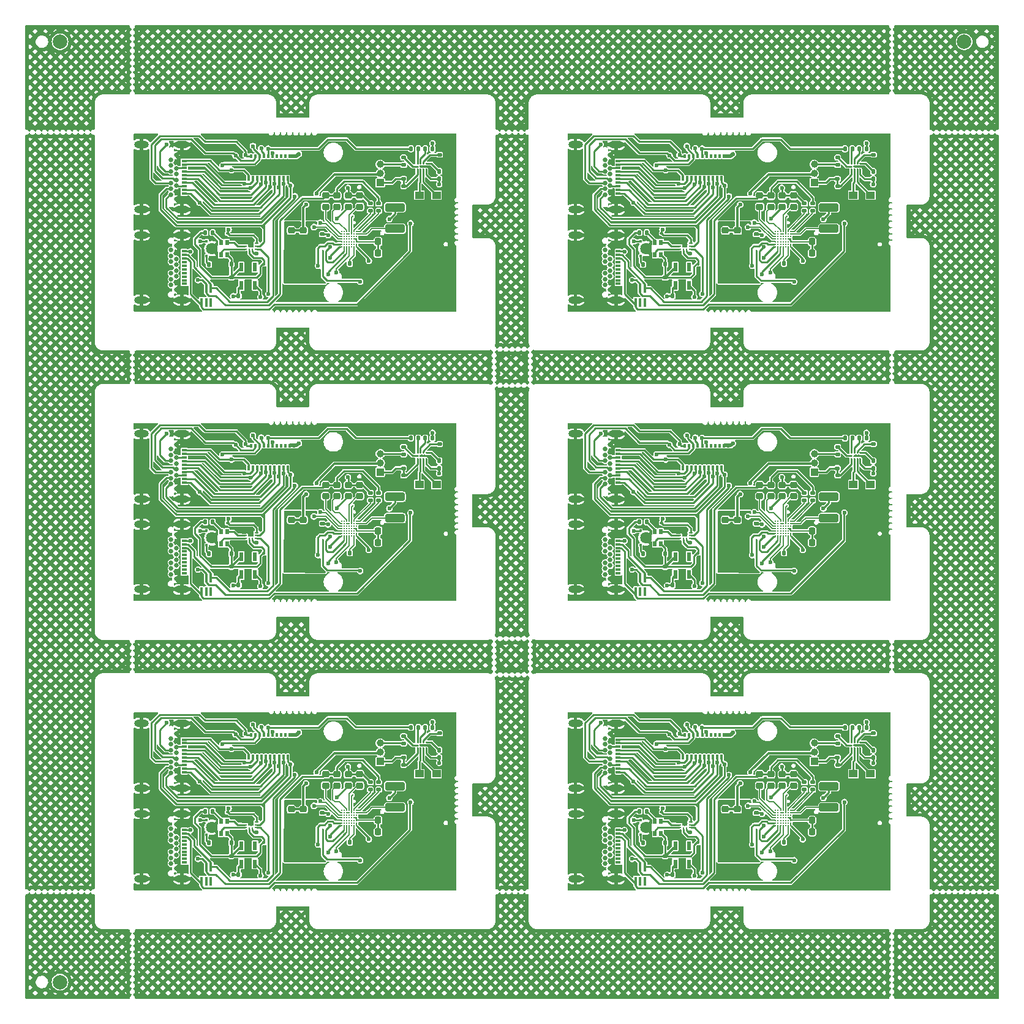
<source format=gbr>
G04 #@! TF.GenerationSoftware,KiCad,Pcbnew,7.0.7*
G04 #@! TF.CreationDate,2024-04-05T11:51:01+02:00*
G04 #@! TF.ProjectId,Versa_ECG_PPG_panel,56657273-615f-4454-9347-5f5050475f70,00*
G04 #@! TF.SameCoordinates,Original*
G04 #@! TF.FileFunction,Copper,L1,Top*
G04 #@! TF.FilePolarity,Positive*
%FSLAX46Y46*%
G04 Gerber Fmt 4.6, Leading zero omitted, Abs format (unit mm)*
G04 Created by KiCad (PCBNEW 7.0.7) date 2024-04-05 11:51:01*
%MOMM*%
%LPD*%
G01*
G04 APERTURE LIST*
G04 Aperture macros list*
%AMRoundRect*
0 Rectangle with rounded corners*
0 $1 Rounding radius*
0 $2 $3 $4 $5 $6 $7 $8 $9 X,Y pos of 4 corners*
0 Add a 4 corners polygon primitive as box body*
4,1,4,$2,$3,$4,$5,$6,$7,$8,$9,$2,$3,0*
0 Add four circle primitives for the rounded corners*
1,1,$1+$1,$2,$3*
1,1,$1+$1,$4,$5*
1,1,$1+$1,$6,$7*
1,1,$1+$1,$8,$9*
0 Add four rect primitives between the rounded corners*
20,1,$1+$1,$2,$3,$4,$5,0*
20,1,$1+$1,$4,$5,$6,$7,0*
20,1,$1+$1,$6,$7,$8,$9,0*
20,1,$1+$1,$8,$9,$2,$3,0*%
G04 Aperture macros list end*
G04 #@! TA.AperFunction,SMDPad,CuDef*
%ADD10R,0.200000X0.700000*%
G04 #@! TD*
G04 #@! TA.AperFunction,SMDPad,CuDef*
%ADD11R,0.200000X0.600000*%
G04 #@! TD*
G04 #@! TA.AperFunction,SMDPad,CuDef*
%ADD12R,0.600000X0.200000*%
G04 #@! TD*
G04 #@! TA.AperFunction,SMDPad,CuDef*
%ADD13RoundRect,0.135000X0.135000X0.185000X-0.135000X0.185000X-0.135000X-0.185000X0.135000X-0.185000X0*%
G04 #@! TD*
G04 #@! TA.AperFunction,SMDPad,CuDef*
%ADD14RoundRect,0.140000X-0.140000X-0.170000X0.140000X-0.170000X0.140000X0.170000X-0.140000X0.170000X0*%
G04 #@! TD*
G04 #@! TA.AperFunction,SMDPad,CuDef*
%ADD15R,0.522000X0.725000*%
G04 #@! TD*
G04 #@! TA.AperFunction,ComponentPad*
%ADD16C,1.625000*%
G04 #@! TD*
G04 #@! TA.AperFunction,SMDPad,CuDef*
%ADD17R,0.300000X0.300000*%
G04 #@! TD*
G04 #@! TA.AperFunction,SMDPad,CuDef*
%ADD18RoundRect,0.225000X-0.250000X0.225000X-0.250000X-0.225000X0.250000X-0.225000X0.250000X0.225000X0*%
G04 #@! TD*
G04 #@! TA.AperFunction,SMDPad,CuDef*
%ADD19C,0.203200*%
G04 #@! TD*
G04 #@! TA.AperFunction,SMDPad,CuDef*
%ADD20RoundRect,0.140000X-0.170000X0.140000X-0.170000X-0.140000X0.170000X-0.140000X0.170000X0.140000X0*%
G04 #@! TD*
G04 #@! TA.AperFunction,SMDPad,CuDef*
%ADD21R,1.150000X1.000000*%
G04 #@! TD*
G04 #@! TA.AperFunction,SMDPad,CuDef*
%ADD22RoundRect,0.135000X-0.185000X0.135000X-0.185000X-0.135000X0.185000X-0.135000X0.185000X0.135000X0*%
G04 #@! TD*
G04 #@! TA.AperFunction,SMDPad,CuDef*
%ADD23RoundRect,0.140000X0.140000X0.170000X-0.140000X0.170000X-0.140000X-0.170000X0.140000X-0.170000X0*%
G04 #@! TD*
G04 #@! TA.AperFunction,SMDPad,CuDef*
%ADD24RoundRect,0.140000X0.170000X-0.140000X0.170000X0.140000X-0.170000X0.140000X-0.170000X-0.140000X0*%
G04 #@! TD*
G04 #@! TA.AperFunction,SMDPad,CuDef*
%ADD25RoundRect,0.250000X1.100000X-0.325000X1.100000X0.325000X-1.100000X0.325000X-1.100000X-0.325000X0*%
G04 #@! TD*
G04 #@! TA.AperFunction,SMDPad,CuDef*
%ADD26RoundRect,0.135000X-0.135000X-0.185000X0.135000X-0.185000X0.135000X0.185000X-0.135000X0.185000X0*%
G04 #@! TD*
G04 #@! TA.AperFunction,SMDPad,CuDef*
%ADD27RoundRect,0.225000X0.250000X-0.225000X0.250000X0.225000X-0.250000X0.225000X-0.250000X-0.225000X0*%
G04 #@! TD*
G04 #@! TA.AperFunction,SMDPad,CuDef*
%ADD28RoundRect,0.225000X-0.225000X-0.250000X0.225000X-0.250000X0.225000X0.250000X-0.225000X0.250000X0*%
G04 #@! TD*
G04 #@! TA.AperFunction,SMDPad,CuDef*
%ADD29R,0.600000X1.200000*%
G04 #@! TD*
G04 #@! TA.AperFunction,SMDPad,CuDef*
%ADD30R,0.400000X1.200000*%
G04 #@! TD*
G04 #@! TA.AperFunction,SMDPad,CuDef*
%ADD31C,0.216000*%
G04 #@! TD*
G04 #@! TA.AperFunction,SMDPad,CuDef*
%ADD32C,2.000000*%
G04 #@! TD*
G04 #@! TA.AperFunction,SMDPad,CuDef*
%ADD33R,0.700000X0.350000*%
G04 #@! TD*
G04 #@! TA.AperFunction,ComponentPad*
%ADD34C,0.650000*%
G04 #@! TD*
G04 #@! TA.AperFunction,ComponentPad*
%ADD35O,2.000000X1.000000*%
G04 #@! TD*
G04 #@! TA.AperFunction,SMDPad,CuDef*
%ADD36RoundRect,0.100000X0.100000X-0.130000X0.100000X0.130000X-0.100000X0.130000X-0.100000X-0.130000X0*%
G04 #@! TD*
G04 #@! TA.AperFunction,ComponentPad*
%ADD37R,1.000000X1.000000*%
G04 #@! TD*
G04 #@! TA.AperFunction,ComponentPad*
%ADD38C,1.000000*%
G04 #@! TD*
G04 #@! TA.AperFunction,SMDPad,CuDef*
%ADD39RoundRect,0.100000X0.130000X0.100000X-0.130000X0.100000X-0.130000X-0.100000X0.130000X-0.100000X0*%
G04 #@! TD*
G04 #@! TA.AperFunction,SMDPad,CuDef*
%ADD40R,0.300000X0.670000*%
G04 #@! TD*
G04 #@! TA.AperFunction,SMDPad,CuDef*
%ADD41R,0.300000X0.500000*%
G04 #@! TD*
G04 #@! TA.AperFunction,SMDPad,CuDef*
%ADD42R,0.350000X1.000000*%
G04 #@! TD*
G04 #@! TA.AperFunction,ViaPad*
%ADD43C,0.600000*%
G04 #@! TD*
G04 #@! TA.AperFunction,ViaPad*
%ADD44C,0.200000*%
G04 #@! TD*
G04 #@! TA.AperFunction,ViaPad*
%ADD45C,0.300000*%
G04 #@! TD*
G04 #@! TA.AperFunction,Conductor*
%ADD46C,0.250000*%
G04 #@! TD*
G04 #@! TA.AperFunction,Conductor*
%ADD47C,0.500000*%
G04 #@! TD*
G04 #@! TA.AperFunction,Conductor*
%ADD48C,0.150000*%
G04 #@! TD*
G04 #@! TA.AperFunction,Conductor*
%ADD49C,0.200000*%
G04 #@! TD*
G04 #@! TA.AperFunction,Conductor*
%ADD50C,0.300000*%
G04 #@! TD*
G04 #@! TA.AperFunction,Conductor*
%ADD51C,0.680000*%
G04 #@! TD*
G04 #@! TA.AperFunction,Conductor*
%ADD52C,0.350000*%
G04 #@! TD*
G04 APERTURE END LIST*
D10*
X112584000Y-50204000D03*
D11*
X112184000Y-50154000D03*
D12*
X111584000Y-50354000D03*
X111584000Y-50754000D03*
X111584000Y-51154000D03*
D11*
X112184000Y-51354000D03*
X112584000Y-51354000D03*
D12*
X113184000Y-51154000D03*
X113184000Y-50754000D03*
X113184000Y-50354000D03*
D13*
X195533500Y-37303500D03*
X194513500Y-37303500D03*
X167609000Y-93276000D03*
X166589000Y-93276000D03*
D14*
X198417500Y-41481500D03*
X199377500Y-41481500D03*
D15*
X169073200Y-130261500D03*
X168251200Y-130261500D03*
D16*
X166999200Y-131099000D03*
D17*
X166256800Y-130074000D03*
X166256800Y-132124000D03*
D15*
X168251200Y-131936500D03*
X169073200Y-131936500D03*
D18*
X119642000Y-128600000D03*
X119642000Y-130150000D03*
D15*
X169073200Y-50261500D03*
X168251200Y-50261500D03*
D16*
X166999200Y-51099000D03*
D17*
X166256800Y-50074000D03*
X166256800Y-52124000D03*
D15*
X168251200Y-51936500D03*
X169073200Y-51936500D03*
D19*
X184912000Y-128745000D03*
X185262000Y-128745000D03*
X185612000Y-128745000D03*
X185962000Y-128745000D03*
X186312000Y-128745000D03*
X186662000Y-128745000D03*
X187012000Y-128745000D03*
X184912000Y-129095000D03*
X185262000Y-129095000D03*
X185612000Y-129095000D03*
X185962000Y-129095000D03*
X186312000Y-129095000D03*
X186662000Y-129095000D03*
X187012000Y-129095000D03*
X184912000Y-129445000D03*
X185262000Y-129445000D03*
X185612000Y-129445000D03*
X185962000Y-129445000D03*
X186312000Y-129445000D03*
X186662000Y-129445000D03*
X187012000Y-129445000D03*
X184912000Y-129795000D03*
X185262000Y-129795000D03*
X185612000Y-129795000D03*
X185962000Y-129795000D03*
X186312000Y-129795000D03*
X186662000Y-129795000D03*
X187012000Y-129795000D03*
X184912000Y-130145000D03*
X185262000Y-130145000D03*
X185612000Y-130145000D03*
X185962000Y-130145000D03*
X186312000Y-130145000D03*
X186662000Y-130145000D03*
X187012000Y-130145000D03*
X184912000Y-130495000D03*
X185262000Y-130495000D03*
X185612000Y-130495000D03*
X185962000Y-130495000D03*
X186312000Y-130495000D03*
X186662000Y-130495000D03*
X187012000Y-130495000D03*
X184912000Y-130845000D03*
X185262000Y-130845000D03*
X185612000Y-130845000D03*
X185962000Y-130845000D03*
X186312000Y-130845000D03*
X186662000Y-130845000D03*
X187012000Y-130845000D03*
D20*
X133520500Y-42458500D03*
X133520500Y-43418500D03*
D13*
X137493500Y-77299500D03*
X136473500Y-77299500D03*
D21*
X138033500Y-83709500D03*
X135683500Y-83709500D03*
D22*
X138460500Y-38114500D03*
X138460500Y-39134500D03*
D23*
X111638000Y-97605000D03*
X110678000Y-97605000D03*
D24*
X133472500Y-121465500D03*
X133472500Y-120505500D03*
D25*
X192297000Y-88354000D03*
X192297000Y-85404000D03*
D26*
X186085000Y-133157000D03*
X187105000Y-133157000D03*
D22*
X128912500Y-44859500D03*
X128912500Y-45879500D03*
D27*
X125851600Y-45327000D03*
X125851600Y-43777000D03*
D28*
X129975000Y-131728000D03*
X131525000Y-131728000D03*
D25*
X132297000Y-48354000D03*
X132297000Y-45404000D03*
D29*
X171054000Y-136167000D03*
X172004000Y-136167000D03*
X172954000Y-136167000D03*
X172954000Y-133667000D03*
X171054000Y-133667000D03*
D18*
X177989000Y-88600000D03*
X177989000Y-90150000D03*
D14*
X138417500Y-121481500D03*
X139377500Y-121481500D03*
D30*
X106869500Y-56640500D03*
X106219500Y-56640500D03*
X105569500Y-56640500D03*
X105569500Y-58540500D03*
X106219500Y-58540500D03*
X106869500Y-58540500D03*
D26*
X126085000Y-133157000D03*
X127105000Y-133157000D03*
D28*
X189975000Y-131728000D03*
X191525000Y-131728000D03*
D31*
X196606500Y-79339000D03*
X196606500Y-79739000D03*
X196606500Y-80139000D03*
X196606500Y-80539000D03*
X196206500Y-79339000D03*
X196206500Y-79739000D03*
X196206500Y-80139000D03*
X196206500Y-80539000D03*
X195806500Y-79339000D03*
X195806500Y-79739000D03*
X195806500Y-80139000D03*
X195806500Y-80539000D03*
X195406500Y-79339000D03*
X195406500Y-79739000D03*
X195406500Y-80139000D03*
X195406500Y-80539000D03*
D30*
X166869500Y-96640500D03*
X166219500Y-96640500D03*
X165569500Y-96640500D03*
X165569500Y-98540500D03*
X166219500Y-98540500D03*
X166869500Y-98540500D03*
D14*
X138426500Y-40422500D03*
X139386500Y-40422500D03*
D32*
X86000000Y-152500000D03*
D27*
X124284200Y-45327000D03*
X124284200Y-43777000D03*
D20*
X109669000Y-95088000D03*
X109669000Y-96048000D03*
D14*
X198426500Y-120422500D03*
X199386500Y-120422500D03*
D29*
X171054000Y-56167000D03*
X172004000Y-56167000D03*
X172954000Y-56167000D03*
X172954000Y-53667000D03*
X171054000Y-53667000D03*
D27*
X125851600Y-125327000D03*
X125851600Y-123777000D03*
D25*
X192297000Y-128354000D03*
X192297000Y-125404000D03*
D27*
X124284200Y-125327000D03*
X124284200Y-123777000D03*
D13*
X107609000Y-93276000D03*
X106589000Y-93276000D03*
X167609000Y-133276000D03*
X166589000Y-133276000D03*
D30*
X106869500Y-136640500D03*
X106219500Y-136640500D03*
X105569500Y-136640500D03*
X105569500Y-138540500D03*
X106219500Y-138540500D03*
X106869500Y-138540500D03*
D33*
X103170000Y-38470000D03*
X103170000Y-38970000D03*
X103170000Y-39470000D03*
X103170000Y-39970000D03*
X103170000Y-40470000D03*
X103170000Y-40970000D03*
X103170000Y-41470000D03*
X103170000Y-41970000D03*
X103170000Y-42470000D03*
X103170000Y-42970000D03*
X103170000Y-43470000D03*
X103170000Y-43970000D03*
D34*
X102050000Y-44270000D03*
X101350000Y-43620000D03*
X101350000Y-42820000D03*
X102050000Y-42420000D03*
X101350000Y-42020000D03*
X102050000Y-41620000D03*
X102050000Y-40820000D03*
X101350000Y-40420000D03*
X102050000Y-40020000D03*
X101350000Y-39620000D03*
X101350000Y-38820000D03*
X102050000Y-38170000D03*
D35*
X102850000Y-36720000D03*
X102850000Y-45720000D03*
X97250000Y-36720000D03*
X97250000Y-45720000D03*
D22*
X193502500Y-78502500D03*
X193502500Y-79522500D03*
D20*
X193520500Y-122458500D03*
X193520500Y-123418500D03*
D24*
X193472500Y-41465500D03*
X193472500Y-40505500D03*
D13*
X167110000Y-48885000D03*
X166090000Y-48885000D03*
D15*
X109073200Y-50261500D03*
X108251200Y-50261500D03*
D16*
X106999200Y-51099000D03*
D17*
X106256800Y-50074000D03*
X106256800Y-52124000D03*
D15*
X108251200Y-51936500D03*
X109073200Y-51936500D03*
D22*
X130047500Y-84859500D03*
X130047500Y-85879500D03*
D27*
X182716800Y-85327000D03*
X182716800Y-83777000D03*
D19*
X124912000Y-128745000D03*
X125262000Y-128745000D03*
X125612000Y-128745000D03*
X125962000Y-128745000D03*
X126312000Y-128745000D03*
X126662000Y-128745000D03*
X127012000Y-128745000D03*
X124912000Y-129095000D03*
X125262000Y-129095000D03*
X125612000Y-129095000D03*
X125962000Y-129095000D03*
X126312000Y-129095000D03*
X126662000Y-129095000D03*
X127012000Y-129095000D03*
X124912000Y-129445000D03*
X125262000Y-129445000D03*
X125612000Y-129445000D03*
X125962000Y-129445000D03*
X126312000Y-129445000D03*
X126662000Y-129445000D03*
X127012000Y-129445000D03*
X124912000Y-129795000D03*
X125262000Y-129795000D03*
X125612000Y-129795000D03*
X125962000Y-129795000D03*
X126312000Y-129795000D03*
X126662000Y-129795000D03*
X127012000Y-129795000D03*
X124912000Y-130145000D03*
X125262000Y-130145000D03*
X125612000Y-130145000D03*
X125962000Y-130145000D03*
X126312000Y-130145000D03*
X126662000Y-130145000D03*
X127012000Y-130145000D03*
X124912000Y-130495000D03*
X125262000Y-130495000D03*
X125612000Y-130495000D03*
X125962000Y-130495000D03*
X126312000Y-130495000D03*
X126662000Y-130495000D03*
X127012000Y-130495000D03*
X124912000Y-130845000D03*
X125262000Y-130845000D03*
X125612000Y-130845000D03*
X125962000Y-130845000D03*
X126312000Y-130845000D03*
X126662000Y-130845000D03*
X127012000Y-130845000D03*
D36*
X174236000Y-93825000D03*
X174236000Y-93185000D03*
D22*
X133502500Y-78502500D03*
X133502500Y-79522500D03*
D24*
X133472500Y-81465500D03*
X133472500Y-80505500D03*
D27*
X125851600Y-85327000D03*
X125851600Y-83777000D03*
D23*
X171638000Y-57605000D03*
X170678000Y-57605000D03*
X111638000Y-137605000D03*
X110678000Y-137605000D03*
D26*
X186085000Y-53157000D03*
X187105000Y-53157000D03*
D23*
X169685000Y-93266000D03*
X168725000Y-93266000D03*
D14*
X138426500Y-120422500D03*
X139386500Y-120422500D03*
D13*
X107110000Y-128885000D03*
X106090000Y-128885000D03*
D33*
X103170000Y-78470000D03*
X103170000Y-78970000D03*
X103170000Y-79470000D03*
X103170000Y-79970000D03*
X103170000Y-80470000D03*
X103170000Y-80970000D03*
X103170000Y-81470000D03*
X103170000Y-81970000D03*
X103170000Y-82470000D03*
X103170000Y-82970000D03*
X103170000Y-83470000D03*
X103170000Y-83970000D03*
D34*
X102050000Y-84270000D03*
X101350000Y-83620000D03*
X101350000Y-82820000D03*
X102050000Y-82420000D03*
X101350000Y-82020000D03*
X102050000Y-81620000D03*
X102050000Y-80820000D03*
X101350000Y-80420000D03*
X102050000Y-80020000D03*
X101350000Y-79620000D03*
X101350000Y-78820000D03*
X102050000Y-78170000D03*
D35*
X102850000Y-76720000D03*
X102850000Y-85720000D03*
X97250000Y-76720000D03*
X97250000Y-85720000D03*
D37*
X190274000Y-122003000D03*
D38*
X190274000Y-120733000D03*
X190274000Y-119463000D03*
D15*
X109073200Y-90261500D03*
X108251200Y-90261500D03*
D16*
X106999200Y-91099000D03*
D17*
X106256800Y-90074000D03*
X106256800Y-92124000D03*
D15*
X108251200Y-91936500D03*
X109073200Y-91936500D03*
D14*
X198417500Y-81481500D03*
X199377500Y-81481500D03*
D27*
X124284200Y-85327000D03*
X124284200Y-83777000D03*
D24*
X133472500Y-41465500D03*
X133472500Y-40505500D03*
X193472500Y-81465500D03*
X193472500Y-80505500D03*
D23*
X111638000Y-57605000D03*
X110678000Y-57605000D03*
D36*
X174236000Y-53825000D03*
X174236000Y-53185000D03*
D39*
X169180000Y-129005000D03*
X168540000Y-129005000D03*
D18*
X177989000Y-48600000D03*
X177989000Y-50150000D03*
D20*
X133520500Y-82458500D03*
X133520500Y-83418500D03*
D22*
X130047500Y-44859500D03*
X130047500Y-45879500D03*
D19*
X124912000Y-88745000D03*
X125262000Y-88745000D03*
X125612000Y-88745000D03*
X125962000Y-88745000D03*
X126312000Y-88745000D03*
X126662000Y-88745000D03*
X127012000Y-88745000D03*
X124912000Y-89095000D03*
X125262000Y-89095000D03*
X125612000Y-89095000D03*
X125962000Y-89095000D03*
X126312000Y-89095000D03*
X126662000Y-89095000D03*
X127012000Y-89095000D03*
X124912000Y-89445000D03*
X125262000Y-89445000D03*
X125612000Y-89445000D03*
X125962000Y-89445000D03*
X126312000Y-89445000D03*
X126662000Y-89445000D03*
X127012000Y-89445000D03*
X124912000Y-89795000D03*
X125262000Y-89795000D03*
X125612000Y-89795000D03*
X125962000Y-89795000D03*
X126312000Y-89795000D03*
X126662000Y-89795000D03*
X127012000Y-89795000D03*
X124912000Y-90145000D03*
X125262000Y-90145000D03*
X125612000Y-90145000D03*
X125962000Y-90145000D03*
X126312000Y-90145000D03*
X126662000Y-90145000D03*
X127012000Y-90145000D03*
X124912000Y-90495000D03*
X125262000Y-90495000D03*
X125612000Y-90495000D03*
X125962000Y-90495000D03*
X126312000Y-90495000D03*
X126662000Y-90495000D03*
X127012000Y-90495000D03*
X124912000Y-90845000D03*
X125262000Y-90845000D03*
X125612000Y-90845000D03*
X125962000Y-90845000D03*
X126312000Y-90845000D03*
X126662000Y-90845000D03*
X127012000Y-90845000D03*
D29*
X111054000Y-136167000D03*
X112004000Y-136167000D03*
X112954000Y-136167000D03*
X112954000Y-133667000D03*
X111054000Y-133667000D03*
D25*
X192297000Y-48354000D03*
X192297000Y-45404000D03*
D22*
X188912500Y-44859500D03*
X188912500Y-45879500D03*
D27*
X127419000Y-45327000D03*
X127419000Y-43777000D03*
D28*
X189975000Y-50120000D03*
X191525000Y-50120000D03*
D23*
X109685000Y-93266000D03*
X108725000Y-93266000D03*
D40*
X112075000Y-121400000D03*
D41*
X112375000Y-118335000D03*
D40*
X112675000Y-121400000D03*
D41*
X112975000Y-118335000D03*
D40*
X113275000Y-121400000D03*
D41*
X113575000Y-118335000D03*
D40*
X113875000Y-121400000D03*
D41*
X114175000Y-118335000D03*
D40*
X114475000Y-121400000D03*
D41*
X114775000Y-118335000D03*
D40*
X115075000Y-121400000D03*
D41*
X115375000Y-118335000D03*
D40*
X115675000Y-121400000D03*
D41*
X115975000Y-118335000D03*
D40*
X116275000Y-121400000D03*
D41*
X116575000Y-118335000D03*
D40*
X116875000Y-121400000D03*
D41*
X117175000Y-118335000D03*
D40*
X117475000Y-121400000D03*
D41*
X117775000Y-118335000D03*
D40*
X118075000Y-121400000D03*
D41*
X118375000Y-118335000D03*
D40*
X118675000Y-121400000D03*
D42*
X111100000Y-121135000D03*
X119650000Y-121135000D03*
D37*
X130274000Y-42003000D03*
D38*
X130274000Y-40733000D03*
X130274000Y-39463000D03*
D26*
X126085000Y-53157000D03*
X127105000Y-53157000D03*
D25*
X132297000Y-128354000D03*
X132297000Y-125404000D03*
D18*
X119642000Y-88600000D03*
X119642000Y-90150000D03*
D31*
X136606500Y-119339000D03*
X136606500Y-119739000D03*
X136606500Y-120139000D03*
X136606500Y-120539000D03*
X136206500Y-119339000D03*
X136206500Y-119739000D03*
X136206500Y-120139000D03*
X136206500Y-120539000D03*
X135806500Y-119339000D03*
X135806500Y-119739000D03*
X135806500Y-120139000D03*
X135806500Y-120539000D03*
X135406500Y-119339000D03*
X135406500Y-119739000D03*
X135406500Y-120139000D03*
X135406500Y-120539000D03*
D22*
X190047500Y-44859500D03*
X190047500Y-45879500D03*
D28*
X129975000Y-130120000D03*
X131525000Y-130120000D03*
D22*
X122260500Y-49105500D03*
X122260500Y-50125500D03*
D33*
X103170000Y-118470000D03*
X103170000Y-118970000D03*
X103170000Y-119470000D03*
X103170000Y-119970000D03*
X103170000Y-120470000D03*
X103170000Y-120970000D03*
X103170000Y-121470000D03*
X103170000Y-121970000D03*
X103170000Y-122470000D03*
X103170000Y-122970000D03*
X103170000Y-123470000D03*
X103170000Y-123970000D03*
D34*
X102050000Y-124270000D03*
X101350000Y-123620000D03*
X101350000Y-122820000D03*
X102050000Y-122420000D03*
X101350000Y-122020000D03*
X102050000Y-121620000D03*
X102050000Y-120820000D03*
X101350000Y-120420000D03*
X102050000Y-120020000D03*
X101350000Y-119620000D03*
X101350000Y-118820000D03*
X102050000Y-118170000D03*
D35*
X102850000Y-116720000D03*
X102850000Y-125720000D03*
X97250000Y-116720000D03*
X97250000Y-125720000D03*
D21*
X138033500Y-123709500D03*
X135683500Y-123709500D03*
D20*
X193520500Y-42458500D03*
X193520500Y-43418500D03*
D24*
X193472500Y-121465500D03*
X193472500Y-120505500D03*
D31*
X136606500Y-39339000D03*
X136606500Y-39739000D03*
X136606500Y-40139000D03*
X136606500Y-40539000D03*
X136206500Y-39339000D03*
X136206500Y-39739000D03*
X136206500Y-40139000D03*
X136206500Y-40539000D03*
X135806500Y-39339000D03*
X135806500Y-39739000D03*
X135806500Y-40139000D03*
X135806500Y-40539000D03*
X135406500Y-39339000D03*
X135406500Y-39739000D03*
X135406500Y-40139000D03*
X135406500Y-40539000D03*
D23*
X109685000Y-53266000D03*
X108725000Y-53266000D03*
D14*
X138417500Y-81481500D03*
X139377500Y-81481500D03*
D22*
X133502500Y-118502500D03*
X133502500Y-119522500D03*
D23*
X171638000Y-97605000D03*
X170678000Y-97605000D03*
D13*
X197493500Y-37299500D03*
X196473500Y-37299500D03*
D22*
X198460500Y-78114500D03*
X198460500Y-79134500D03*
D27*
X127419000Y-85327000D03*
X127419000Y-83777000D03*
D40*
X112075000Y-41400000D03*
D41*
X112375000Y-38335000D03*
D40*
X112675000Y-41400000D03*
D41*
X112975000Y-38335000D03*
D40*
X113275000Y-41400000D03*
D41*
X113575000Y-38335000D03*
D40*
X113875000Y-41400000D03*
D41*
X114175000Y-38335000D03*
D40*
X114475000Y-41400000D03*
D41*
X114775000Y-38335000D03*
D40*
X115075000Y-41400000D03*
D41*
X115375000Y-38335000D03*
D40*
X115675000Y-41400000D03*
D41*
X115975000Y-38335000D03*
D40*
X116275000Y-41400000D03*
D41*
X116575000Y-38335000D03*
D40*
X116875000Y-41400000D03*
D41*
X117175000Y-38335000D03*
D40*
X117475000Y-41400000D03*
D41*
X117775000Y-38335000D03*
D40*
X118075000Y-41400000D03*
D41*
X118375000Y-38335000D03*
D40*
X118675000Y-41400000D03*
D42*
X111100000Y-41135000D03*
X119650000Y-41135000D03*
D30*
X106869500Y-96640500D03*
X106219500Y-96640500D03*
X105569500Y-96640500D03*
X105569500Y-98540500D03*
X106219500Y-98540500D03*
X106869500Y-98540500D03*
D19*
X184912000Y-88745000D03*
X185262000Y-88745000D03*
X185612000Y-88745000D03*
X185962000Y-88745000D03*
X186312000Y-88745000D03*
X186662000Y-88745000D03*
X187012000Y-88745000D03*
X184912000Y-89095000D03*
X185262000Y-89095000D03*
X185612000Y-89095000D03*
X185962000Y-89095000D03*
X186312000Y-89095000D03*
X186662000Y-89095000D03*
X187012000Y-89095000D03*
X184912000Y-89445000D03*
X185262000Y-89445000D03*
X185612000Y-89445000D03*
X185962000Y-89445000D03*
X186312000Y-89445000D03*
X186662000Y-89445000D03*
X187012000Y-89445000D03*
X184912000Y-89795000D03*
X185262000Y-89795000D03*
X185612000Y-89795000D03*
X185962000Y-89795000D03*
X186312000Y-89795000D03*
X186662000Y-89795000D03*
X187012000Y-89795000D03*
X184912000Y-90145000D03*
X185262000Y-90145000D03*
X185612000Y-90145000D03*
X185962000Y-90145000D03*
X186312000Y-90145000D03*
X186662000Y-90145000D03*
X187012000Y-90145000D03*
X184912000Y-90495000D03*
X185262000Y-90495000D03*
X185612000Y-90495000D03*
X185962000Y-90495000D03*
X186312000Y-90495000D03*
X186662000Y-90495000D03*
X187012000Y-90495000D03*
X184912000Y-90845000D03*
X185262000Y-90845000D03*
X185612000Y-90845000D03*
X185962000Y-90845000D03*
X186312000Y-90845000D03*
X186662000Y-90845000D03*
X187012000Y-90845000D03*
D27*
X187419000Y-45327000D03*
X187419000Y-43777000D03*
D22*
X188912500Y-84859500D03*
X188912500Y-85879500D03*
D27*
X122716800Y-125327000D03*
X122716800Y-123777000D03*
D22*
X182260500Y-129105500D03*
X182260500Y-130125500D03*
X198460500Y-118114500D03*
X198460500Y-119134500D03*
D28*
X189975000Y-90120000D03*
X191525000Y-90120000D03*
D14*
X138417500Y-41481500D03*
X139377500Y-41481500D03*
D10*
X172584000Y-130204000D03*
D11*
X172184000Y-130154000D03*
D12*
X171584000Y-130354000D03*
X171584000Y-130754000D03*
X171584000Y-131154000D03*
D11*
X172184000Y-131354000D03*
X172584000Y-131354000D03*
D12*
X173184000Y-131154000D03*
X173184000Y-130754000D03*
X173184000Y-130354000D03*
D29*
X171054000Y-96167000D03*
X172004000Y-96167000D03*
X172954000Y-96167000D03*
X172954000Y-93667000D03*
X171054000Y-93667000D03*
D30*
X166869500Y-136640500D03*
X166219500Y-136640500D03*
X165569500Y-136640500D03*
X165569500Y-138540500D03*
X166219500Y-138540500D03*
X166869500Y-138540500D03*
D33*
X163170000Y-118470000D03*
X163170000Y-118970000D03*
X163170000Y-119470000D03*
X163170000Y-119970000D03*
X163170000Y-120470000D03*
X163170000Y-120970000D03*
X163170000Y-121470000D03*
X163170000Y-121970000D03*
X163170000Y-122470000D03*
X163170000Y-122970000D03*
X163170000Y-123470000D03*
X163170000Y-123970000D03*
D34*
X162050000Y-124270000D03*
X161350000Y-123620000D03*
X161350000Y-122820000D03*
X162050000Y-122420000D03*
X161350000Y-122020000D03*
X162050000Y-121620000D03*
X162050000Y-120820000D03*
X161350000Y-120420000D03*
X162050000Y-120020000D03*
X161350000Y-119620000D03*
X161350000Y-118820000D03*
X162050000Y-118170000D03*
D35*
X162850000Y-116720000D03*
X162850000Y-125720000D03*
X157250000Y-116720000D03*
X157250000Y-125720000D03*
D40*
X172075000Y-41400000D03*
D41*
X172375000Y-38335000D03*
D40*
X172675000Y-41400000D03*
D41*
X172975000Y-38335000D03*
D40*
X173275000Y-41400000D03*
D41*
X173575000Y-38335000D03*
D40*
X173875000Y-41400000D03*
D41*
X174175000Y-38335000D03*
D40*
X174475000Y-41400000D03*
D41*
X174775000Y-38335000D03*
D40*
X175075000Y-41400000D03*
D41*
X175375000Y-38335000D03*
D40*
X175675000Y-41400000D03*
D41*
X175975000Y-38335000D03*
D40*
X176275000Y-41400000D03*
D41*
X176575000Y-38335000D03*
D40*
X176875000Y-41400000D03*
D41*
X177175000Y-38335000D03*
D40*
X177475000Y-41400000D03*
D41*
X177775000Y-38335000D03*
D40*
X178075000Y-41400000D03*
D41*
X178375000Y-38335000D03*
D40*
X178675000Y-41400000D03*
D42*
X171100000Y-41135000D03*
X179650000Y-41135000D03*
D22*
X133502500Y-38502500D03*
X133502500Y-39522500D03*
D36*
X114236000Y-133825000D03*
X114236000Y-133185000D03*
D26*
X126085000Y-93157000D03*
X127105000Y-93157000D03*
D22*
X128912500Y-124859500D03*
X128912500Y-125879500D03*
D28*
X129975000Y-90120000D03*
X131525000Y-90120000D03*
D19*
X124912000Y-48745000D03*
X125262000Y-48745000D03*
X125612000Y-48745000D03*
X125962000Y-48745000D03*
X126312000Y-48745000D03*
X126662000Y-48745000D03*
X127012000Y-48745000D03*
X124912000Y-49095000D03*
X125262000Y-49095000D03*
X125612000Y-49095000D03*
X125962000Y-49095000D03*
X126312000Y-49095000D03*
X126662000Y-49095000D03*
X127012000Y-49095000D03*
X124912000Y-49445000D03*
X125262000Y-49445000D03*
X125612000Y-49445000D03*
X125962000Y-49445000D03*
X126312000Y-49445000D03*
X126662000Y-49445000D03*
X127012000Y-49445000D03*
X124912000Y-49795000D03*
X125262000Y-49795000D03*
X125612000Y-49795000D03*
X125962000Y-49795000D03*
X126312000Y-49795000D03*
X126662000Y-49795000D03*
X127012000Y-49795000D03*
X124912000Y-50145000D03*
X125262000Y-50145000D03*
X125612000Y-50145000D03*
X125962000Y-50145000D03*
X126312000Y-50145000D03*
X126662000Y-50145000D03*
X127012000Y-50145000D03*
X124912000Y-50495000D03*
X125262000Y-50495000D03*
X125612000Y-50495000D03*
X125962000Y-50495000D03*
X126312000Y-50495000D03*
X126662000Y-50495000D03*
X127012000Y-50495000D03*
X124912000Y-50845000D03*
X125262000Y-50845000D03*
X125612000Y-50845000D03*
X125962000Y-50845000D03*
X126312000Y-50845000D03*
X126662000Y-50845000D03*
X127012000Y-50845000D03*
D22*
X193502500Y-38502500D03*
X193502500Y-39522500D03*
D37*
X190274000Y-82003000D03*
D38*
X190274000Y-80733000D03*
X190274000Y-79463000D03*
D22*
X182260500Y-49105500D03*
X182260500Y-50125500D03*
D27*
X127419000Y-125327000D03*
X127419000Y-123777000D03*
D20*
X109669000Y-55088000D03*
X109669000Y-56048000D03*
D13*
X167110000Y-88885000D03*
X166090000Y-88885000D03*
D10*
X172584000Y-90204000D03*
D11*
X172184000Y-90154000D03*
D12*
X171584000Y-90354000D03*
X171584000Y-90754000D03*
X171584000Y-91154000D03*
D11*
X172184000Y-91354000D03*
X172584000Y-91354000D03*
D12*
X173184000Y-91154000D03*
X173184000Y-90754000D03*
X173184000Y-90354000D03*
D40*
X172075000Y-121400000D03*
D41*
X172375000Y-118335000D03*
D40*
X172675000Y-121400000D03*
D41*
X172975000Y-118335000D03*
D40*
X173275000Y-121400000D03*
D41*
X173575000Y-118335000D03*
D40*
X173875000Y-121400000D03*
D41*
X174175000Y-118335000D03*
D40*
X174475000Y-121400000D03*
D41*
X174775000Y-118335000D03*
D40*
X175075000Y-121400000D03*
D41*
X175375000Y-118335000D03*
D40*
X175675000Y-121400000D03*
D41*
X175975000Y-118335000D03*
D40*
X176275000Y-121400000D03*
D41*
X176575000Y-118335000D03*
D40*
X176875000Y-121400000D03*
D41*
X177175000Y-118335000D03*
D40*
X177475000Y-121400000D03*
D41*
X177775000Y-118335000D03*
D40*
X178075000Y-121400000D03*
D41*
X178375000Y-118335000D03*
D40*
X178675000Y-121400000D03*
D42*
X171100000Y-121135000D03*
X179650000Y-121135000D03*
D13*
X167110000Y-128885000D03*
X166090000Y-128885000D03*
X107110000Y-88885000D03*
X106090000Y-88885000D03*
D36*
X114236000Y-53825000D03*
X114236000Y-53185000D03*
D28*
X189975000Y-130120000D03*
X191525000Y-130120000D03*
D21*
X198033500Y-123709500D03*
X195683500Y-123709500D03*
D28*
X129975000Y-91728000D03*
X131525000Y-91728000D03*
D33*
X103170000Y-50970000D03*
X103170000Y-51470000D03*
X103170000Y-51970000D03*
X103170000Y-52470000D03*
X103170000Y-52970000D03*
X103170000Y-53470000D03*
X103170000Y-53970000D03*
X103170000Y-54470000D03*
X103170000Y-54970000D03*
X103170000Y-55470000D03*
X103170000Y-55970000D03*
X103170000Y-56470000D03*
D34*
X102050000Y-56770000D03*
X101350000Y-56120000D03*
X101350000Y-55320000D03*
X102050000Y-54920000D03*
X101350000Y-54520000D03*
X102050000Y-54120000D03*
X102050000Y-53320000D03*
X101350000Y-52920000D03*
X102050000Y-52520000D03*
X101350000Y-52120000D03*
X101350000Y-51320000D03*
X102050000Y-50670000D03*
D35*
X102850000Y-49220000D03*
X102850000Y-58220000D03*
X97250000Y-49220000D03*
X97250000Y-58220000D03*
D31*
X196606500Y-39339000D03*
X196606500Y-39739000D03*
X196606500Y-40139000D03*
X196606500Y-40539000D03*
X196206500Y-39339000D03*
X196206500Y-39739000D03*
X196206500Y-40139000D03*
X196206500Y-40539000D03*
X195806500Y-39339000D03*
X195806500Y-39739000D03*
X195806500Y-40139000D03*
X195806500Y-40539000D03*
X195406500Y-39339000D03*
X195406500Y-39739000D03*
X195406500Y-40139000D03*
X195406500Y-40539000D03*
D18*
X117989000Y-88600000D03*
X117989000Y-90150000D03*
X179642000Y-128600000D03*
X179642000Y-130150000D03*
D22*
X190047500Y-124859500D03*
X190047500Y-125879500D03*
D27*
X184284200Y-45327000D03*
X184284200Y-43777000D03*
D21*
X138033500Y-43709500D03*
X135683500Y-43709500D03*
D18*
X117989000Y-128600000D03*
X117989000Y-130150000D03*
D23*
X171638000Y-137605000D03*
X170678000Y-137605000D03*
X169685000Y-133266000D03*
X168725000Y-133266000D03*
D22*
X182260500Y-89105500D03*
X182260500Y-90125500D03*
D20*
X169669000Y-55088000D03*
X169669000Y-56048000D03*
D37*
X130274000Y-122003000D03*
D38*
X130274000Y-120733000D03*
X130274000Y-119463000D03*
D27*
X185851600Y-85327000D03*
X185851600Y-83777000D03*
X122716800Y-85327000D03*
X122716800Y-83777000D03*
D22*
X198460500Y-38114500D03*
X198460500Y-39134500D03*
X193502500Y-118502500D03*
X193502500Y-119522500D03*
D40*
X172075000Y-81400000D03*
D41*
X172375000Y-78335000D03*
D40*
X172675000Y-81400000D03*
D41*
X172975000Y-78335000D03*
D40*
X173275000Y-81400000D03*
D41*
X173575000Y-78335000D03*
D40*
X173875000Y-81400000D03*
D41*
X174175000Y-78335000D03*
D40*
X174475000Y-81400000D03*
D41*
X174775000Y-78335000D03*
D40*
X175075000Y-81400000D03*
D41*
X175375000Y-78335000D03*
D40*
X175675000Y-81400000D03*
D41*
X175975000Y-78335000D03*
D40*
X176275000Y-81400000D03*
D41*
X176575000Y-78335000D03*
D40*
X176875000Y-81400000D03*
D41*
X177175000Y-78335000D03*
D40*
X177475000Y-81400000D03*
D41*
X177775000Y-78335000D03*
D40*
X178075000Y-81400000D03*
D41*
X178375000Y-78335000D03*
D40*
X178675000Y-81400000D03*
D42*
X171100000Y-81135000D03*
X179650000Y-81135000D03*
D25*
X132297000Y-88354000D03*
X132297000Y-85404000D03*
D29*
X111054000Y-56167000D03*
X112004000Y-56167000D03*
X112954000Y-56167000D03*
X112954000Y-53667000D03*
X111054000Y-53667000D03*
D14*
X138426500Y-80422500D03*
X139386500Y-80422500D03*
D33*
X103170000Y-90970000D03*
X103170000Y-91470000D03*
X103170000Y-91970000D03*
X103170000Y-92470000D03*
X103170000Y-92970000D03*
X103170000Y-93470000D03*
X103170000Y-93970000D03*
X103170000Y-94470000D03*
X103170000Y-94970000D03*
X103170000Y-95470000D03*
X103170000Y-95970000D03*
X103170000Y-96470000D03*
D34*
X102050000Y-96770000D03*
X101350000Y-96120000D03*
X101350000Y-95320000D03*
X102050000Y-94920000D03*
X101350000Y-94520000D03*
X102050000Y-94120000D03*
X102050000Y-93320000D03*
X101350000Y-92920000D03*
X102050000Y-92520000D03*
X101350000Y-92120000D03*
X101350000Y-91320000D03*
X102050000Y-90670000D03*
D35*
X102850000Y-89220000D03*
X102850000Y-98220000D03*
X97250000Y-89220000D03*
X97250000Y-98220000D03*
D28*
X129975000Y-50120000D03*
X131525000Y-50120000D03*
D13*
X135533500Y-117303500D03*
X134513500Y-117303500D03*
X197493500Y-117299500D03*
X196473500Y-117299500D03*
D36*
X114236000Y-93825000D03*
X114236000Y-93185000D03*
D22*
X138460500Y-78114500D03*
X138460500Y-79134500D03*
D39*
X109180000Y-129005000D03*
X108540000Y-129005000D03*
D27*
X187419000Y-85327000D03*
X187419000Y-83777000D03*
D22*
X122260500Y-89105500D03*
X122260500Y-90125500D03*
D20*
X169669000Y-135088000D03*
X169669000Y-136048000D03*
D13*
X107609000Y-53276000D03*
X106589000Y-53276000D03*
D18*
X177989000Y-128600000D03*
X177989000Y-130150000D03*
D15*
X169073200Y-90261500D03*
X168251200Y-90261500D03*
D16*
X166999200Y-91099000D03*
D17*
X166256800Y-90074000D03*
X166256800Y-92124000D03*
D15*
X168251200Y-91936500D03*
X169073200Y-91936500D03*
D22*
X188912500Y-124859500D03*
X188912500Y-125879500D03*
D33*
X163170000Y-38470000D03*
X163170000Y-38970000D03*
X163170000Y-39470000D03*
X163170000Y-39970000D03*
X163170000Y-40470000D03*
X163170000Y-40970000D03*
X163170000Y-41470000D03*
X163170000Y-41970000D03*
X163170000Y-42470000D03*
X163170000Y-42970000D03*
X163170000Y-43470000D03*
X163170000Y-43970000D03*
D34*
X162050000Y-44270000D03*
X161350000Y-43620000D03*
X161350000Y-42820000D03*
X162050000Y-42420000D03*
X161350000Y-42020000D03*
X162050000Y-41620000D03*
X162050000Y-40820000D03*
X161350000Y-40420000D03*
X162050000Y-40020000D03*
X161350000Y-39620000D03*
X161350000Y-38820000D03*
X162050000Y-38170000D03*
D35*
X162850000Y-36720000D03*
X162850000Y-45720000D03*
X157250000Y-36720000D03*
X157250000Y-45720000D03*
D30*
X166869500Y-56640500D03*
X166219500Y-56640500D03*
X165569500Y-56640500D03*
X165569500Y-58540500D03*
X166219500Y-58540500D03*
X166869500Y-58540500D03*
D13*
X197493500Y-77299500D03*
X196473500Y-77299500D03*
D14*
X198426500Y-80422500D03*
X199386500Y-80422500D03*
D33*
X103170000Y-130970000D03*
X103170000Y-131470000D03*
X103170000Y-131970000D03*
X103170000Y-132470000D03*
X103170000Y-132970000D03*
X103170000Y-133470000D03*
X103170000Y-133970000D03*
X103170000Y-134470000D03*
X103170000Y-134970000D03*
X103170000Y-135470000D03*
X103170000Y-135970000D03*
X103170000Y-136470000D03*
D34*
X102050000Y-136770000D03*
X101350000Y-136120000D03*
X101350000Y-135320000D03*
X102050000Y-134920000D03*
X101350000Y-134520000D03*
X102050000Y-134120000D03*
X102050000Y-133320000D03*
X101350000Y-132920000D03*
X102050000Y-132520000D03*
X101350000Y-132120000D03*
X101350000Y-131320000D03*
X102050000Y-130670000D03*
D35*
X102850000Y-129220000D03*
X102850000Y-138220000D03*
X97250000Y-129220000D03*
X97250000Y-138220000D03*
D33*
X163170000Y-78470000D03*
X163170000Y-78970000D03*
X163170000Y-79470000D03*
X163170000Y-79970000D03*
X163170000Y-80470000D03*
X163170000Y-80970000D03*
X163170000Y-81470000D03*
X163170000Y-81970000D03*
X163170000Y-82470000D03*
X163170000Y-82970000D03*
X163170000Y-83470000D03*
X163170000Y-83970000D03*
D34*
X162050000Y-84270000D03*
X161350000Y-83620000D03*
X161350000Y-82820000D03*
X162050000Y-82420000D03*
X161350000Y-82020000D03*
X162050000Y-81620000D03*
X162050000Y-80820000D03*
X161350000Y-80420000D03*
X162050000Y-80020000D03*
X161350000Y-79620000D03*
X161350000Y-78820000D03*
X162050000Y-78170000D03*
D35*
X162850000Y-76720000D03*
X162850000Y-85720000D03*
X157250000Y-76720000D03*
X157250000Y-85720000D03*
D13*
X137493500Y-117299500D03*
X136473500Y-117299500D03*
D21*
X198033500Y-83709500D03*
X195683500Y-83709500D03*
D32*
X211000000Y-22500000D03*
D20*
X169669000Y-95088000D03*
X169669000Y-96048000D03*
D33*
X163170000Y-130970000D03*
X163170000Y-131470000D03*
X163170000Y-131970000D03*
X163170000Y-132470000D03*
X163170000Y-132970000D03*
X163170000Y-133470000D03*
X163170000Y-133970000D03*
X163170000Y-134470000D03*
X163170000Y-134970000D03*
X163170000Y-135470000D03*
X163170000Y-135970000D03*
X163170000Y-136470000D03*
D34*
X162050000Y-136770000D03*
X161350000Y-136120000D03*
X161350000Y-135320000D03*
X162050000Y-134920000D03*
X161350000Y-134520000D03*
X162050000Y-134120000D03*
X162050000Y-133320000D03*
X161350000Y-132920000D03*
X162050000Y-132520000D03*
X161350000Y-132120000D03*
X161350000Y-131320000D03*
X162050000Y-130670000D03*
D35*
X162850000Y-129220000D03*
X162850000Y-138220000D03*
X157250000Y-129220000D03*
X157250000Y-138220000D03*
D13*
X195533500Y-77303500D03*
X194513500Y-77303500D03*
D27*
X184284200Y-85327000D03*
X184284200Y-83777000D03*
D33*
X163170000Y-50970000D03*
X163170000Y-51470000D03*
X163170000Y-51970000D03*
X163170000Y-52470000D03*
X163170000Y-52970000D03*
X163170000Y-53470000D03*
X163170000Y-53970000D03*
X163170000Y-54470000D03*
X163170000Y-54970000D03*
X163170000Y-55470000D03*
X163170000Y-55970000D03*
X163170000Y-56470000D03*
D34*
X162050000Y-56770000D03*
X161350000Y-56120000D03*
X161350000Y-55320000D03*
X162050000Y-54920000D03*
X161350000Y-54520000D03*
X162050000Y-54120000D03*
X162050000Y-53320000D03*
X161350000Y-52920000D03*
X162050000Y-52520000D03*
X161350000Y-52120000D03*
X161350000Y-51320000D03*
X162050000Y-50670000D03*
D35*
X162850000Y-49220000D03*
X162850000Y-58220000D03*
X157250000Y-49220000D03*
X157250000Y-58220000D03*
D14*
X198417500Y-121481500D03*
X199377500Y-121481500D03*
D20*
X133520500Y-122458500D03*
X133520500Y-123418500D03*
D13*
X107110000Y-48885000D03*
X106090000Y-48885000D03*
D18*
X117989000Y-48600000D03*
X117989000Y-50150000D03*
D36*
X174236000Y-133825000D03*
X174236000Y-133185000D03*
D28*
X189975000Y-51728000D03*
X191525000Y-51728000D03*
D39*
X169180000Y-89005000D03*
X168540000Y-89005000D03*
D13*
X135533500Y-77303500D03*
X134513500Y-77303500D03*
D20*
X193520500Y-82458500D03*
X193520500Y-83418500D03*
D22*
X138460500Y-118114500D03*
X138460500Y-119134500D03*
D10*
X112584000Y-130204000D03*
D11*
X112184000Y-130154000D03*
D12*
X111584000Y-130354000D03*
X111584000Y-130754000D03*
X111584000Y-131154000D03*
D11*
X112184000Y-131354000D03*
X112584000Y-131354000D03*
D12*
X113184000Y-131154000D03*
X113184000Y-130754000D03*
X113184000Y-130354000D03*
D27*
X122716800Y-45327000D03*
X122716800Y-43777000D03*
D39*
X109180000Y-89005000D03*
X108540000Y-89005000D03*
D15*
X109073200Y-130261500D03*
X108251200Y-130261500D03*
D16*
X106999200Y-131099000D03*
D17*
X106256800Y-130074000D03*
X106256800Y-132124000D03*
D15*
X108251200Y-131936500D03*
X109073200Y-131936500D03*
D27*
X184284200Y-125327000D03*
X184284200Y-123777000D03*
D13*
X195533500Y-117303500D03*
X194513500Y-117303500D03*
D10*
X112584000Y-90204000D03*
D11*
X112184000Y-90154000D03*
D12*
X111584000Y-90354000D03*
X111584000Y-90754000D03*
X111584000Y-91154000D03*
D11*
X112184000Y-91354000D03*
X112584000Y-91354000D03*
D12*
X113184000Y-91154000D03*
X113184000Y-90754000D03*
X113184000Y-90354000D03*
D22*
X130047500Y-124859500D03*
X130047500Y-125879500D03*
D19*
X184912000Y-48745000D03*
X185262000Y-48745000D03*
X185612000Y-48745000D03*
X185962000Y-48745000D03*
X186312000Y-48745000D03*
X186662000Y-48745000D03*
X187012000Y-48745000D03*
X184912000Y-49095000D03*
X185262000Y-49095000D03*
X185612000Y-49095000D03*
X185962000Y-49095000D03*
X186312000Y-49095000D03*
X186662000Y-49095000D03*
X187012000Y-49095000D03*
X184912000Y-49445000D03*
X185262000Y-49445000D03*
X185612000Y-49445000D03*
X185962000Y-49445000D03*
X186312000Y-49445000D03*
X186662000Y-49445000D03*
X187012000Y-49445000D03*
X184912000Y-49795000D03*
X185262000Y-49795000D03*
X185612000Y-49795000D03*
X185962000Y-49795000D03*
X186312000Y-49795000D03*
X186662000Y-49795000D03*
X187012000Y-49795000D03*
X184912000Y-50145000D03*
X185262000Y-50145000D03*
X185612000Y-50145000D03*
X185962000Y-50145000D03*
X186312000Y-50145000D03*
X186662000Y-50145000D03*
X187012000Y-50145000D03*
X184912000Y-50495000D03*
X185262000Y-50495000D03*
X185612000Y-50495000D03*
X185962000Y-50495000D03*
X186312000Y-50495000D03*
X186662000Y-50495000D03*
X187012000Y-50495000D03*
X184912000Y-50845000D03*
X185262000Y-50845000D03*
X185612000Y-50845000D03*
X185962000Y-50845000D03*
X186312000Y-50845000D03*
X186662000Y-50845000D03*
X187012000Y-50845000D03*
D23*
X109685000Y-133266000D03*
X108725000Y-133266000D03*
D13*
X107609000Y-133276000D03*
X106589000Y-133276000D03*
D27*
X187419000Y-125327000D03*
X187419000Y-123777000D03*
D28*
X189975000Y-91728000D03*
X191525000Y-91728000D03*
D27*
X185851600Y-125327000D03*
X185851600Y-123777000D03*
D13*
X167609000Y-53276000D03*
X166589000Y-53276000D03*
D39*
X169180000Y-49005000D03*
X168540000Y-49005000D03*
D18*
X179642000Y-88600000D03*
X179642000Y-90150000D03*
D27*
X185851600Y-45327000D03*
X185851600Y-43777000D03*
D29*
X111054000Y-96167000D03*
X112004000Y-96167000D03*
X112954000Y-96167000D03*
X112954000Y-93667000D03*
X111054000Y-93667000D03*
D37*
X130274000Y-82003000D03*
D38*
X130274000Y-80733000D03*
X130274000Y-79463000D03*
D23*
X169685000Y-53266000D03*
X168725000Y-53266000D03*
D37*
X190274000Y-42003000D03*
D38*
X190274000Y-40733000D03*
X190274000Y-39463000D03*
D10*
X172584000Y-50204000D03*
D11*
X172184000Y-50154000D03*
D12*
X171584000Y-50354000D03*
X171584000Y-50754000D03*
X171584000Y-51154000D03*
D11*
X172184000Y-51354000D03*
X172584000Y-51354000D03*
D12*
X173184000Y-51154000D03*
X173184000Y-50754000D03*
X173184000Y-50354000D03*
D26*
X186085000Y-93157000D03*
X187105000Y-93157000D03*
D27*
X182716800Y-125327000D03*
X182716800Y-123777000D03*
D22*
X190047500Y-84859500D03*
X190047500Y-85879500D03*
D13*
X135533500Y-37303500D03*
X134513500Y-37303500D03*
D20*
X109669000Y-135088000D03*
X109669000Y-136048000D03*
D32*
X86000000Y-22500000D03*
D33*
X163170000Y-90970000D03*
X163170000Y-91470000D03*
X163170000Y-91970000D03*
X163170000Y-92470000D03*
X163170000Y-92970000D03*
X163170000Y-93470000D03*
X163170000Y-93970000D03*
X163170000Y-94470000D03*
X163170000Y-94970000D03*
X163170000Y-95470000D03*
X163170000Y-95970000D03*
X163170000Y-96470000D03*
D34*
X162050000Y-96770000D03*
X161350000Y-96120000D03*
X161350000Y-95320000D03*
X162050000Y-94920000D03*
X161350000Y-94520000D03*
X162050000Y-94120000D03*
X162050000Y-93320000D03*
X161350000Y-92920000D03*
X162050000Y-92520000D03*
X161350000Y-92120000D03*
X161350000Y-91320000D03*
X162050000Y-90670000D03*
D35*
X162850000Y-89220000D03*
X162850000Y-98220000D03*
X157250000Y-89220000D03*
X157250000Y-98220000D03*
D18*
X179642000Y-48600000D03*
X179642000Y-50150000D03*
D40*
X112075000Y-81400000D03*
D41*
X112375000Y-78335000D03*
D40*
X112675000Y-81400000D03*
D41*
X112975000Y-78335000D03*
D40*
X113275000Y-81400000D03*
D41*
X113575000Y-78335000D03*
D40*
X113875000Y-81400000D03*
D41*
X114175000Y-78335000D03*
D40*
X114475000Y-81400000D03*
D41*
X114775000Y-78335000D03*
D40*
X115075000Y-81400000D03*
D41*
X115375000Y-78335000D03*
D40*
X115675000Y-81400000D03*
D41*
X115975000Y-78335000D03*
D40*
X116275000Y-81400000D03*
D41*
X116575000Y-78335000D03*
D40*
X116875000Y-81400000D03*
D41*
X117175000Y-78335000D03*
D40*
X117475000Y-81400000D03*
D41*
X117775000Y-78335000D03*
D40*
X118075000Y-81400000D03*
D41*
X118375000Y-78335000D03*
D40*
X118675000Y-81400000D03*
D42*
X111100000Y-81135000D03*
X119650000Y-81135000D03*
D14*
X198426500Y-40422500D03*
X199386500Y-40422500D03*
D28*
X129975000Y-51728000D03*
X131525000Y-51728000D03*
D27*
X182716800Y-45327000D03*
X182716800Y-43777000D03*
D22*
X128912500Y-84859500D03*
X128912500Y-85879500D03*
D13*
X137493500Y-37299500D03*
X136473500Y-37299500D03*
D31*
X196606500Y-119339000D03*
X196606500Y-119739000D03*
X196606500Y-120139000D03*
X196606500Y-120539000D03*
X196206500Y-119339000D03*
X196206500Y-119739000D03*
X196206500Y-120139000D03*
X196206500Y-120539000D03*
X195806500Y-119339000D03*
X195806500Y-119739000D03*
X195806500Y-120139000D03*
X195806500Y-120539000D03*
X195406500Y-119339000D03*
X195406500Y-119739000D03*
X195406500Y-120139000D03*
X195406500Y-120539000D03*
X136606500Y-79339000D03*
X136606500Y-79739000D03*
X136606500Y-80139000D03*
X136606500Y-80539000D03*
X136206500Y-79339000D03*
X136206500Y-79739000D03*
X136206500Y-80139000D03*
X136206500Y-80539000D03*
X135806500Y-79339000D03*
X135806500Y-79739000D03*
X135806500Y-80139000D03*
X135806500Y-80539000D03*
X135406500Y-79339000D03*
X135406500Y-79739000D03*
X135406500Y-80139000D03*
X135406500Y-80539000D03*
D21*
X198033500Y-43709500D03*
X195683500Y-43709500D03*
D39*
X109180000Y-49005000D03*
X108540000Y-49005000D03*
D18*
X119642000Y-48600000D03*
X119642000Y-50150000D03*
D22*
X122260500Y-129105500D03*
X122260500Y-130125500D03*
D43*
X109945000Y-57677000D03*
X128686000Y-52769000D03*
X113148000Y-51771000D03*
X119019500Y-38030500D03*
X138417500Y-42189500D03*
X109295500Y-48472500D03*
X137499500Y-36558500D03*
X105348000Y-50105000D03*
X108461500Y-39580500D03*
X112670000Y-36930000D03*
X116865000Y-42161000D03*
X114800000Y-57350000D03*
X115065000Y-42588500D03*
X115664500Y-42102500D03*
X117866000Y-42364000D03*
X124304500Y-46976500D03*
D44*
X125262000Y-49095000D03*
D45*
X126462000Y-46650000D03*
D44*
X125962000Y-49795000D03*
X125962000Y-50495000D03*
X126662000Y-49795000D03*
D43*
X121987500Y-47511500D03*
X121107500Y-48125500D03*
D44*
X125262000Y-49795000D03*
X125262000Y-49445000D03*
D43*
X134457000Y-47620000D03*
D44*
X126662000Y-49445000D03*
X126662000Y-50145000D03*
X126662000Y-50495000D03*
D45*
X122291500Y-51349500D03*
D44*
X125262000Y-50145000D03*
D43*
X127496000Y-55672000D03*
X105291000Y-44751000D03*
D44*
X126312000Y-50495000D03*
D43*
X116249000Y-42623000D03*
X111648500Y-38153500D03*
X110258500Y-38233500D03*
X124192000Y-54446000D03*
X113816000Y-37232000D03*
X100752500Y-36681500D03*
X123051500Y-54625500D03*
D44*
X125612000Y-50495000D03*
D43*
X123321500Y-50895500D03*
D44*
X125262000Y-50495000D03*
D43*
X123323500Y-52381500D03*
X121681500Y-53473500D03*
X115366500Y-37885500D03*
D44*
X125962000Y-50145000D03*
D43*
X109725500Y-40252500D03*
X112348250Y-42735250D03*
D44*
X126312000Y-50145000D03*
D43*
X111512000Y-42147000D03*
X113733000Y-42192000D03*
X114464000Y-42004000D03*
X113700000Y-57774000D03*
X114770000Y-37289000D03*
X120025500Y-45027500D03*
X121448500Y-43506500D03*
D44*
X125612000Y-50145000D03*
D45*
X110471500Y-37397500D03*
X126567500Y-42414500D03*
X114334500Y-44125500D03*
X110363500Y-53207500D03*
D43*
X119157000Y-41279500D03*
D45*
X110426500Y-43177500D03*
D43*
X121737500Y-56569500D03*
X132584500Y-40511500D03*
X108058000Y-54041000D03*
D45*
X121243500Y-44720500D03*
D43*
X139384000Y-42205000D03*
D45*
X99465500Y-41416500D03*
D43*
X104736000Y-57241000D03*
D45*
X118235500Y-46107500D03*
X97229500Y-35682500D03*
D43*
X137404500Y-40284500D03*
D45*
X110501500Y-47431500D03*
D43*
X132447000Y-51741000D03*
X134981000Y-54226000D03*
X108540000Y-48459000D03*
D44*
X125612000Y-49795000D03*
D45*
X100130500Y-40655500D03*
X104088500Y-39931500D03*
D43*
X127829000Y-53150000D03*
D45*
X110472500Y-44065500D03*
D43*
X139414000Y-39731000D03*
D45*
X110486500Y-45847500D03*
X127217500Y-46102500D03*
D43*
X125805000Y-54597000D03*
X112739000Y-57779000D03*
X139305000Y-51988000D03*
D45*
X123252500Y-46149500D03*
D43*
X133517500Y-43995500D03*
D45*
X112312500Y-48774500D03*
D43*
X109642000Y-56837000D03*
X114149000Y-54976000D03*
D45*
X100400500Y-43752500D03*
D43*
X111031000Y-50165000D03*
X123046500Y-49231500D03*
X132434000Y-50125000D03*
X110310000Y-41194500D03*
D45*
X106520500Y-43521500D03*
X115959500Y-47320500D03*
D43*
X137585000Y-54172000D03*
D44*
X125612000Y-49445000D03*
D43*
X121561000Y-54320000D03*
X120835500Y-49030500D03*
X125799000Y-42711000D03*
X118462000Y-43872000D03*
X105083000Y-55465000D03*
X104030000Y-51496000D03*
D44*
X125612000Y-49095000D03*
X126665500Y-49095500D03*
D43*
X131528000Y-47026000D03*
X197499500Y-36558500D03*
X179019500Y-38030500D03*
X188686000Y-52769000D03*
X169295500Y-48472500D03*
X169945000Y-57677000D03*
X173148000Y-51771000D03*
X198417500Y-42189500D03*
X168461500Y-39580500D03*
X172670000Y-36930000D03*
X165348000Y-50105000D03*
X176865000Y-42161000D03*
X174800000Y-57350000D03*
X175065000Y-42588500D03*
X175664500Y-42102500D03*
X177866000Y-42364000D03*
D44*
X185262000Y-49095000D03*
D43*
X184304500Y-46976500D03*
D45*
X186462000Y-46650000D03*
D44*
X185962000Y-49795000D03*
X185962000Y-50495000D03*
X186662000Y-49795000D03*
D43*
X181987500Y-47511500D03*
X181107500Y-48125500D03*
D44*
X185262000Y-49795000D03*
X185262000Y-49445000D03*
D43*
X194457000Y-47620000D03*
D44*
X186662000Y-49445000D03*
X186662000Y-50145000D03*
X186662000Y-50495000D03*
X185262000Y-50145000D03*
D45*
X182291500Y-51349500D03*
D43*
X187496000Y-55672000D03*
D44*
X186312000Y-50495000D03*
D43*
X176249000Y-42623000D03*
X165291000Y-44751000D03*
X171648500Y-38153500D03*
X184192000Y-54446000D03*
X170258500Y-38233500D03*
X160752500Y-36681500D03*
X173816000Y-37232000D03*
X183051500Y-54625500D03*
D44*
X185612000Y-50495000D03*
D43*
X183321500Y-50895500D03*
D44*
X185262000Y-50495000D03*
D43*
X183323500Y-52381500D03*
X181681500Y-53473500D03*
X175366500Y-37885500D03*
D44*
X185962000Y-50145000D03*
D43*
X169725500Y-40252500D03*
X172348250Y-42735250D03*
D44*
X186312000Y-50145000D03*
D43*
X171512000Y-42147000D03*
X173733000Y-42192000D03*
X174464000Y-42004000D03*
X173700000Y-57774000D03*
X174770000Y-37289000D03*
X180025500Y-45027500D03*
D44*
X185612000Y-50145000D03*
D43*
X181448500Y-43506500D03*
X185805000Y-54597000D03*
X192434000Y-50125000D03*
X199414000Y-39731000D03*
X197404500Y-40284500D03*
D45*
X187217500Y-46102500D03*
X181243500Y-44720500D03*
D43*
X194981000Y-54226000D03*
X192584500Y-40511500D03*
X179157000Y-41279500D03*
D44*
X185612000Y-49795000D03*
D45*
X172312500Y-48774500D03*
X170363500Y-53207500D03*
D43*
X183046500Y-49231500D03*
X169642000Y-56837000D03*
X168540000Y-48459000D03*
D45*
X170486500Y-45847500D03*
D43*
X168058000Y-54041000D03*
D45*
X159465500Y-41416500D03*
D43*
X199384000Y-42205000D03*
D45*
X170472500Y-44065500D03*
X164088500Y-39931500D03*
X166520500Y-43521500D03*
D43*
X187829000Y-53150000D03*
D45*
X160400500Y-43752500D03*
X160130500Y-40655500D03*
D43*
X199305000Y-51988000D03*
X197585000Y-54172000D03*
D45*
X174334500Y-44125500D03*
D43*
X170310000Y-41194500D03*
D45*
X157229500Y-35682500D03*
D43*
X193517500Y-43995500D03*
D45*
X178235500Y-46107500D03*
D43*
X181737500Y-56569500D03*
X172739000Y-57779000D03*
X174149000Y-54976000D03*
X171031000Y-50165000D03*
D45*
X170426500Y-43177500D03*
D43*
X164736000Y-57241000D03*
D45*
X170471500Y-37397500D03*
D43*
X192447000Y-51741000D03*
D45*
X170501500Y-47431500D03*
X186567500Y-42414500D03*
X175959500Y-47320500D03*
X183252500Y-46149500D03*
D44*
X185612000Y-49445000D03*
D43*
X180835500Y-49030500D03*
X181561000Y-54320000D03*
X178462000Y-43872000D03*
X185799000Y-42711000D03*
X164030000Y-51496000D03*
X165083000Y-55465000D03*
D44*
X185612000Y-49095000D03*
X186665500Y-49095500D03*
D43*
X191528000Y-47026000D03*
X109295500Y-88472500D03*
X138417500Y-82189500D03*
X109945000Y-97677000D03*
X128686000Y-92769000D03*
X137499500Y-76558500D03*
X113148000Y-91771000D03*
X119019500Y-78030500D03*
X108461500Y-79580500D03*
X112670000Y-76930000D03*
X105348000Y-90105000D03*
X116865000Y-82161000D03*
X114800000Y-97350000D03*
X115065000Y-82588500D03*
X115664500Y-82102500D03*
X117866000Y-82364000D03*
D44*
X125262000Y-89095000D03*
D43*
X124304500Y-86976500D03*
D45*
X126462000Y-86650000D03*
D44*
X125962000Y-89795000D03*
X125962000Y-90495000D03*
X126662000Y-89795000D03*
D43*
X121987500Y-87511500D03*
X121107500Y-88125500D03*
D44*
X125262000Y-89795000D03*
X125262000Y-89445000D03*
D43*
X134457000Y-87620000D03*
D44*
X126662000Y-89445000D03*
X126662000Y-90145000D03*
X126662000Y-90495000D03*
D45*
X122291500Y-91349500D03*
D43*
X127496000Y-95672000D03*
D44*
X125262000Y-90145000D03*
X126312000Y-90495000D03*
D43*
X105291000Y-84751000D03*
X116249000Y-82623000D03*
X111648500Y-78153500D03*
X110258500Y-78233500D03*
X124192000Y-94446000D03*
X100752500Y-76681500D03*
X113816000Y-77232000D03*
X123051500Y-94625500D03*
D44*
X125612000Y-90495000D03*
D43*
X123321500Y-90895500D03*
D44*
X125262000Y-90495000D03*
D43*
X123323500Y-92381500D03*
X121681500Y-93473500D03*
X115366500Y-77885500D03*
D44*
X125962000Y-90145000D03*
D43*
X109725500Y-80252500D03*
X112348250Y-82735250D03*
D44*
X126312000Y-90145000D03*
D43*
X111512000Y-82147000D03*
X113733000Y-82192000D03*
X114464000Y-82004000D03*
X113700000Y-97774000D03*
X114770000Y-77289000D03*
X120025500Y-85027500D03*
D44*
X125612000Y-90145000D03*
D43*
X121448500Y-83506500D03*
X139305000Y-91988000D03*
X108540000Y-88459000D03*
D45*
X106520500Y-83521500D03*
D43*
X121737500Y-96569500D03*
X109642000Y-96837000D03*
D45*
X127217500Y-86102500D03*
X99465500Y-81416500D03*
X110472500Y-84065500D03*
D43*
X137404500Y-80284500D03*
D45*
X104088500Y-79931500D03*
X114334500Y-84125500D03*
X115959500Y-87320500D03*
D43*
X132434000Y-90125000D03*
X110310000Y-81194500D03*
X127829000Y-93150000D03*
X108058000Y-94041000D03*
D45*
X126567500Y-82414500D03*
X123252500Y-86149500D03*
D43*
X114149000Y-94976000D03*
X111031000Y-90165000D03*
D45*
X112312500Y-88774500D03*
X110426500Y-83177500D03*
D43*
X104736000Y-97241000D03*
X134981000Y-94226000D03*
X133517500Y-83995500D03*
D45*
X110471500Y-77397500D03*
D43*
X119157000Y-81279500D03*
D45*
X100400500Y-83752500D03*
D43*
X132447000Y-91741000D03*
X139384000Y-82205000D03*
D45*
X121243500Y-84720500D03*
X110363500Y-93207500D03*
D43*
X139414000Y-79731000D03*
D44*
X125612000Y-89795000D03*
D45*
X110501500Y-87431500D03*
X100130500Y-80655500D03*
X118235500Y-86107500D03*
X110486500Y-85847500D03*
D43*
X123046500Y-89231500D03*
X125805000Y-94597000D03*
D45*
X97229500Y-75682500D03*
D43*
X132584500Y-80511500D03*
X137585000Y-94172000D03*
X112739000Y-97779000D03*
D44*
X125612000Y-89445000D03*
D43*
X120835500Y-89030500D03*
X121561000Y-94320000D03*
X118462000Y-83872000D03*
X125799000Y-82711000D03*
X105083000Y-95465000D03*
X104030000Y-91496000D03*
D44*
X125612000Y-89095000D03*
X126665500Y-89095500D03*
D43*
X131528000Y-87026000D03*
X169295500Y-88472500D03*
X198417500Y-82189500D03*
X179019500Y-78030500D03*
X197499500Y-76558500D03*
X188686000Y-92769000D03*
X173148000Y-91771000D03*
X169945000Y-97677000D03*
X172670000Y-76930000D03*
X165348000Y-90105000D03*
X168461500Y-79580500D03*
X176865000Y-82161000D03*
X174800000Y-97350000D03*
X175065000Y-82588500D03*
X175664500Y-82102500D03*
X177866000Y-82364000D03*
X184304500Y-86976500D03*
D44*
X185262000Y-89095000D03*
D45*
X186462000Y-86650000D03*
D44*
X185962000Y-89795000D03*
X185962000Y-90495000D03*
X186662000Y-89795000D03*
D43*
X181987500Y-87511500D03*
X181107500Y-88125500D03*
D44*
X185262000Y-89795000D03*
X185262000Y-89445000D03*
X186662000Y-89445000D03*
D43*
X194457000Y-87620000D03*
D44*
X186662000Y-90145000D03*
X186662000Y-90495000D03*
X185262000Y-90145000D03*
D43*
X187496000Y-95672000D03*
D45*
X182291500Y-91349500D03*
D44*
X186312000Y-90495000D03*
D43*
X176249000Y-82623000D03*
X165291000Y-84751000D03*
X171648500Y-78153500D03*
X184192000Y-94446000D03*
X170258500Y-78233500D03*
X173816000Y-77232000D03*
X160752500Y-76681500D03*
X183051500Y-94625500D03*
D44*
X185612000Y-90495000D03*
D43*
X183321500Y-90895500D03*
D44*
X185262000Y-90495000D03*
D43*
X183323500Y-92381500D03*
X181681500Y-93473500D03*
X175366500Y-77885500D03*
D44*
X185962000Y-90145000D03*
D43*
X169725500Y-80252500D03*
X172348250Y-82735250D03*
X171512000Y-82147000D03*
D44*
X186312000Y-90145000D03*
D43*
X173733000Y-82192000D03*
X174464000Y-82004000D03*
X174770000Y-77289000D03*
X173700000Y-97774000D03*
X180025500Y-85027500D03*
D44*
X185612000Y-90145000D03*
D43*
X181448500Y-83506500D03*
X192434000Y-90125000D03*
D45*
X159465500Y-81416500D03*
D43*
X199414000Y-79731000D03*
D45*
X183252500Y-86149500D03*
X170426500Y-83177500D03*
X166520500Y-83521500D03*
X186567500Y-82414500D03*
X157229500Y-75682500D03*
X170501500Y-87431500D03*
X170363500Y-93207500D03*
D44*
X185612000Y-89795000D03*
D43*
X181737500Y-96569500D03*
X197404500Y-80284500D03*
D45*
X175959500Y-87320500D03*
D43*
X197585000Y-94172000D03*
D45*
X160130500Y-80655500D03*
D43*
X192584500Y-80511500D03*
D45*
X170472500Y-84065500D03*
D43*
X164736000Y-97241000D03*
D45*
X187217500Y-86102500D03*
D43*
X199384000Y-82205000D03*
X194981000Y-94226000D03*
X170310000Y-81194500D03*
D45*
X160400500Y-83752500D03*
D43*
X193517500Y-83995500D03*
D45*
X170486500Y-85847500D03*
X164088500Y-79931500D03*
D43*
X187829000Y-93150000D03*
X172739000Y-97779000D03*
X171031000Y-90165000D03*
X168540000Y-88459000D03*
X179157000Y-81279500D03*
D45*
X170471500Y-77397500D03*
D43*
X168058000Y-94041000D03*
X185805000Y-94597000D03*
X192447000Y-91741000D03*
D45*
X178235500Y-86107500D03*
D43*
X199305000Y-91988000D03*
D45*
X181243500Y-84720500D03*
D43*
X174149000Y-94976000D03*
D45*
X172312500Y-88774500D03*
D43*
X183046500Y-89231500D03*
X169642000Y-96837000D03*
D45*
X174334500Y-84125500D03*
D44*
X185612000Y-89445000D03*
D43*
X180835500Y-89030500D03*
X181561000Y-94320000D03*
X185799000Y-82711000D03*
X178462000Y-83872000D03*
X165083000Y-95465000D03*
X164030000Y-91496000D03*
D44*
X185612000Y-89095000D03*
D43*
X191528000Y-87026000D03*
D44*
X186665500Y-89095500D03*
D43*
X113148000Y-131771000D03*
X138417500Y-122189500D03*
X119019500Y-118030500D03*
X137499500Y-116558500D03*
X109295500Y-128472500D03*
X128686000Y-132769000D03*
X109945000Y-137677000D03*
X108461500Y-119580500D03*
X112670000Y-116930000D03*
X105348000Y-130105000D03*
X116865000Y-122161000D03*
X114800000Y-137350000D03*
X115065000Y-122588500D03*
X115664500Y-122102500D03*
X117866000Y-122364000D03*
D44*
X125262000Y-129095000D03*
D43*
X124304500Y-126976500D03*
D45*
X126462000Y-126650000D03*
D44*
X125962000Y-129795000D03*
X125962000Y-130495000D03*
X126662000Y-129795000D03*
D43*
X121987500Y-127511500D03*
X121107500Y-128125500D03*
D44*
X125262000Y-129795000D03*
X125262000Y-129445000D03*
X126662000Y-129445000D03*
D43*
X134457000Y-127620000D03*
D44*
X126662000Y-130145000D03*
X126662000Y-130495000D03*
X125262000Y-130145000D03*
D43*
X127496000Y-135672000D03*
D45*
X122291500Y-131349500D03*
D43*
X105291000Y-124751000D03*
D44*
X126312000Y-130495000D03*
D43*
X116249000Y-122623000D03*
X111648500Y-118153500D03*
X124192000Y-134446000D03*
X110258500Y-118233500D03*
X113816000Y-117232000D03*
X100752500Y-116681500D03*
X123051500Y-134625500D03*
D44*
X125612000Y-130495000D03*
D43*
X123321500Y-130895500D03*
D44*
X125262000Y-130495000D03*
D43*
X123323500Y-132381500D03*
X121681500Y-133473500D03*
X115366500Y-117885500D03*
D44*
X125962000Y-130145000D03*
D43*
X109725500Y-120252500D03*
X112348250Y-122735250D03*
D44*
X126312000Y-130145000D03*
D43*
X111512000Y-122147000D03*
X113733000Y-122192000D03*
X114464000Y-122004000D03*
X113700000Y-137774000D03*
X114770000Y-117289000D03*
X120025500Y-125027500D03*
X121448500Y-123506500D03*
D44*
X125612000Y-130145000D03*
D43*
X125805000Y-134597000D03*
X137585000Y-134172000D03*
X139384000Y-122205000D03*
X111031000Y-130165000D03*
X137404500Y-120284500D03*
X132584500Y-120511500D03*
X133517500Y-123995500D03*
X112739000Y-137779000D03*
D45*
X121243500Y-124720500D03*
X106520500Y-123521500D03*
D43*
X114149000Y-134976000D03*
D45*
X112312500Y-128774500D03*
D43*
X127829000Y-133150000D03*
D45*
X110471500Y-117397500D03*
X100400500Y-123752500D03*
D43*
X110310000Y-121194500D03*
X123046500Y-129231500D03*
X108540000Y-128459000D03*
D45*
X123252500Y-126149500D03*
X115959500Y-127320500D03*
X110472500Y-124065500D03*
D43*
X104736000Y-137241000D03*
D45*
X97229500Y-115682500D03*
D43*
X139305000Y-131988000D03*
D45*
X127217500Y-126102500D03*
D43*
X109642000Y-136837000D03*
X139414000Y-119731000D03*
D45*
X100130500Y-120655500D03*
X110486500Y-125847500D03*
D44*
X125612000Y-129795000D03*
D43*
X121737500Y-136569500D03*
D45*
X114334500Y-124125500D03*
D43*
X132434000Y-130125000D03*
X119157000Y-121279500D03*
D45*
X110501500Y-127431500D03*
X104088500Y-119931500D03*
D43*
X134981000Y-134226000D03*
X108058000Y-134041000D03*
X132447000Y-131741000D03*
D45*
X110363500Y-133207500D03*
X126567500Y-122414500D03*
X99465500Y-121416500D03*
X118235500Y-126107500D03*
X110426500Y-123177500D03*
D44*
X125612000Y-129445000D03*
D43*
X120835500Y-129030500D03*
X121561000Y-134320000D03*
X125799000Y-122711000D03*
X118462000Y-123872000D03*
X105083000Y-135465000D03*
X104030000Y-131496000D03*
D44*
X125612000Y-129095000D03*
D43*
X131528000Y-127026000D03*
D44*
X126665500Y-129095500D03*
D43*
X179019500Y-118030500D03*
X173148000Y-131771000D03*
X197499500Y-116558500D03*
X188686000Y-132769000D03*
X198417500Y-122189500D03*
X169945000Y-137677000D03*
X169295500Y-128472500D03*
X172670000Y-116930000D03*
X165348000Y-130105000D03*
X168461500Y-119580500D03*
X174800000Y-137350000D03*
X176865000Y-122161000D03*
X175065000Y-122588500D03*
X175664500Y-122102500D03*
X177866000Y-122364000D03*
X184304500Y-126976500D03*
D44*
X185262000Y-129095000D03*
D45*
X186462000Y-126650000D03*
D44*
X185962000Y-129795000D03*
X185962000Y-130495000D03*
X186662000Y-129795000D03*
D43*
X181987500Y-127511500D03*
X181107500Y-128125500D03*
D44*
X185262000Y-129795000D03*
X185262000Y-129445000D03*
X186662000Y-129445000D03*
D43*
X194457000Y-127620000D03*
D44*
X186662000Y-130145000D03*
X186662000Y-130495000D03*
D43*
X187496000Y-135672000D03*
D44*
X185262000Y-130145000D03*
D45*
X182291500Y-131349500D03*
D44*
X186312000Y-130495000D03*
D43*
X176249000Y-122623000D03*
X165291000Y-124751000D03*
X171648500Y-118153500D03*
X170258500Y-118233500D03*
X184192000Y-134446000D03*
X160752500Y-116681500D03*
X173816000Y-117232000D03*
X183051500Y-134625500D03*
D44*
X185612000Y-130495000D03*
D43*
X183321500Y-130895500D03*
D44*
X185262000Y-130495000D03*
D43*
X183323500Y-132381500D03*
X181681500Y-133473500D03*
X175366500Y-117885500D03*
D44*
X185962000Y-130145000D03*
D43*
X169725500Y-120252500D03*
X172348250Y-122735250D03*
D44*
X186312000Y-130145000D03*
D43*
X171512000Y-122147000D03*
X173733000Y-122192000D03*
X174464000Y-122004000D03*
X174770000Y-117289000D03*
X173700000Y-137774000D03*
X181448500Y-123506500D03*
X180025500Y-125027500D03*
D44*
X185612000Y-130145000D03*
D45*
X160400500Y-123752500D03*
X170363500Y-133207500D03*
D43*
X197585000Y-134172000D03*
D45*
X187217500Y-126102500D03*
D43*
X170310000Y-121194500D03*
X192434000Y-130125000D03*
D45*
X170471500Y-117397500D03*
X170486500Y-125847500D03*
X160130500Y-120655500D03*
X157229500Y-115682500D03*
X178235500Y-126107500D03*
D43*
X169642000Y-136837000D03*
D45*
X186567500Y-122414500D03*
X183252500Y-126149500D03*
X164088500Y-119931500D03*
X172312500Y-128774500D03*
D43*
X193517500Y-123995500D03*
D45*
X174334500Y-124125500D03*
D43*
X199305000Y-131988000D03*
X197404500Y-120284500D03*
X181737500Y-136569500D03*
D45*
X159465500Y-121416500D03*
D43*
X171031000Y-130165000D03*
X185805000Y-134597000D03*
D45*
X170501500Y-127431500D03*
X170426500Y-123177500D03*
D43*
X168058000Y-134041000D03*
X192584500Y-120511500D03*
X164736000Y-137241000D03*
X194981000Y-134226000D03*
D45*
X166520500Y-123521500D03*
D43*
X174149000Y-134976000D03*
D45*
X170472500Y-124065500D03*
D43*
X179157000Y-121279500D03*
X172739000Y-137779000D03*
X192447000Y-131741000D03*
X199414000Y-119731000D03*
D44*
X185612000Y-129795000D03*
D45*
X175959500Y-127320500D03*
D43*
X199384000Y-122205000D03*
X168540000Y-128459000D03*
X183046500Y-129231500D03*
X187829000Y-133150000D03*
D45*
X181243500Y-124720500D03*
D44*
X185612000Y-129445000D03*
D43*
X181561000Y-134320000D03*
X180835500Y-129030500D03*
X178462000Y-123872000D03*
X185799000Y-122711000D03*
X165083000Y-135465000D03*
X164030000Y-131496000D03*
D44*
X185612000Y-129095000D03*
X186665500Y-129095500D03*
D43*
X191528000Y-127026000D03*
D46*
X138417500Y-42189500D02*
X138417500Y-41481500D01*
X109295500Y-48472500D02*
X109180000Y-48588000D01*
X112584000Y-51509000D02*
X112584000Y-51354000D01*
X137493500Y-37299500D02*
X137493500Y-36564500D01*
X109180000Y-48588000D02*
X109180000Y-49005000D01*
X102040000Y-42458500D02*
X103143000Y-42458500D01*
X133443000Y-39463000D02*
X130274000Y-39463000D01*
D47*
X117854000Y-38326500D02*
X118204000Y-38326500D01*
D46*
X102023000Y-42441500D02*
X102040000Y-42458500D01*
X110678000Y-56543000D02*
X111054000Y-56167000D01*
X110017000Y-57605000D02*
X110678000Y-57605000D01*
X113184000Y-49725000D02*
X113184000Y-50354000D01*
X133502500Y-39522500D02*
X133443000Y-39463000D01*
X102023000Y-42408500D02*
X102023000Y-42441500D01*
X136606500Y-40852500D02*
X137235500Y-41481500D01*
X110678000Y-57605000D02*
X110678000Y-56543000D01*
X109429500Y-49254500D02*
X112713500Y-49254500D01*
X136606500Y-40139000D02*
X136606500Y-40539000D01*
X103143000Y-39958500D02*
X102073000Y-39958500D01*
X136606500Y-40539000D02*
X136606500Y-40852500D01*
X109180000Y-49005000D02*
X109429500Y-49254500D01*
D48*
X127012000Y-50845000D02*
X127012000Y-50495000D01*
D46*
X137235500Y-41481500D02*
X138417500Y-41481500D01*
X102073000Y-39958500D02*
X102023000Y-40008500D01*
X112713500Y-49254500D02*
X113184000Y-49725000D01*
X112846000Y-51771000D02*
X112584000Y-51509000D01*
X113148000Y-51771000D02*
X112846000Y-51771000D01*
D47*
X118715000Y-38326500D02*
X118329000Y-38326500D01*
D46*
X128686000Y-52519000D02*
X128686000Y-52769000D01*
D47*
X119020000Y-38021500D02*
X118715000Y-38326500D01*
D48*
X127012000Y-50845000D02*
X127096500Y-50929500D01*
D46*
X109945000Y-57677000D02*
X110017000Y-57605000D01*
X127096500Y-50929500D02*
X128686000Y-52519000D01*
X137493500Y-36564500D02*
X137499500Y-36558500D01*
X133472500Y-41465500D02*
X133472500Y-42410500D01*
X131889000Y-42003000D02*
X132426500Y-41465500D01*
X130274000Y-42003000D02*
X131889000Y-42003000D01*
X133851500Y-42458500D02*
X133520500Y-42458500D01*
X133472500Y-42410500D02*
X133520500Y-42458500D01*
X135406500Y-40139000D02*
X135406500Y-40539000D01*
X132426500Y-41465500D02*
X133472500Y-41465500D01*
X135406500Y-40139000D02*
X135406500Y-40468000D01*
X135406500Y-40903500D02*
X133851500Y-42458500D01*
X135406500Y-40539000D02*
X135406500Y-40903500D01*
X108257400Y-50032400D02*
X108257400Y-50261500D01*
X107110000Y-48885000D02*
X108257400Y-50032400D01*
X106256800Y-52124000D02*
X106256800Y-52943800D01*
X106256800Y-52943800D02*
X106589000Y-53276000D01*
X112670000Y-36930000D02*
X112778000Y-37038000D01*
X112778000Y-37038000D02*
X112778000Y-37334000D01*
X108634500Y-39399000D02*
X108462000Y-39571500D01*
X105348000Y-50105000D02*
X106232000Y-50105000D01*
X113564000Y-38120000D02*
X113564000Y-38349500D01*
X113559000Y-38725500D02*
X112885500Y-39399000D01*
X106232000Y-50105000D02*
X106263000Y-50074000D01*
X112778000Y-37334000D02*
X113564000Y-38120000D01*
X112885500Y-39399000D02*
X108634500Y-39399000D01*
X113559000Y-38327500D02*
X113559000Y-38725500D01*
X135806500Y-39339000D02*
X135806500Y-38653500D01*
X135806500Y-38653500D02*
X136473500Y-37986500D01*
X136473500Y-37986500D02*
X136473500Y-37299500D01*
X134739000Y-39739000D02*
X133502500Y-38502500D01*
X135406500Y-39739000D02*
X134739000Y-39739000D01*
X136206500Y-39339000D02*
X136206500Y-39097500D01*
X137163500Y-38140500D02*
X138434500Y-38140500D01*
X138434500Y-38140500D02*
X138460500Y-38114500D01*
X136206500Y-39097500D02*
X137163500Y-38140500D01*
X113739500Y-46994500D02*
X102244000Y-46994500D01*
X114823000Y-57327000D02*
X114823000Y-52288000D01*
X100646000Y-45396500D02*
X100646000Y-44234500D01*
X100646000Y-44234500D02*
X101272000Y-43608500D01*
X116865000Y-42161000D02*
X116865000Y-43869000D01*
X102244000Y-46994500D02*
X100646000Y-45396500D01*
X114823000Y-52288000D02*
X113689000Y-51154000D01*
X113689000Y-51154000D02*
X113184000Y-51154000D01*
X116865000Y-43869000D02*
X113739500Y-46994500D01*
X116865000Y-42161000D02*
X116865000Y-41360500D01*
X101272000Y-43608500D02*
X101323000Y-43608500D01*
X114800000Y-57350000D02*
X114823000Y-57327000D01*
X115065000Y-42641000D02*
X112733500Y-44972500D01*
X112733500Y-44972500D02*
X107307500Y-44972500D01*
X107307500Y-44972500D02*
X104293500Y-41958500D01*
X115065000Y-42588500D02*
X115065000Y-42641000D01*
X115065000Y-42588500D02*
X115065000Y-41360500D01*
X104293500Y-41958500D02*
X103143000Y-41958500D01*
X113675000Y-45404000D02*
X115665000Y-43414000D01*
X107068500Y-45404000D02*
X113675000Y-45404000D01*
X115664500Y-42102500D02*
X115664500Y-41410500D01*
X115664500Y-41410500D02*
X115675000Y-41400000D01*
X104623000Y-42958500D02*
X107068500Y-45404000D01*
X115665000Y-43414000D02*
X115665000Y-42103000D01*
X103143000Y-42958500D02*
X104623000Y-42958500D01*
X115665000Y-42103000D02*
X115664500Y-42102500D01*
X117866000Y-44050000D02*
X114197500Y-47718500D01*
X114197500Y-47718500D02*
X114031500Y-47884500D01*
X100724000Y-42808500D02*
X101323000Y-42808500D01*
X99882500Y-43650000D02*
X100724000Y-42808500D01*
X114031500Y-47884500D02*
X113669500Y-47884500D01*
X113592000Y-50754000D02*
X113184000Y-50754000D01*
X117866000Y-42364000D02*
X117465000Y-41963000D01*
X113669500Y-47884500D02*
X113805500Y-47884500D01*
X99882500Y-45712000D02*
X99882500Y-43650000D01*
X114197500Y-50148500D02*
X113592000Y-50754000D01*
X117465000Y-41963000D02*
X117465000Y-41360500D01*
X114197500Y-48276500D02*
X114197500Y-50148500D01*
X102055000Y-47884500D02*
X99882500Y-45712000D01*
X113805500Y-47884500D02*
X114197500Y-48276500D01*
X117866000Y-42364000D02*
X117866000Y-44050000D01*
X113669500Y-47884500D02*
X102055000Y-47884500D01*
X114197500Y-47718500D02*
X114197500Y-48276500D01*
X124304500Y-46976500D02*
X124304500Y-46874100D01*
X124304500Y-46874100D02*
X125851600Y-45327000D01*
D48*
X122716800Y-47060800D02*
X122716800Y-45327000D01*
X124751000Y-49095000D02*
X122716800Y-47060800D01*
X124912000Y-49095000D02*
X124751000Y-49095000D01*
X126462000Y-46650000D02*
X126293500Y-46818500D01*
X126312000Y-48745000D02*
X126312000Y-49095000D01*
X126293500Y-48726500D02*
X126312000Y-48745000D01*
X126293500Y-46818500D02*
X126293500Y-48726500D01*
X125962000Y-48745000D02*
X125962000Y-46459000D01*
X127094000Y-45327000D02*
X127419000Y-45327000D01*
X125962000Y-46459000D02*
X127094000Y-45327000D01*
X123702500Y-45908700D02*
X124284200Y-45327000D01*
X125612000Y-48745000D02*
X125612000Y-48605000D01*
X124606000Y-47599000D02*
X124008000Y-47599000D01*
X123702500Y-47293500D02*
X123702500Y-45908700D01*
X125612000Y-48605000D02*
X124606000Y-47599000D01*
X124008000Y-47599000D02*
X123702500Y-47293500D01*
X126662000Y-48548000D02*
X128912500Y-46297500D01*
X128912500Y-46297500D02*
X128912500Y-45879500D01*
X126662000Y-48745000D02*
X126662000Y-48548000D01*
D46*
X128912500Y-45879500D02*
X128924600Y-45891600D01*
X128924600Y-45891600D02*
X128924600Y-45905000D01*
D48*
X130001500Y-46243500D02*
X130001500Y-46059500D01*
X130047500Y-46013500D02*
X130047500Y-45879500D01*
X127500000Y-48745000D02*
X130001500Y-46243500D01*
X127012000Y-48745000D02*
X127500000Y-48745000D01*
X130001500Y-46059500D02*
X130047500Y-46013500D01*
X126779500Y-49794500D02*
X127105000Y-50120000D01*
D49*
X127013500Y-50143500D02*
X129846000Y-50143500D01*
D46*
X129975000Y-50120000D02*
X129975000Y-51728000D01*
D48*
X127012000Y-50145000D02*
X127012000Y-49795000D01*
X126665500Y-49794500D02*
X126779500Y-49794500D01*
X127012000Y-49795000D02*
X126666000Y-49795000D01*
X126666000Y-49795000D02*
X126665500Y-49794500D01*
X122083000Y-47607000D02*
X122708000Y-47607000D01*
X124546000Y-49445000D02*
X124912000Y-49445000D01*
X121987500Y-47511500D02*
X122083000Y-47607000D01*
X122708000Y-47607000D02*
X124546000Y-49445000D01*
X122776500Y-48125500D02*
X124446000Y-49795000D01*
X124446000Y-49795000D02*
X124912000Y-49795000D01*
X121107500Y-48125500D02*
X122776500Y-48125500D01*
D46*
X115635000Y-58772500D02*
X114914000Y-59493500D01*
X134457000Y-47620000D02*
X134373000Y-47704000D01*
X134373000Y-51437000D02*
X127037500Y-58772500D01*
X104024000Y-52902000D02*
X103592000Y-52470000D01*
X114914000Y-59493500D02*
X105822500Y-59493500D01*
X105569500Y-58926500D02*
X104024000Y-57381000D01*
X103592000Y-52470000D02*
X103170000Y-52470000D01*
X127037500Y-58772500D02*
X115635000Y-58772500D01*
X134373000Y-47704000D02*
X134373000Y-51437000D01*
X105822500Y-59493500D02*
X105569500Y-59240500D01*
X105569500Y-59240500D02*
X105569500Y-58926500D01*
X104024000Y-57381000D02*
X104024000Y-52902000D01*
D48*
X126085000Y-52658000D02*
X126085000Y-53157000D01*
X126662000Y-52081000D02*
X126085000Y-52658000D01*
X126662000Y-50845000D02*
X126662000Y-52081000D01*
D46*
X122305000Y-51363000D02*
X122305000Y-54931000D01*
X122305000Y-54931000D02*
X122917500Y-55543500D01*
X122291500Y-51349500D02*
X122305000Y-51363000D01*
X127367500Y-55543500D02*
X127496000Y-55672000D01*
X122917500Y-55543500D02*
X127367500Y-55543500D01*
X116274000Y-43548500D02*
X116274000Y-41397500D01*
X116249000Y-41426000D02*
X116275000Y-41400000D01*
X103998500Y-43458500D02*
X106822500Y-46282500D01*
X103143000Y-43458500D02*
X103998500Y-43458500D01*
X116249000Y-42623000D02*
X116249000Y-41426000D01*
X106822500Y-46282500D02*
X113540000Y-46282500D01*
X113540000Y-46282500D02*
X116274000Y-43548500D01*
X98598000Y-41439000D02*
X98598000Y-36675000D01*
X111648500Y-38153500D02*
X111844500Y-38349500D01*
X111649000Y-37629500D02*
X111649000Y-38144500D01*
X106063500Y-36323500D02*
X110343000Y-36323500D01*
X101323000Y-42008500D02*
X99167500Y-42008500D01*
X99771500Y-35501500D02*
X105241500Y-35501500D01*
X105241500Y-35501500D02*
X106063500Y-36323500D01*
X99167500Y-42008500D02*
X98598000Y-41439000D01*
X98598000Y-36675000D02*
X99771500Y-35501500D01*
X111844500Y-38349500D02*
X112364000Y-38349500D01*
X110343000Y-36323500D02*
X111649000Y-37629500D01*
X99116000Y-40333000D02*
X99116000Y-36826500D01*
X109936500Y-37911500D02*
X110258500Y-38233500D01*
X100126500Y-41343500D02*
X99116000Y-40333000D01*
X110258500Y-38233500D02*
X110959500Y-38934500D01*
X101842239Y-41608500D02*
X101577239Y-41343500D01*
X112964000Y-38629500D02*
X112964000Y-38349500D01*
X101577239Y-41343500D02*
X100126500Y-41343500D01*
X110959500Y-38934500D02*
X112659000Y-38934500D01*
D49*
X125962000Y-52151000D02*
X124192000Y-53921000D01*
D48*
X125962000Y-50957500D02*
X125962000Y-50845000D01*
D46*
X106101000Y-37911500D02*
X109936500Y-37911500D01*
D49*
X124192000Y-53921000D02*
X124192000Y-54446000D01*
D46*
X102023000Y-41608500D02*
X101842239Y-41608500D01*
X100012000Y-35930500D02*
X104120000Y-35930500D01*
X104120000Y-35930500D02*
X106101000Y-37911500D01*
X99116000Y-36826500D02*
X100012000Y-35930500D01*
X112659000Y-38934500D02*
X112964000Y-38629500D01*
D49*
X125962000Y-50957500D02*
X125962000Y-52151000D01*
D46*
X100752500Y-36681500D02*
X99811000Y-37623000D01*
X99811000Y-37623000D02*
X99811000Y-39677500D01*
X113816000Y-37663000D02*
X114164000Y-38011000D01*
X100542000Y-40408500D02*
X101323000Y-40408500D01*
X114164000Y-38011000D02*
X114164000Y-38349500D01*
X113816000Y-37232000D02*
X113816000Y-37663000D01*
X99811000Y-39677500D02*
X100542000Y-40408500D01*
X125487500Y-51897500D02*
X123051500Y-54333500D01*
X123051500Y-54333500D02*
X123051500Y-54625500D01*
D48*
X125609500Y-50990500D02*
X125609500Y-50847500D01*
X125609500Y-50847500D02*
X125612000Y-50845000D01*
D49*
X125609500Y-50990500D02*
X125609500Y-51775500D01*
X125609500Y-51775500D02*
X125487500Y-51897500D01*
D46*
X125187500Y-51499500D02*
X123685500Y-53001500D01*
X122714500Y-51486500D02*
X123305500Y-50895500D01*
X123305500Y-50895500D02*
X123321500Y-50895500D01*
D48*
X125256500Y-51127500D02*
X125262000Y-51122000D01*
X125262000Y-51122000D02*
X125262000Y-50845000D01*
D46*
X123685500Y-53001500D02*
X122990500Y-53001500D01*
X122990500Y-53001500D02*
X122714500Y-52725500D01*
X122714500Y-52725500D02*
X122714500Y-51486500D01*
D49*
X125256500Y-51430500D02*
X125187500Y-51499500D01*
X125256500Y-51127500D02*
X125256500Y-51430500D01*
D46*
X123375500Y-52381500D02*
X123375500Y-52138500D01*
X124619500Y-50894500D02*
X124796500Y-50894500D01*
X123375500Y-52138500D02*
X124619500Y-50894500D01*
D48*
X123323500Y-52381500D02*
X123375500Y-52381500D01*
D46*
X124755500Y-50495000D02*
X123887000Y-50495000D01*
X122600500Y-50743500D02*
X121923500Y-50743500D01*
X123887000Y-50495000D02*
X123704500Y-50312500D01*
D48*
X124755500Y-50495000D02*
X124912000Y-50495000D01*
D46*
X123704500Y-50312500D02*
X123031500Y-50312500D01*
X121923500Y-50743500D02*
X121622000Y-51045000D01*
X121622000Y-53414000D02*
X121681500Y-53473500D01*
X123031500Y-50312500D02*
X122600500Y-50743500D01*
X121622000Y-51045000D02*
X121622000Y-53414000D01*
X108296000Y-51897900D02*
X108296000Y-51512000D01*
X108296000Y-51512000D02*
X108654000Y-51154000D01*
X108654000Y-51154000D02*
X111584000Y-51154000D01*
X108257400Y-51936500D02*
X108296000Y-51897900D01*
X109079400Y-50261500D02*
X110020500Y-50261500D01*
X110513000Y-50754000D02*
X111584000Y-50754000D01*
X110020500Y-50261500D02*
X110513000Y-50754000D01*
X115364000Y-37888000D02*
X115364000Y-38349500D01*
X115366500Y-37885500D02*
X115364000Y-37888000D01*
X111395000Y-40252500D02*
X111406500Y-40264000D01*
X103160000Y-38944500D02*
X106735500Y-38944500D01*
X106735500Y-38944500D02*
X108052500Y-40261500D01*
X112074000Y-40931500D02*
X112074000Y-41397500D01*
X109725500Y-40252500D02*
X111395000Y-40252500D01*
X112074000Y-40931500D02*
X111406500Y-40264000D01*
X108052500Y-40261500D02*
X109708000Y-40261500D01*
X108192000Y-42724500D02*
X107634500Y-42167000D01*
X112376750Y-42735250D02*
X113243000Y-41869000D01*
X112348250Y-42735250D02*
X112337500Y-42724500D01*
X105941500Y-40470000D02*
X103170000Y-40470000D01*
X112348250Y-42735250D02*
X112376750Y-42735250D01*
X107634500Y-42167000D02*
X107634500Y-42163000D01*
X113243000Y-41869000D02*
X113243000Y-41432000D01*
X113243000Y-41432000D02*
X113275000Y-41400000D01*
X107634500Y-42163000D02*
X105941500Y-40470000D01*
X112337500Y-42724500D02*
X108192000Y-42724500D01*
X112272500Y-42147000D02*
X112668000Y-41751500D01*
X112668000Y-41751500D02*
X112668000Y-41408500D01*
X111335500Y-41970500D02*
X111512000Y-42147000D01*
X106148500Y-39458500D02*
X108660500Y-41970500D01*
X108660500Y-41970500D02*
X111335500Y-41970500D01*
X111512000Y-42147000D02*
X112272500Y-42147000D01*
X103143000Y-39458500D02*
X106148500Y-39458500D01*
X113733000Y-42308000D02*
X112425500Y-43615500D01*
X113868000Y-42057000D02*
X113868000Y-41407000D01*
X112425500Y-43615500D02*
X108047000Y-43615500D01*
X108047000Y-43615500D02*
X105390000Y-40958500D01*
X113733000Y-42192000D02*
X113733000Y-42308000D01*
X105390000Y-40958500D02*
X103143000Y-40958500D01*
X113868000Y-41407000D02*
X113875000Y-41400000D01*
X113733000Y-42192000D02*
X113868000Y-42057000D01*
X108134500Y-44502500D02*
X105090500Y-41458500D01*
X112484000Y-44502500D02*
X108134500Y-44502500D01*
X105090500Y-41458500D02*
X103143000Y-41458500D01*
X114464000Y-42522500D02*
X112484000Y-44502500D01*
X114474000Y-41994000D02*
X114474000Y-41397500D01*
X114464000Y-42004000D02*
X114474000Y-41994000D01*
X114464000Y-42004000D02*
X114464000Y-42522500D01*
X113700000Y-56913000D02*
X112954000Y-56167000D01*
X123015500Y-36015000D02*
X125646500Y-36015000D01*
X114766500Y-38335000D02*
X114759000Y-38327500D01*
X114775000Y-38335000D02*
X114766500Y-38335000D01*
X125646500Y-36015000D02*
X126897000Y-37265500D01*
X126897000Y-37265500D02*
X134475500Y-37265500D01*
X114770000Y-37289000D02*
X121741500Y-37289000D01*
X114770000Y-37289000D02*
X114750000Y-37309000D01*
X114750000Y-37309000D02*
X114750000Y-38310000D01*
X134475500Y-37265500D02*
X134513500Y-37303500D01*
X114750000Y-38310000D02*
X114775000Y-38335000D01*
X113700000Y-57774000D02*
X113700000Y-56913000D01*
X121741500Y-37289000D02*
X123015500Y-36015000D01*
D50*
X121448500Y-43334500D02*
X123925000Y-40858000D01*
X123925000Y-40858000D02*
X130149000Y-40858000D01*
X121448500Y-43506500D02*
X121448500Y-43334500D01*
X120025500Y-45027500D02*
X119642000Y-45411000D01*
X117989000Y-48600000D02*
X119642000Y-48600000D01*
X119642000Y-45411000D02*
X119642000Y-48600000D01*
X130149000Y-40858000D02*
X130274000Y-40733000D01*
D46*
X108181000Y-54041000D02*
X108715000Y-53507000D01*
D50*
X119157500Y-41270500D02*
X119028500Y-41399500D01*
D46*
X102023000Y-44258500D02*
X102843000Y-44258500D01*
X111610000Y-57577000D02*
X111638000Y-57605000D01*
X136606500Y-39739000D02*
X136859000Y-39739000D01*
X114149000Y-54976000D02*
X114236000Y-54889000D01*
X111584000Y-50354000D02*
X111220000Y-50354000D01*
X108058000Y-53991000D02*
X108058000Y-54041000D01*
D51*
X118296500Y-41399500D02*
X118446500Y-41399500D01*
D46*
X139414000Y-39731000D02*
X138873000Y-39190000D01*
D52*
X111080500Y-41210500D02*
X110335500Y-41210500D01*
D46*
X139384000Y-42205000D02*
X139384000Y-41488000D01*
D50*
X102870000Y-56770000D02*
X103170000Y-56470000D01*
D46*
X139384000Y-41488000D02*
X139377500Y-41481500D01*
X122920500Y-49105500D02*
X122260500Y-49105500D01*
X108540000Y-48459000D02*
X108540000Y-49005000D01*
X111734000Y-50204000D02*
X111584000Y-50354000D01*
X139386500Y-39758500D02*
X139386500Y-40422500D01*
X127822000Y-53157000D02*
X127105000Y-53157000D01*
D52*
X119293500Y-41134500D02*
X119646500Y-41134500D01*
D50*
X102870000Y-50670000D02*
X103170000Y-50970000D01*
D46*
X133466500Y-40511500D02*
X133472500Y-40505500D01*
X112004000Y-56167000D02*
X112004000Y-56770000D01*
X135806500Y-39739000D02*
X136606500Y-39739000D01*
X131525000Y-50120000D02*
X132429000Y-50120000D01*
X138873000Y-39190000D02*
X138516000Y-39190000D01*
X111610000Y-57164000D02*
X111610000Y-57577000D01*
X107609000Y-53542000D02*
X108058000Y-53991000D01*
X102843000Y-44258500D02*
X103143000Y-43958500D01*
X107609000Y-53276000D02*
X107609000Y-53542000D01*
X133520500Y-43992500D02*
X133517500Y-43995500D01*
X139414000Y-39731000D02*
X139386500Y-39758500D01*
X123046500Y-49231500D02*
X123023000Y-49208000D01*
X105336500Y-56640500D02*
X104736000Y-57241000D01*
X132447000Y-51741000D02*
X132434000Y-51728000D01*
X131525000Y-50120000D02*
X131525000Y-51728000D01*
X103143000Y-38458500D02*
X102323000Y-38458500D01*
X105569500Y-56640500D02*
X105336500Y-56640500D01*
X132429000Y-50120000D02*
X132434000Y-50125000D01*
X123046500Y-49231500D02*
X122920500Y-49105500D01*
X108058000Y-54041000D02*
X108181000Y-54041000D01*
D52*
X119157500Y-41270500D02*
X119293500Y-41134500D01*
D46*
X136859000Y-39739000D02*
X137404500Y-40284500D01*
X112565000Y-57605000D02*
X112739000Y-57779000D01*
X112584000Y-50204000D02*
X111734000Y-50204000D01*
X114236000Y-54889000D02*
X114236000Y-53825000D01*
D50*
X119028500Y-41399500D02*
X118071500Y-41399500D01*
D46*
X127829000Y-53150000D02*
X127822000Y-53157000D01*
X133520500Y-43418500D02*
X133520500Y-43992500D01*
X138516000Y-39190000D02*
X138460500Y-39134500D01*
X111220000Y-50354000D02*
X111031000Y-50165000D01*
D50*
X102050000Y-50670000D02*
X102870000Y-50670000D01*
D46*
X108715000Y-53507000D02*
X108715000Y-53292000D01*
X102323000Y-38458500D02*
X102023000Y-38158500D01*
X132584500Y-40511500D02*
X133466500Y-40511500D01*
X109642000Y-56837000D02*
X109642000Y-56075000D01*
D50*
X102050000Y-56770000D02*
X102870000Y-56770000D01*
D46*
X109642000Y-56075000D02*
X109669000Y-56048000D01*
X111638000Y-57605000D02*
X112565000Y-57605000D01*
X132434000Y-51728000D02*
X131525000Y-51728000D01*
X112004000Y-56770000D02*
X111610000Y-57164000D01*
D50*
X117989000Y-50150000D02*
X119642000Y-50150000D01*
X120835500Y-49030500D02*
X119716000Y-50150000D01*
X122260500Y-50125500D02*
X121930500Y-50125500D01*
X117989000Y-52117000D02*
X117989000Y-50150000D01*
D48*
X123754500Y-49765500D02*
X122620500Y-49765500D01*
D50*
X119716000Y-50150000D02*
X119642000Y-50150000D01*
X121561000Y-54320000D02*
X120192000Y-54320000D01*
D48*
X124895500Y-50128500D02*
X124117500Y-50128500D01*
D50*
X120192000Y-54320000D02*
X117989000Y-52117000D01*
X121930500Y-50125500D02*
X120835500Y-49030500D01*
D48*
X124117500Y-50128500D02*
X123754500Y-49765500D01*
X122620500Y-49765500D02*
X122260500Y-50125500D01*
X122260500Y-50125500D02*
X122327500Y-50192500D01*
X124912000Y-50145000D02*
X124895500Y-50128500D01*
X122327500Y-50192500D02*
X122367000Y-50192500D01*
D46*
X104569000Y-52845000D02*
X104569000Y-53684000D01*
X103170000Y-51970000D02*
X103694000Y-51970000D01*
X115440000Y-57639000D02*
X115440000Y-47156000D01*
X127419000Y-43777000D02*
X127816600Y-43777000D01*
X106869500Y-55984500D02*
X106869500Y-56558000D01*
X114634000Y-58445000D02*
X115440000Y-57639000D01*
X118462000Y-44134000D02*
X118462000Y-43872000D01*
X125851600Y-43777000D02*
X127419000Y-43777000D01*
X125799000Y-42711000D02*
X125851600Y-42763600D01*
X125851600Y-42763600D02*
X125851600Y-43777000D01*
X104569000Y-53684000D02*
X106869500Y-55984500D01*
X103694000Y-51970000D02*
X104569000Y-52845000D01*
X127816600Y-43777000D02*
X128924600Y-44885000D01*
X106869500Y-56558000D02*
X107598000Y-56558000D01*
X107598000Y-56558000D02*
X109485000Y-58445000D01*
X115440000Y-47156000D02*
X118462000Y-44134000D01*
X109485000Y-58445000D02*
X114634000Y-58445000D01*
X104030000Y-51496000D02*
X104004000Y-51470000D01*
X107529500Y-57621500D02*
X108828000Y-58920000D01*
X114897000Y-58920000D02*
X116427500Y-57389500D01*
X116427500Y-57389500D02*
X116427500Y-47205500D01*
X105640000Y-55465000D02*
X106219500Y-56044500D01*
X106204500Y-57269500D02*
X106204500Y-56655500D01*
X124284200Y-42802800D02*
X125263000Y-41824000D01*
X125263000Y-41824000D02*
X127821000Y-41824000D01*
X104004000Y-51470000D02*
X103170000Y-51470000D01*
X122716800Y-43777000D02*
X124284200Y-43777000D01*
X105083000Y-55465000D02*
X105640000Y-55465000D01*
X106556500Y-57621500D02*
X107529500Y-57621500D01*
X108828000Y-58920000D02*
X114897000Y-58920000D01*
X122364300Y-44129500D02*
X122716800Y-43777000D01*
X106219500Y-56044500D02*
X106219500Y-56640500D01*
X130047500Y-44050500D02*
X130047500Y-44859500D01*
X130047500Y-44859500D02*
X129997500Y-44859500D01*
X119503500Y-44129500D02*
X122364300Y-44129500D01*
X116427500Y-47205500D02*
X119503500Y-44129500D01*
X106204500Y-57269500D02*
X106556500Y-57621500D01*
X106204500Y-56655500D02*
X106219500Y-56640500D01*
X129997500Y-44859500D02*
X129972000Y-44885000D01*
X127821000Y-41824000D02*
X130047500Y-44050500D01*
X124284200Y-43777000D02*
X124284200Y-42802800D01*
D48*
X125962000Y-49095000D02*
X125612000Y-49095000D01*
D46*
X131528000Y-47026000D02*
X132297000Y-46257000D01*
X132297000Y-46257000D02*
X132297000Y-45404000D01*
D48*
X129086000Y-48354000D02*
X132297000Y-48354000D01*
X128337500Y-49102500D02*
X128645000Y-48795000D01*
X127012000Y-49095000D02*
X127019500Y-49102500D01*
X128645000Y-48795000D02*
X129086000Y-48354000D01*
X127019500Y-49102500D02*
X128337500Y-49102500D01*
D46*
X136606500Y-39339000D02*
X137343000Y-39339000D01*
X137343000Y-39339000D02*
X138426500Y-40422500D01*
X135406500Y-37430500D02*
X135533500Y-37303500D01*
X135406500Y-39339000D02*
X135406500Y-37430500D01*
X135806500Y-41892500D02*
X135806500Y-40539000D01*
X135683500Y-43709500D02*
X135683500Y-42015500D01*
X135683500Y-42015500D02*
X135806500Y-41892500D01*
X135806500Y-40139000D02*
X135806500Y-40539000D01*
X136206500Y-40539000D02*
X136206500Y-41882500D01*
X136206500Y-40139000D02*
X136206500Y-40539000D01*
X136206500Y-41882500D02*
X138033500Y-43709500D01*
X114236000Y-52714000D02*
X113892000Y-52370000D01*
X104618000Y-50482000D02*
X104618000Y-49750000D01*
X113670000Y-54620000D02*
X113670000Y-53577000D01*
X109669000Y-55088000D02*
X106891000Y-55088000D01*
X105483000Y-48885000D02*
X106090000Y-48885000D01*
D50*
X111054000Y-53703000D02*
X109669000Y-55088000D01*
D46*
X109669000Y-53282000D02*
X109685000Y-53266000D01*
X109679000Y-53288000D02*
X109675000Y-53292000D01*
X112184000Y-51765000D02*
X112184000Y-51354000D01*
X113670000Y-53577000D02*
X114062000Y-53185000D01*
X109675000Y-53292000D02*
X109695000Y-53272000D01*
X113892000Y-52370000D02*
X112789000Y-52370000D01*
D50*
X111054000Y-53667000D02*
X111054000Y-53703000D01*
D46*
X105298500Y-53495500D02*
X105298500Y-51162500D01*
X112789000Y-52370000D02*
X112184000Y-51765000D01*
X106891000Y-55088000D02*
X105298500Y-53495500D01*
X114236000Y-53185000D02*
X114236000Y-52714000D01*
X105298500Y-51162500D02*
X104618000Y-50482000D01*
X114062000Y-53185000D02*
X114236000Y-53185000D01*
X113202000Y-55088000D02*
X113670000Y-54620000D01*
X109079400Y-51936500D02*
X109679000Y-52536100D01*
X109669000Y-55088000D02*
X113202000Y-55088000D01*
X104618000Y-49750000D02*
X105483000Y-48885000D01*
X109679000Y-52536100D02*
X109679000Y-53288000D01*
X109669000Y-55088000D02*
X109669000Y-53282000D01*
X170678000Y-57605000D02*
X170678000Y-56543000D01*
X173184000Y-49725000D02*
X173184000Y-50354000D01*
X172584000Y-51509000D02*
X172584000Y-51354000D01*
X162040000Y-42458500D02*
X163143000Y-42458500D01*
D47*
X177854000Y-38326500D02*
X178204000Y-38326500D01*
D46*
X197493500Y-37299500D02*
X197493500Y-36564500D01*
X170017000Y-57605000D02*
X170678000Y-57605000D01*
X169945000Y-57677000D02*
X170017000Y-57605000D01*
X193502500Y-39522500D02*
X193443000Y-39463000D01*
X162023000Y-42441500D02*
X162040000Y-42458500D01*
D48*
X187012000Y-50845000D02*
X187012000Y-50495000D01*
D46*
X173148000Y-51771000D02*
X172846000Y-51771000D01*
X172846000Y-51771000D02*
X172584000Y-51509000D01*
X197235500Y-41481500D02*
X198417500Y-41481500D01*
D48*
X187012000Y-50845000D02*
X187096500Y-50929500D01*
D46*
X188686000Y-52519000D02*
X188686000Y-52769000D01*
X163143000Y-39958500D02*
X162073000Y-39958500D01*
X198417500Y-42189500D02*
X198417500Y-41481500D01*
X169429500Y-49254500D02*
X172713500Y-49254500D01*
X197493500Y-36564500D02*
X197499500Y-36558500D01*
X162073000Y-39958500D02*
X162023000Y-40008500D01*
X170678000Y-56543000D02*
X171054000Y-56167000D01*
D47*
X179020000Y-38021500D02*
X178715000Y-38326500D01*
D46*
X196606500Y-40539000D02*
X196606500Y-40852500D01*
D47*
X178715000Y-38326500D02*
X178329000Y-38326500D01*
D46*
X162023000Y-42408500D02*
X162023000Y-42441500D01*
X196606500Y-40139000D02*
X196606500Y-40539000D01*
X169295500Y-48472500D02*
X169180000Y-48588000D01*
X193443000Y-39463000D02*
X190274000Y-39463000D01*
X172713500Y-49254500D02*
X173184000Y-49725000D01*
X169180000Y-49005000D02*
X169429500Y-49254500D01*
X187096500Y-50929500D02*
X188686000Y-52519000D01*
X169180000Y-48588000D02*
X169180000Y-49005000D01*
X196606500Y-40852500D02*
X197235500Y-41481500D01*
X193851500Y-42458500D02*
X193520500Y-42458500D01*
X195406500Y-40903500D02*
X193851500Y-42458500D01*
X195406500Y-40539000D02*
X195406500Y-40903500D01*
X195406500Y-40139000D02*
X195406500Y-40539000D01*
X192426500Y-41465500D02*
X193472500Y-41465500D01*
X193472500Y-42410500D02*
X193520500Y-42458500D01*
X193472500Y-41465500D02*
X193472500Y-42410500D01*
X195406500Y-40139000D02*
X195406500Y-40468000D01*
X191889000Y-42003000D02*
X192426500Y-41465500D01*
X190274000Y-42003000D02*
X191889000Y-42003000D01*
X168257400Y-50032400D02*
X168257400Y-50261500D01*
X167110000Y-48885000D02*
X168257400Y-50032400D01*
X166256800Y-52943800D02*
X166589000Y-53276000D01*
X166256800Y-52124000D02*
X166256800Y-52943800D01*
X166232000Y-50105000D02*
X166263000Y-50074000D01*
X173564000Y-38120000D02*
X173564000Y-38349500D01*
X168634500Y-39399000D02*
X168462000Y-39571500D01*
X172778000Y-37038000D02*
X172778000Y-37334000D01*
X165348000Y-50105000D02*
X166232000Y-50105000D01*
X172670000Y-36930000D02*
X172778000Y-37038000D01*
X173559000Y-38725500D02*
X172885500Y-39399000D01*
X172778000Y-37334000D02*
X173564000Y-38120000D01*
X172885500Y-39399000D02*
X168634500Y-39399000D01*
X173559000Y-38327500D02*
X173559000Y-38725500D01*
X195806500Y-39339000D02*
X195806500Y-38653500D01*
X196473500Y-37986500D02*
X196473500Y-37299500D01*
X195806500Y-38653500D02*
X196473500Y-37986500D01*
X194739000Y-39739000D02*
X193502500Y-38502500D01*
X195406500Y-39739000D02*
X194739000Y-39739000D01*
X198434500Y-38140500D02*
X198460500Y-38114500D01*
X196206500Y-39339000D02*
X196206500Y-39097500D01*
X196206500Y-39097500D02*
X197163500Y-38140500D01*
X197163500Y-38140500D02*
X198434500Y-38140500D01*
X176865000Y-42161000D02*
X176865000Y-43869000D01*
X176865000Y-43869000D02*
X173739500Y-46994500D01*
X174800000Y-57350000D02*
X174823000Y-57327000D01*
X173689000Y-51154000D02*
X173184000Y-51154000D01*
X174823000Y-57327000D02*
X174823000Y-52288000D01*
X162244000Y-46994500D02*
X160646000Y-45396500D01*
X176865000Y-42161000D02*
X176865000Y-41360500D01*
X174823000Y-52288000D02*
X173689000Y-51154000D01*
X160646000Y-45396500D02*
X160646000Y-44234500D01*
X161272000Y-43608500D02*
X161323000Y-43608500D01*
X173739500Y-46994500D02*
X162244000Y-46994500D01*
X160646000Y-44234500D02*
X161272000Y-43608500D01*
X167307500Y-44972500D02*
X164293500Y-41958500D01*
X172733500Y-44972500D02*
X167307500Y-44972500D01*
X175065000Y-42588500D02*
X175065000Y-41360500D01*
X175065000Y-42588500D02*
X175065000Y-42641000D01*
X175065000Y-42641000D02*
X172733500Y-44972500D01*
X164293500Y-41958500D02*
X163143000Y-41958500D01*
X167068500Y-45404000D02*
X173675000Y-45404000D01*
X175664500Y-42102500D02*
X175664500Y-41410500D01*
X175665000Y-43414000D02*
X175665000Y-42103000D01*
X175665000Y-42103000D02*
X175664500Y-42102500D01*
X175664500Y-41410500D02*
X175675000Y-41400000D01*
X173675000Y-45404000D02*
X175665000Y-43414000D01*
X163143000Y-42958500D02*
X164623000Y-42958500D01*
X164623000Y-42958500D02*
X167068500Y-45404000D01*
X177465000Y-41963000D02*
X177465000Y-41360500D01*
X174197500Y-48276500D02*
X174197500Y-50148500D01*
X174197500Y-47718500D02*
X174031500Y-47884500D01*
X174031500Y-47884500D02*
X173669500Y-47884500D01*
X173592000Y-50754000D02*
X173184000Y-50754000D01*
X177866000Y-42364000D02*
X177866000Y-44050000D01*
X173669500Y-47884500D02*
X173805500Y-47884500D01*
X177866000Y-42364000D02*
X177465000Y-41963000D01*
X174197500Y-47718500D02*
X174197500Y-48276500D01*
X177866000Y-44050000D02*
X174197500Y-47718500D01*
X173805500Y-47884500D02*
X174197500Y-48276500D01*
X174197500Y-50148500D02*
X173592000Y-50754000D01*
X159882500Y-43650000D02*
X160724000Y-42808500D01*
X160724000Y-42808500D02*
X161323000Y-42808500D01*
X173669500Y-47884500D02*
X162055000Y-47884500D01*
X162055000Y-47884500D02*
X159882500Y-45712000D01*
X159882500Y-45712000D02*
X159882500Y-43650000D01*
X184304500Y-46874100D02*
X185851600Y-45327000D01*
X184304500Y-46976500D02*
X184304500Y-46874100D01*
D48*
X182716800Y-47060800D02*
X182716800Y-45327000D01*
X184751000Y-49095000D02*
X182716800Y-47060800D01*
X184912000Y-49095000D02*
X184751000Y-49095000D01*
X186293500Y-46818500D02*
X186293500Y-48726500D01*
X186462000Y-46650000D02*
X186293500Y-46818500D01*
X186312000Y-48745000D02*
X186312000Y-49095000D01*
X186293500Y-48726500D02*
X186312000Y-48745000D01*
X185962000Y-46459000D02*
X187094000Y-45327000D01*
X185962000Y-48745000D02*
X185962000Y-46459000D01*
X187094000Y-45327000D02*
X187419000Y-45327000D01*
X183702500Y-45908700D02*
X184284200Y-45327000D01*
X183702500Y-47293500D02*
X183702500Y-45908700D01*
X185612000Y-48605000D02*
X184606000Y-47599000D01*
X184008000Y-47599000D02*
X183702500Y-47293500D01*
X184606000Y-47599000D02*
X184008000Y-47599000D01*
X185612000Y-48745000D02*
X185612000Y-48605000D01*
D46*
X188912500Y-45879500D02*
X188924600Y-45891600D01*
D48*
X186662000Y-48745000D02*
X186662000Y-48548000D01*
D46*
X188924600Y-45891600D02*
X188924600Y-45905000D01*
D48*
X188912500Y-46297500D02*
X188912500Y-45879500D01*
X186662000Y-48548000D02*
X188912500Y-46297500D01*
X190001500Y-46243500D02*
X190001500Y-46059500D01*
X190001500Y-46059500D02*
X190047500Y-46013500D01*
X190047500Y-46013500D02*
X190047500Y-45879500D01*
X187012000Y-48745000D02*
X187500000Y-48745000D01*
X187500000Y-48745000D02*
X190001500Y-46243500D01*
D46*
X189975000Y-50120000D02*
X189975000Y-51728000D01*
D48*
X186779500Y-49794500D02*
X187105000Y-50120000D01*
D49*
X187013500Y-50143500D02*
X189846000Y-50143500D01*
D48*
X187012000Y-49795000D02*
X186666000Y-49795000D01*
X186665500Y-49794500D02*
X186779500Y-49794500D01*
X187012000Y-50145000D02*
X187012000Y-49795000D01*
X186666000Y-49795000D02*
X186665500Y-49794500D01*
X182708000Y-47607000D02*
X184546000Y-49445000D01*
X181987500Y-47511500D02*
X182083000Y-47607000D01*
X184546000Y-49445000D02*
X184912000Y-49445000D01*
X182083000Y-47607000D02*
X182708000Y-47607000D01*
X184446000Y-49795000D02*
X184912000Y-49795000D01*
X182776500Y-48125500D02*
X184446000Y-49795000D01*
X181107500Y-48125500D02*
X182776500Y-48125500D01*
D46*
X194457000Y-47620000D02*
X194373000Y-47704000D01*
X175635000Y-58772500D02*
X174914000Y-59493500D01*
X163592000Y-52470000D02*
X163170000Y-52470000D01*
X187037500Y-58772500D02*
X175635000Y-58772500D01*
X165569500Y-58926500D02*
X164024000Y-57381000D01*
X165822500Y-59493500D02*
X165569500Y-59240500D01*
X164024000Y-57381000D02*
X164024000Y-52902000D01*
X174914000Y-59493500D02*
X165822500Y-59493500D01*
X194373000Y-51437000D02*
X187037500Y-58772500D01*
X164024000Y-52902000D02*
X163592000Y-52470000D01*
X165569500Y-59240500D02*
X165569500Y-58926500D01*
X194373000Y-47704000D02*
X194373000Y-51437000D01*
D48*
X186662000Y-50845000D02*
X186662000Y-52081000D01*
X186085000Y-52658000D02*
X186085000Y-53157000D01*
X186662000Y-52081000D02*
X186085000Y-52658000D01*
D46*
X182305000Y-51363000D02*
X182305000Y-54931000D01*
X182917500Y-55543500D02*
X187367500Y-55543500D01*
X182305000Y-54931000D02*
X182917500Y-55543500D01*
X182291500Y-51349500D02*
X182305000Y-51363000D01*
X187367500Y-55543500D02*
X187496000Y-55672000D01*
X163143000Y-43458500D02*
X163998500Y-43458500D01*
X176249000Y-42623000D02*
X176249000Y-41426000D01*
X166822500Y-46282500D02*
X173540000Y-46282500D01*
X176274000Y-43548500D02*
X176274000Y-41397500D01*
X163998500Y-43458500D02*
X166822500Y-46282500D01*
X173540000Y-46282500D02*
X176274000Y-43548500D01*
X176249000Y-41426000D02*
X176275000Y-41400000D01*
X166063500Y-36323500D02*
X170343000Y-36323500D01*
X158598000Y-41439000D02*
X158598000Y-36675000D01*
X158598000Y-36675000D02*
X159771500Y-35501500D01*
X161323000Y-42008500D02*
X159167500Y-42008500D01*
X165241500Y-35501500D02*
X166063500Y-36323500D01*
X171844500Y-38349500D02*
X172364000Y-38349500D01*
X159167500Y-42008500D02*
X158598000Y-41439000D01*
X171648500Y-38153500D02*
X171844500Y-38349500D01*
X170343000Y-36323500D02*
X171649000Y-37629500D01*
X159771500Y-35501500D02*
X165241500Y-35501500D01*
X171649000Y-37629500D02*
X171649000Y-38144500D01*
X172964000Y-38629500D02*
X172964000Y-38349500D01*
X170258500Y-38233500D02*
X170959500Y-38934500D01*
X161577239Y-41343500D02*
X160126500Y-41343500D01*
D49*
X185962000Y-52151000D02*
X184192000Y-53921000D01*
D46*
X159116000Y-40333000D02*
X159116000Y-36826500D01*
X160012000Y-35930500D02*
X164120000Y-35930500D01*
D48*
X185962000Y-50957500D02*
X185962000Y-50845000D01*
D46*
X160126500Y-41343500D02*
X159116000Y-40333000D01*
X170959500Y-38934500D02*
X172659000Y-38934500D01*
X162023000Y-41608500D02*
X161842239Y-41608500D01*
D49*
X185962000Y-50957500D02*
X185962000Y-52151000D01*
D46*
X166101000Y-37911500D02*
X169936500Y-37911500D01*
X161842239Y-41608500D02*
X161577239Y-41343500D01*
X172659000Y-38934500D02*
X172964000Y-38629500D01*
X169936500Y-37911500D02*
X170258500Y-38233500D01*
D49*
X184192000Y-53921000D02*
X184192000Y-54446000D01*
D46*
X164120000Y-35930500D02*
X166101000Y-37911500D01*
X159116000Y-36826500D02*
X160012000Y-35930500D01*
X159811000Y-39677500D02*
X160542000Y-40408500D01*
X173816000Y-37232000D02*
X173816000Y-37663000D01*
X160542000Y-40408500D02*
X161323000Y-40408500D01*
X174164000Y-38011000D02*
X174164000Y-38349500D01*
X160752500Y-36681500D02*
X159811000Y-37623000D01*
X159811000Y-37623000D02*
X159811000Y-39677500D01*
X173816000Y-37663000D02*
X174164000Y-38011000D01*
X185487500Y-51897500D02*
X183051500Y-54333500D01*
X183051500Y-54333500D02*
X183051500Y-54625500D01*
D49*
X185609500Y-51775500D02*
X185487500Y-51897500D01*
D48*
X185609500Y-50847500D02*
X185612000Y-50845000D01*
X185609500Y-50990500D02*
X185609500Y-50847500D01*
D49*
X185609500Y-50990500D02*
X185609500Y-51775500D01*
D46*
X183305500Y-50895500D02*
X183321500Y-50895500D01*
X182714500Y-51486500D02*
X183305500Y-50895500D01*
D48*
X185256500Y-51127500D02*
X185262000Y-51122000D01*
D46*
X182990500Y-53001500D02*
X182714500Y-52725500D01*
D49*
X185256500Y-51127500D02*
X185256500Y-51430500D01*
X185256500Y-51430500D02*
X185187500Y-51499500D01*
D48*
X185262000Y-51122000D02*
X185262000Y-50845000D01*
D46*
X182714500Y-52725500D02*
X182714500Y-51486500D01*
X185187500Y-51499500D02*
X183685500Y-53001500D01*
X183685500Y-53001500D02*
X182990500Y-53001500D01*
D48*
X183323500Y-52381500D02*
X183375500Y-52381500D01*
D46*
X183375500Y-52381500D02*
X183375500Y-52138500D01*
X183375500Y-52138500D02*
X184619500Y-50894500D01*
X184619500Y-50894500D02*
X184796500Y-50894500D01*
X181622000Y-53414000D02*
X181681500Y-53473500D01*
D48*
X184755500Y-50495000D02*
X184912000Y-50495000D01*
D46*
X181923500Y-50743500D02*
X181622000Y-51045000D01*
X183704500Y-50312500D02*
X183031500Y-50312500D01*
X183887000Y-50495000D02*
X183704500Y-50312500D01*
X183031500Y-50312500D02*
X182600500Y-50743500D01*
X184755500Y-50495000D02*
X183887000Y-50495000D01*
X181622000Y-51045000D02*
X181622000Y-53414000D01*
X182600500Y-50743500D02*
X181923500Y-50743500D01*
X168296000Y-51512000D02*
X168654000Y-51154000D01*
X168257400Y-51936500D02*
X168296000Y-51897900D01*
X168296000Y-51897900D02*
X168296000Y-51512000D01*
X168654000Y-51154000D02*
X171584000Y-51154000D01*
X169079400Y-50261500D02*
X170020500Y-50261500D01*
X170020500Y-50261500D02*
X170513000Y-50754000D01*
X170513000Y-50754000D02*
X171584000Y-50754000D01*
X175366500Y-37885500D02*
X175364000Y-37888000D01*
X175364000Y-37888000D02*
X175364000Y-38349500D01*
X172074000Y-40931500D02*
X171406500Y-40264000D01*
X163160000Y-38944500D02*
X166735500Y-38944500D01*
X171395000Y-40252500D02*
X171406500Y-40264000D01*
X172074000Y-40931500D02*
X172074000Y-41397500D01*
X169725500Y-40252500D02*
X171395000Y-40252500D01*
X166735500Y-38944500D02*
X168052500Y-40261500D01*
X168052500Y-40261500D02*
X169708000Y-40261500D01*
X165941500Y-40470000D02*
X163170000Y-40470000D01*
X167634500Y-42167000D02*
X167634500Y-42163000D01*
X173243000Y-41869000D02*
X173243000Y-41432000D01*
X173243000Y-41432000D02*
X173275000Y-41400000D01*
X167634500Y-42163000D02*
X165941500Y-40470000D01*
X172348250Y-42735250D02*
X172376750Y-42735250D01*
X168192000Y-42724500D02*
X167634500Y-42167000D01*
X172376750Y-42735250D02*
X173243000Y-41869000D01*
X172348250Y-42735250D02*
X172337500Y-42724500D01*
X172337500Y-42724500D02*
X168192000Y-42724500D01*
X171335500Y-41970500D02*
X171512000Y-42147000D01*
X172668000Y-41751500D02*
X172668000Y-41408500D01*
X166148500Y-39458500D02*
X168660500Y-41970500D01*
X172272500Y-42147000D02*
X172668000Y-41751500D01*
X168660500Y-41970500D02*
X171335500Y-41970500D01*
X171512000Y-42147000D02*
X172272500Y-42147000D01*
X163143000Y-39458500D02*
X166148500Y-39458500D01*
X172425500Y-43615500D02*
X168047000Y-43615500D01*
X173733000Y-42308000D02*
X172425500Y-43615500D01*
X173733000Y-42192000D02*
X173733000Y-42308000D01*
X173868000Y-41407000D02*
X173875000Y-41400000D01*
X165390000Y-40958500D02*
X163143000Y-40958500D01*
X173733000Y-42192000D02*
X173868000Y-42057000D01*
X168047000Y-43615500D02*
X165390000Y-40958500D01*
X173868000Y-42057000D02*
X173868000Y-41407000D01*
X172484000Y-44502500D02*
X168134500Y-44502500D01*
X174474000Y-41994000D02*
X174474000Y-41397500D01*
X165090500Y-41458500D02*
X163143000Y-41458500D01*
X174464000Y-42004000D02*
X174474000Y-41994000D01*
X174464000Y-42522500D02*
X172484000Y-44502500D01*
X174464000Y-42004000D02*
X174464000Y-42522500D01*
X168134500Y-44502500D02*
X165090500Y-41458500D01*
X185646500Y-36015000D02*
X186897000Y-37265500D01*
X186897000Y-37265500D02*
X194475500Y-37265500D01*
X181741500Y-37289000D02*
X183015500Y-36015000D01*
X194475500Y-37265500D02*
X194513500Y-37303500D01*
X174750000Y-38310000D02*
X174775000Y-38335000D01*
X173700000Y-57774000D02*
X173700000Y-56913000D01*
X174775000Y-38335000D02*
X174766500Y-38335000D01*
X174750000Y-37309000D02*
X174750000Y-38310000D01*
X174766500Y-38335000D02*
X174759000Y-38327500D01*
X174770000Y-37289000D02*
X174750000Y-37309000D01*
X173700000Y-56913000D02*
X172954000Y-56167000D01*
X183015500Y-36015000D02*
X185646500Y-36015000D01*
X174770000Y-37289000D02*
X181741500Y-37289000D01*
D50*
X181448500Y-43334500D02*
X183925000Y-40858000D01*
X177989000Y-48600000D02*
X179642000Y-48600000D01*
X181448500Y-43506500D02*
X181448500Y-43334500D01*
X183925000Y-40858000D02*
X190149000Y-40858000D01*
X190149000Y-40858000D02*
X190274000Y-40733000D01*
X180025500Y-45027500D02*
X179642000Y-45411000D01*
X179642000Y-45411000D02*
X179642000Y-48600000D01*
D46*
X199414000Y-39731000D02*
X198873000Y-39190000D01*
X167609000Y-53276000D02*
X167609000Y-53542000D01*
D50*
X162870000Y-56770000D02*
X163170000Y-56470000D01*
D46*
X174149000Y-54976000D02*
X174236000Y-54889000D01*
X174236000Y-54889000D02*
X174236000Y-53825000D01*
X198516000Y-39190000D02*
X198460500Y-39134500D01*
X199414000Y-39731000D02*
X199386500Y-39758500D01*
X168540000Y-48459000D02*
X168540000Y-49005000D01*
X165336500Y-56640500D02*
X164736000Y-57241000D01*
X182920500Y-49105500D02*
X182260500Y-49105500D01*
X187822000Y-53157000D02*
X187105000Y-53157000D01*
D51*
X178296500Y-41399500D02*
X178446500Y-41399500D01*
D46*
X163143000Y-38458500D02*
X162323000Y-38458500D01*
X165569500Y-56640500D02*
X165336500Y-56640500D01*
X191525000Y-50120000D02*
X192429000Y-50120000D01*
X162023000Y-44258500D02*
X162843000Y-44258500D01*
X199386500Y-39758500D02*
X199386500Y-40422500D01*
X171734000Y-50204000D02*
X171584000Y-50354000D01*
X187829000Y-53150000D02*
X187822000Y-53157000D01*
X198873000Y-39190000D02*
X198516000Y-39190000D01*
X193520500Y-43418500D02*
X193520500Y-43992500D01*
X171610000Y-57577000D02*
X171638000Y-57605000D01*
X183046500Y-49231500D02*
X183023000Y-49208000D01*
X171584000Y-50354000D02*
X171220000Y-50354000D01*
X169642000Y-56837000D02*
X169642000Y-56075000D01*
D52*
X179293500Y-41134500D02*
X179646500Y-41134500D01*
D46*
X199384000Y-42205000D02*
X199384000Y-41488000D01*
X168058000Y-54041000D02*
X168181000Y-54041000D01*
D50*
X179028500Y-41399500D02*
X178071500Y-41399500D01*
X162050000Y-50670000D02*
X162870000Y-50670000D01*
D46*
X192584500Y-40511500D02*
X193466500Y-40511500D01*
D52*
X179157500Y-41270500D02*
X179293500Y-41134500D01*
D46*
X199384000Y-41488000D02*
X199377500Y-41481500D01*
X172004000Y-56770000D02*
X171610000Y-57164000D01*
X167609000Y-53542000D02*
X168058000Y-53991000D01*
X168715000Y-53507000D02*
X168715000Y-53292000D01*
X192434000Y-51728000D02*
X191525000Y-51728000D01*
X193466500Y-40511500D02*
X193472500Y-40505500D01*
D50*
X162870000Y-50670000D02*
X163170000Y-50970000D01*
D46*
X162843000Y-44258500D02*
X163143000Y-43958500D01*
X191525000Y-50120000D02*
X191525000Y-51728000D01*
X162323000Y-38458500D02*
X162023000Y-38158500D01*
X168181000Y-54041000D02*
X168715000Y-53507000D01*
X171220000Y-50354000D02*
X171031000Y-50165000D01*
X183046500Y-49231500D02*
X182920500Y-49105500D01*
D50*
X162050000Y-56770000D02*
X162870000Y-56770000D01*
D46*
X171638000Y-57605000D02*
X172565000Y-57605000D01*
X192447000Y-51741000D02*
X192434000Y-51728000D01*
X192429000Y-50120000D02*
X192434000Y-50125000D01*
X171610000Y-57164000D02*
X171610000Y-57577000D01*
X168058000Y-53991000D02*
X168058000Y-54041000D01*
D52*
X171080500Y-41210500D02*
X170335500Y-41210500D01*
D46*
X196859000Y-39739000D02*
X197404500Y-40284500D01*
X195806500Y-39739000D02*
X196606500Y-39739000D01*
X193520500Y-43992500D02*
X193517500Y-43995500D01*
X169642000Y-56075000D02*
X169669000Y-56048000D01*
D50*
X179157500Y-41270500D02*
X179028500Y-41399500D01*
D46*
X172004000Y-56167000D02*
X172004000Y-56770000D01*
X172565000Y-57605000D02*
X172739000Y-57779000D01*
X196606500Y-39739000D02*
X196859000Y-39739000D01*
X172584000Y-50204000D02*
X171734000Y-50204000D01*
D48*
X184895500Y-50128500D02*
X184117500Y-50128500D01*
D50*
X179716000Y-50150000D02*
X179642000Y-50150000D01*
X180835500Y-49030500D02*
X179716000Y-50150000D01*
D48*
X182620500Y-49765500D02*
X182260500Y-50125500D01*
X184912000Y-50145000D02*
X184895500Y-50128500D01*
D50*
X180192000Y-54320000D02*
X177989000Y-52117000D01*
D48*
X182260500Y-50125500D02*
X182327500Y-50192500D01*
D50*
X181930500Y-50125500D02*
X180835500Y-49030500D01*
D48*
X182327500Y-50192500D02*
X182367000Y-50192500D01*
D50*
X177989000Y-52117000D02*
X177989000Y-50150000D01*
D48*
X184117500Y-50128500D02*
X183754500Y-49765500D01*
D50*
X182260500Y-50125500D02*
X181930500Y-50125500D01*
X181561000Y-54320000D02*
X180192000Y-54320000D01*
X177989000Y-50150000D02*
X179642000Y-50150000D01*
D48*
X183754500Y-49765500D02*
X182620500Y-49765500D01*
D46*
X174634000Y-58445000D02*
X175440000Y-57639000D01*
X166869500Y-55984500D02*
X166869500Y-56558000D01*
X178462000Y-44134000D02*
X178462000Y-43872000D01*
X164569000Y-52845000D02*
X164569000Y-53684000D01*
X164569000Y-53684000D02*
X166869500Y-55984500D01*
X187816600Y-43777000D02*
X188924600Y-44885000D01*
X175440000Y-57639000D02*
X175440000Y-47156000D01*
X185799000Y-42711000D02*
X185851600Y-42763600D01*
X167598000Y-56558000D02*
X169485000Y-58445000D01*
X185851600Y-42763600D02*
X185851600Y-43777000D01*
X163694000Y-51970000D02*
X164569000Y-52845000D01*
X185851600Y-43777000D02*
X187419000Y-43777000D01*
X163170000Y-51970000D02*
X163694000Y-51970000D01*
X187419000Y-43777000D02*
X187816600Y-43777000D01*
X169485000Y-58445000D02*
X174634000Y-58445000D01*
X175440000Y-47156000D02*
X178462000Y-44134000D01*
X166869500Y-56558000D02*
X167598000Y-56558000D01*
X166204500Y-56655500D02*
X166219500Y-56640500D01*
X182716800Y-43777000D02*
X184284200Y-43777000D01*
X164030000Y-51496000D02*
X164004000Y-51470000D01*
X174897000Y-58920000D02*
X176427500Y-57389500D01*
X166219500Y-56044500D02*
X166219500Y-56640500D01*
X182364300Y-44129500D02*
X182716800Y-43777000D01*
X165640000Y-55465000D02*
X166219500Y-56044500D01*
X165083000Y-55465000D02*
X165640000Y-55465000D01*
X166556500Y-57621500D02*
X167529500Y-57621500D01*
X164004000Y-51470000D02*
X163170000Y-51470000D01*
X184284200Y-43777000D02*
X184284200Y-42802800D01*
X189997500Y-44859500D02*
X189972000Y-44885000D01*
X168828000Y-58920000D02*
X174897000Y-58920000D01*
X176427500Y-47205500D02*
X179503500Y-44129500D01*
X187821000Y-41824000D02*
X190047500Y-44050500D01*
X166204500Y-57269500D02*
X166556500Y-57621500D01*
X185263000Y-41824000D02*
X187821000Y-41824000D01*
X166204500Y-57269500D02*
X166204500Y-56655500D01*
X190047500Y-44050500D02*
X190047500Y-44859500D01*
X179503500Y-44129500D02*
X182364300Y-44129500D01*
X184284200Y-42802800D02*
X185263000Y-41824000D01*
X176427500Y-57389500D02*
X176427500Y-47205500D01*
X167529500Y-57621500D02*
X168828000Y-58920000D01*
X190047500Y-44859500D02*
X189997500Y-44859500D01*
D48*
X185962000Y-49095000D02*
X185612000Y-49095000D01*
D46*
X191528000Y-47026000D02*
X192297000Y-46257000D01*
X192297000Y-46257000D02*
X192297000Y-45404000D01*
D48*
X188645000Y-48795000D02*
X189086000Y-48354000D01*
X189086000Y-48354000D02*
X192297000Y-48354000D01*
X187012000Y-49095000D02*
X187019500Y-49102500D01*
X188337500Y-49102500D02*
X188645000Y-48795000D01*
X187019500Y-49102500D02*
X188337500Y-49102500D01*
D46*
X196606500Y-39339000D02*
X197343000Y-39339000D01*
X197343000Y-39339000D02*
X198426500Y-40422500D01*
X195406500Y-39339000D02*
X195406500Y-37430500D01*
X195406500Y-37430500D02*
X195533500Y-37303500D01*
X195683500Y-42015500D02*
X195806500Y-41892500D01*
X195806500Y-40139000D02*
X195806500Y-40539000D01*
X195806500Y-41892500D02*
X195806500Y-40539000D01*
X195683500Y-43709500D02*
X195683500Y-42015500D01*
X196206500Y-40139000D02*
X196206500Y-40539000D01*
X196206500Y-40539000D02*
X196206500Y-41882500D01*
X196206500Y-41882500D02*
X198033500Y-43709500D01*
X174236000Y-52714000D02*
X173892000Y-52370000D01*
X164618000Y-50482000D02*
X164618000Y-49750000D01*
X173670000Y-54620000D02*
X173670000Y-53577000D01*
X169669000Y-53282000D02*
X169685000Y-53266000D01*
X164618000Y-49750000D02*
X165483000Y-48885000D01*
X173202000Y-55088000D02*
X173670000Y-54620000D01*
X172184000Y-51765000D02*
X172184000Y-51354000D01*
D50*
X171054000Y-53703000D02*
X169669000Y-55088000D01*
D46*
X165298500Y-53495500D02*
X165298500Y-51162500D01*
X169669000Y-55088000D02*
X166891000Y-55088000D01*
X172789000Y-52370000D02*
X172184000Y-51765000D01*
D50*
X171054000Y-53667000D02*
X171054000Y-53703000D01*
D46*
X169679000Y-52536100D02*
X169679000Y-53288000D01*
X165483000Y-48885000D02*
X166090000Y-48885000D01*
X173892000Y-52370000D02*
X172789000Y-52370000D01*
X166891000Y-55088000D02*
X165298500Y-53495500D01*
X169079400Y-51936500D02*
X169679000Y-52536100D01*
X169669000Y-55088000D02*
X173202000Y-55088000D01*
X169669000Y-55088000D02*
X169669000Y-53282000D01*
X165298500Y-51162500D02*
X164618000Y-50482000D01*
X173670000Y-53577000D02*
X174062000Y-53185000D01*
X174236000Y-53185000D02*
X174236000Y-52714000D01*
X174062000Y-53185000D02*
X174236000Y-53185000D01*
X169679000Y-53288000D02*
X169675000Y-53292000D01*
X169675000Y-53292000D02*
X169695000Y-53272000D01*
X137493500Y-76564500D02*
X137499500Y-76558500D01*
X112584000Y-91509000D02*
X112584000Y-91354000D01*
X136606500Y-80539000D02*
X136606500Y-80852500D01*
X112713500Y-89254500D02*
X113184000Y-89725000D01*
D48*
X127012000Y-90845000D02*
X127012000Y-90495000D01*
D46*
X102073000Y-79958500D02*
X102023000Y-80008500D01*
X102023000Y-82441500D02*
X102040000Y-82458500D01*
X103143000Y-79958500D02*
X102073000Y-79958500D01*
X138417500Y-82189500D02*
X138417500Y-81481500D01*
D48*
X127012000Y-90845000D02*
X127096500Y-90929500D01*
D46*
X110017000Y-97605000D02*
X110678000Y-97605000D01*
X102023000Y-82408500D02*
X102023000Y-82441500D01*
X112846000Y-91771000D02*
X112584000Y-91509000D01*
D47*
X119020000Y-78021500D02*
X118715000Y-78326500D01*
X118715000Y-78326500D02*
X118329000Y-78326500D01*
D46*
X136606500Y-80139000D02*
X136606500Y-80539000D01*
X136606500Y-80852500D02*
X137235500Y-81481500D01*
X110678000Y-97605000D02*
X110678000Y-96543000D01*
X137235500Y-81481500D02*
X138417500Y-81481500D01*
X109295500Y-88472500D02*
X109180000Y-88588000D01*
X109180000Y-89005000D02*
X109429500Y-89254500D01*
X110678000Y-96543000D02*
X111054000Y-96167000D01*
X128686000Y-92519000D02*
X128686000Y-92769000D01*
X102040000Y-82458500D02*
X103143000Y-82458500D01*
X109429500Y-89254500D02*
X112713500Y-89254500D01*
X109180000Y-88588000D02*
X109180000Y-89005000D01*
X113148000Y-91771000D02*
X112846000Y-91771000D01*
X133443000Y-79463000D02*
X130274000Y-79463000D01*
X109945000Y-97677000D02*
X110017000Y-97605000D01*
X113184000Y-89725000D02*
X113184000Y-90354000D01*
X133502500Y-79522500D02*
X133443000Y-79463000D01*
X137493500Y-77299500D02*
X137493500Y-76564500D01*
X127096500Y-90929500D02*
X128686000Y-92519000D01*
D47*
X117854000Y-78326500D02*
X118204000Y-78326500D01*
D46*
X131889000Y-82003000D02*
X132426500Y-81465500D01*
X133851500Y-82458500D02*
X133520500Y-82458500D01*
X132426500Y-81465500D02*
X133472500Y-81465500D01*
X135406500Y-80139000D02*
X135406500Y-80539000D01*
X135406500Y-80539000D02*
X135406500Y-80903500D01*
X130274000Y-82003000D02*
X131889000Y-82003000D01*
X133472500Y-81465500D02*
X133472500Y-82410500D01*
X135406500Y-80139000D02*
X135406500Y-80468000D01*
X133472500Y-82410500D02*
X133520500Y-82458500D01*
X135406500Y-80903500D02*
X133851500Y-82458500D01*
X108257400Y-90032400D02*
X108257400Y-90261500D01*
X107110000Y-88885000D02*
X108257400Y-90032400D01*
X106256800Y-92943800D02*
X106589000Y-93276000D01*
X106256800Y-92124000D02*
X106256800Y-92943800D01*
X113559000Y-78725500D02*
X112885500Y-79399000D01*
X113559000Y-78327500D02*
X113559000Y-78725500D01*
X112670000Y-76930000D02*
X112778000Y-77038000D01*
X112778000Y-77038000D02*
X112778000Y-77334000D01*
X112885500Y-79399000D02*
X108634500Y-79399000D01*
X108634500Y-79399000D02*
X108462000Y-79571500D01*
X105348000Y-90105000D02*
X106232000Y-90105000D01*
X113564000Y-78120000D02*
X113564000Y-78349500D01*
X112778000Y-77334000D02*
X113564000Y-78120000D01*
X106232000Y-90105000D02*
X106263000Y-90074000D01*
X136473500Y-77986500D02*
X136473500Y-77299500D01*
X135806500Y-78653500D02*
X136473500Y-77986500D01*
X135806500Y-79339000D02*
X135806500Y-78653500D01*
X134739000Y-79739000D02*
X133502500Y-78502500D01*
X135406500Y-79739000D02*
X134739000Y-79739000D01*
X136206500Y-79097500D02*
X137163500Y-78140500D01*
X136206500Y-79339000D02*
X136206500Y-79097500D01*
X138434500Y-78140500D02*
X138460500Y-78114500D01*
X137163500Y-78140500D02*
X138434500Y-78140500D01*
X100646000Y-85396500D02*
X100646000Y-84234500D01*
X113689000Y-91154000D02*
X113184000Y-91154000D01*
X114823000Y-92288000D02*
X113689000Y-91154000D01*
X116865000Y-83869000D02*
X113739500Y-86994500D01*
X114823000Y-97327000D02*
X114823000Y-92288000D01*
X101272000Y-83608500D02*
X101323000Y-83608500D01*
X100646000Y-84234500D02*
X101272000Y-83608500D01*
X116865000Y-82161000D02*
X116865000Y-81360500D01*
X116865000Y-82161000D02*
X116865000Y-83869000D01*
X102244000Y-86994500D02*
X100646000Y-85396500D01*
X113739500Y-86994500D02*
X102244000Y-86994500D01*
X114800000Y-97350000D02*
X114823000Y-97327000D01*
X115065000Y-82588500D02*
X115065000Y-81360500D01*
X112733500Y-84972500D02*
X107307500Y-84972500D01*
X104293500Y-81958500D02*
X103143000Y-81958500D01*
X115065000Y-82588500D02*
X115065000Y-82641000D01*
X107307500Y-84972500D02*
X104293500Y-81958500D01*
X115065000Y-82641000D02*
X112733500Y-84972500D01*
X115665000Y-83414000D02*
X115665000Y-82103000D01*
X115664500Y-81410500D02*
X115675000Y-81400000D01*
X103143000Y-82958500D02*
X104623000Y-82958500D01*
X113675000Y-85404000D02*
X115665000Y-83414000D01*
X104623000Y-82958500D02*
X107068500Y-85404000D01*
X107068500Y-85404000D02*
X113675000Y-85404000D01*
X115665000Y-82103000D02*
X115664500Y-82102500D01*
X115664500Y-82102500D02*
X115664500Y-81410500D01*
X113669500Y-87884500D02*
X113805500Y-87884500D01*
X114031500Y-87884500D02*
X113669500Y-87884500D01*
X114197500Y-88276500D02*
X114197500Y-90148500D01*
X117866000Y-82364000D02*
X117866000Y-84050000D01*
X117866000Y-82364000D02*
X117465000Y-81963000D01*
X102055000Y-87884500D02*
X99882500Y-85712000D01*
X99882500Y-83650000D02*
X100724000Y-82808500D01*
X114197500Y-87718500D02*
X114031500Y-87884500D01*
X113592000Y-90754000D02*
X113184000Y-90754000D01*
X114197500Y-87718500D02*
X114197500Y-88276500D01*
X100724000Y-82808500D02*
X101323000Y-82808500D01*
X113805500Y-87884500D02*
X114197500Y-88276500D01*
X113669500Y-87884500D02*
X102055000Y-87884500D01*
X99882500Y-85712000D02*
X99882500Y-83650000D01*
X117465000Y-81963000D02*
X117465000Y-81360500D01*
X117866000Y-84050000D02*
X114197500Y-87718500D01*
X114197500Y-90148500D02*
X113592000Y-90754000D01*
X124304500Y-86976500D02*
X124304500Y-86874100D01*
X124304500Y-86874100D02*
X125851600Y-85327000D01*
D48*
X124912000Y-89095000D02*
X124751000Y-89095000D01*
X124751000Y-89095000D02*
X122716800Y-87060800D01*
X122716800Y-87060800D02*
X122716800Y-85327000D01*
X126312000Y-88745000D02*
X126312000Y-89095000D01*
X126462000Y-86650000D02*
X126293500Y-86818500D01*
X126293500Y-88726500D02*
X126312000Y-88745000D01*
X126293500Y-86818500D02*
X126293500Y-88726500D01*
X125962000Y-86459000D02*
X127094000Y-85327000D01*
X127094000Y-85327000D02*
X127419000Y-85327000D01*
X125962000Y-88745000D02*
X125962000Y-86459000D01*
X124008000Y-87599000D02*
X123702500Y-87293500D01*
X124606000Y-87599000D02*
X124008000Y-87599000D01*
X125612000Y-88745000D02*
X125612000Y-88605000D01*
X123702500Y-87293500D02*
X123702500Y-85908700D01*
X123702500Y-85908700D02*
X124284200Y-85327000D01*
X125612000Y-88605000D02*
X124606000Y-87599000D01*
X126662000Y-88745000D02*
X126662000Y-88548000D01*
X126662000Y-88548000D02*
X128912500Y-86297500D01*
D46*
X128912500Y-85879500D02*
X128924600Y-85891600D01*
X128924600Y-85891600D02*
X128924600Y-85905000D01*
D48*
X128912500Y-86297500D02*
X128912500Y-85879500D01*
X127012000Y-88745000D02*
X127500000Y-88745000D01*
X130001500Y-86243500D02*
X130001500Y-86059500D01*
X127500000Y-88745000D02*
X130001500Y-86243500D01*
X130001500Y-86059500D02*
X130047500Y-86013500D01*
X130047500Y-86013500D02*
X130047500Y-85879500D01*
X127012000Y-89795000D02*
X126666000Y-89795000D01*
D49*
X127013500Y-90143500D02*
X129846000Y-90143500D01*
D48*
X126665500Y-89794500D02*
X126779500Y-89794500D01*
X126779500Y-89794500D02*
X127105000Y-90120000D01*
D46*
X129975000Y-90120000D02*
X129975000Y-91728000D01*
D48*
X127012000Y-90145000D02*
X127012000Y-89795000D01*
X126666000Y-89795000D02*
X126665500Y-89794500D01*
X122083000Y-87607000D02*
X122708000Y-87607000D01*
X121987500Y-87511500D02*
X122083000Y-87607000D01*
X122708000Y-87607000D02*
X124546000Y-89445000D01*
X124546000Y-89445000D02*
X124912000Y-89445000D01*
X122776500Y-88125500D02*
X124446000Y-89795000D01*
X121107500Y-88125500D02*
X122776500Y-88125500D01*
X124446000Y-89795000D02*
X124912000Y-89795000D01*
D46*
X115635000Y-98772500D02*
X114914000Y-99493500D01*
X104024000Y-97381000D02*
X104024000Y-92902000D01*
X114914000Y-99493500D02*
X105822500Y-99493500D01*
X105569500Y-98926500D02*
X104024000Y-97381000D01*
X103592000Y-92470000D02*
X103170000Y-92470000D01*
X127037500Y-98772500D02*
X115635000Y-98772500D01*
X134457000Y-87620000D02*
X134373000Y-87704000D01*
X105569500Y-99240500D02*
X105569500Y-98926500D01*
X134373000Y-87704000D02*
X134373000Y-91437000D01*
X134373000Y-91437000D02*
X127037500Y-98772500D01*
X105822500Y-99493500D02*
X105569500Y-99240500D01*
X104024000Y-92902000D02*
X103592000Y-92470000D01*
D48*
X126662000Y-92081000D02*
X126085000Y-92658000D01*
X126085000Y-92658000D02*
X126085000Y-93157000D01*
X126662000Y-90845000D02*
X126662000Y-92081000D01*
D46*
X122305000Y-91363000D02*
X122305000Y-94931000D01*
X122305000Y-94931000D02*
X122917500Y-95543500D01*
X122917500Y-95543500D02*
X127367500Y-95543500D01*
X122291500Y-91349500D02*
X122305000Y-91363000D01*
X127367500Y-95543500D02*
X127496000Y-95672000D01*
X103143000Y-83458500D02*
X103998500Y-83458500D01*
X113540000Y-86282500D02*
X116274000Y-83548500D01*
X116249000Y-81426000D02*
X116275000Y-81400000D01*
X103998500Y-83458500D02*
X106822500Y-86282500D01*
X106822500Y-86282500D02*
X113540000Y-86282500D01*
X116249000Y-82623000D02*
X116249000Y-81426000D01*
X116274000Y-83548500D02*
X116274000Y-81397500D01*
X99167500Y-82008500D02*
X98598000Y-81439000D01*
X106063500Y-76323500D02*
X110343000Y-76323500D01*
X98598000Y-81439000D02*
X98598000Y-76675000D01*
X111844500Y-78349500D02*
X112364000Y-78349500D01*
X105241500Y-75501500D02*
X106063500Y-76323500D01*
X111648500Y-78153500D02*
X111844500Y-78349500D01*
X99771500Y-75501500D02*
X105241500Y-75501500D01*
X98598000Y-76675000D02*
X99771500Y-75501500D01*
X111649000Y-77629500D02*
X111649000Y-78144500D01*
X101323000Y-82008500D02*
X99167500Y-82008500D01*
X110343000Y-76323500D02*
X111649000Y-77629500D01*
X109936500Y-77911500D02*
X110258500Y-78233500D01*
X101577239Y-81343500D02*
X100126500Y-81343500D01*
X104120000Y-75930500D02*
X106101000Y-77911500D01*
X102023000Y-81608500D02*
X101842239Y-81608500D01*
X99116000Y-80333000D02*
X99116000Y-76826500D01*
D49*
X124192000Y-93921000D02*
X124192000Y-94446000D01*
D46*
X100126500Y-81343500D02*
X99116000Y-80333000D01*
X110959500Y-78934500D02*
X112659000Y-78934500D01*
D48*
X125962000Y-90957500D02*
X125962000Y-90845000D01*
D46*
X110258500Y-78233500D02*
X110959500Y-78934500D01*
D49*
X125962000Y-90957500D02*
X125962000Y-92151000D01*
D46*
X106101000Y-77911500D02*
X109936500Y-77911500D01*
X112659000Y-78934500D02*
X112964000Y-78629500D01*
X112964000Y-78629500D02*
X112964000Y-78349500D01*
X101842239Y-81608500D02*
X101577239Y-81343500D01*
X99116000Y-76826500D02*
X100012000Y-75930500D01*
X100012000Y-75930500D02*
X104120000Y-75930500D01*
D49*
X125962000Y-92151000D02*
X124192000Y-93921000D01*
D46*
X113816000Y-77663000D02*
X114164000Y-78011000D01*
X100542000Y-80408500D02*
X101323000Y-80408500D01*
X99811000Y-77623000D02*
X99811000Y-79677500D01*
X100752500Y-76681500D02*
X99811000Y-77623000D01*
X113816000Y-77232000D02*
X113816000Y-77663000D01*
X99811000Y-79677500D02*
X100542000Y-80408500D01*
X114164000Y-78011000D02*
X114164000Y-78349500D01*
D49*
X125609500Y-90990500D02*
X125609500Y-91775500D01*
D48*
X125609500Y-90847500D02*
X125612000Y-90845000D01*
D46*
X123051500Y-94333500D02*
X123051500Y-94625500D01*
D49*
X125609500Y-91775500D02*
X125487500Y-91897500D01*
D46*
X125487500Y-91897500D02*
X123051500Y-94333500D01*
D48*
X125609500Y-90990500D02*
X125609500Y-90847500D01*
D49*
X125256500Y-91430500D02*
X125187500Y-91499500D01*
D46*
X123305500Y-90895500D02*
X123321500Y-90895500D01*
D48*
X125262000Y-91122000D02*
X125262000Y-90845000D01*
D46*
X125187500Y-91499500D02*
X123685500Y-93001500D01*
D48*
X125256500Y-91127500D02*
X125262000Y-91122000D01*
D49*
X125256500Y-91127500D02*
X125256500Y-91430500D01*
D46*
X123685500Y-93001500D02*
X122990500Y-93001500D01*
X122714500Y-91486500D02*
X123305500Y-90895500D01*
X122714500Y-92725500D02*
X122714500Y-91486500D01*
X122990500Y-93001500D02*
X122714500Y-92725500D01*
X123375500Y-92381500D02*
X123375500Y-92138500D01*
X123375500Y-92138500D02*
X124619500Y-90894500D01*
X124619500Y-90894500D02*
X124796500Y-90894500D01*
D48*
X123323500Y-92381500D02*
X123375500Y-92381500D01*
D46*
X122600500Y-90743500D02*
X121923500Y-90743500D01*
X123887000Y-90495000D02*
X123704500Y-90312500D01*
X121622000Y-93414000D02*
X121681500Y-93473500D01*
X124755500Y-90495000D02*
X123887000Y-90495000D01*
D48*
X124755500Y-90495000D02*
X124912000Y-90495000D01*
D46*
X123704500Y-90312500D02*
X123031500Y-90312500D01*
X123031500Y-90312500D02*
X122600500Y-90743500D01*
X121923500Y-90743500D02*
X121622000Y-91045000D01*
X121622000Y-91045000D02*
X121622000Y-93414000D01*
X108296000Y-91897900D02*
X108296000Y-91512000D01*
X108257400Y-91936500D02*
X108296000Y-91897900D01*
X108654000Y-91154000D02*
X111584000Y-91154000D01*
X108296000Y-91512000D02*
X108654000Y-91154000D01*
X109079400Y-90261500D02*
X110020500Y-90261500D01*
X110513000Y-90754000D02*
X111584000Y-90754000D01*
X110020500Y-90261500D02*
X110513000Y-90754000D01*
X115364000Y-77888000D02*
X115364000Y-78349500D01*
X115366500Y-77885500D02*
X115364000Y-77888000D01*
X111395000Y-80252500D02*
X111406500Y-80264000D01*
X112074000Y-80931500D02*
X112074000Y-81397500D01*
X112074000Y-80931500D02*
X111406500Y-80264000D01*
X106735500Y-78944500D02*
X108052500Y-80261500D01*
X109725500Y-80252500D02*
X111395000Y-80252500D01*
X108052500Y-80261500D02*
X109708000Y-80261500D01*
X103160000Y-78944500D02*
X106735500Y-78944500D01*
X112376750Y-82735250D02*
X113243000Y-81869000D01*
X113243000Y-81432000D02*
X113275000Y-81400000D01*
X112337500Y-82724500D02*
X108192000Y-82724500D01*
X107634500Y-82163000D02*
X105941500Y-80470000D01*
X113243000Y-81869000D02*
X113243000Y-81432000D01*
X105941500Y-80470000D02*
X103170000Y-80470000D01*
X108192000Y-82724500D02*
X107634500Y-82167000D01*
X112348250Y-82735250D02*
X112337500Y-82724500D01*
X112348250Y-82735250D02*
X112376750Y-82735250D01*
X107634500Y-82167000D02*
X107634500Y-82163000D01*
X112272500Y-82147000D02*
X112668000Y-81751500D01*
X106148500Y-79458500D02*
X108660500Y-81970500D01*
X112668000Y-81751500D02*
X112668000Y-81408500D01*
X103143000Y-79458500D02*
X106148500Y-79458500D01*
X108660500Y-81970500D02*
X111335500Y-81970500D01*
X111335500Y-81970500D02*
X111512000Y-82147000D01*
X111512000Y-82147000D02*
X112272500Y-82147000D01*
X113868000Y-81407000D02*
X113875000Y-81400000D01*
X108047000Y-83615500D02*
X105390000Y-80958500D01*
X113733000Y-82192000D02*
X113733000Y-82308000D01*
X105390000Y-80958500D02*
X103143000Y-80958500D01*
X113868000Y-82057000D02*
X113868000Y-81407000D01*
X113733000Y-82308000D02*
X112425500Y-83615500D01*
X112425500Y-83615500D02*
X108047000Y-83615500D01*
X113733000Y-82192000D02*
X113868000Y-82057000D01*
X112484000Y-84502500D02*
X108134500Y-84502500D01*
X114464000Y-82522500D02*
X112484000Y-84502500D01*
X114474000Y-81994000D02*
X114474000Y-81397500D01*
X108134500Y-84502500D02*
X105090500Y-81458500D01*
X114464000Y-82004000D02*
X114474000Y-81994000D01*
X105090500Y-81458500D02*
X103143000Y-81458500D01*
X114464000Y-82004000D02*
X114464000Y-82522500D01*
X125646500Y-76015000D02*
X126897000Y-77265500D01*
X114750000Y-78310000D02*
X114775000Y-78335000D01*
X113700000Y-96913000D02*
X112954000Y-96167000D01*
X134475500Y-77265500D02*
X134513500Y-77303500D01*
X114750000Y-77309000D02*
X114750000Y-78310000D01*
X126897000Y-77265500D02*
X134475500Y-77265500D01*
X123015500Y-76015000D02*
X125646500Y-76015000D01*
X113700000Y-97774000D02*
X113700000Y-96913000D01*
X114775000Y-78335000D02*
X114766500Y-78335000D01*
X114766500Y-78335000D02*
X114759000Y-78327500D01*
X114770000Y-77289000D02*
X121741500Y-77289000D01*
X114770000Y-77289000D02*
X114750000Y-77309000D01*
X121741500Y-77289000D02*
X123015500Y-76015000D01*
D50*
X117989000Y-88600000D02*
X119642000Y-88600000D01*
X121448500Y-83334500D02*
X123925000Y-80858000D01*
X130149000Y-80858000D02*
X130274000Y-80733000D01*
X120025500Y-85027500D02*
X119642000Y-85411000D01*
X123925000Y-80858000D02*
X130149000Y-80858000D01*
X119642000Y-85411000D02*
X119642000Y-88600000D01*
X121448500Y-83506500D02*
X121448500Y-83334500D01*
D46*
X132584500Y-80511500D02*
X133466500Y-80511500D01*
X108540000Y-88459000D02*
X108540000Y-89005000D01*
X132429000Y-90120000D02*
X132434000Y-90125000D01*
X109642000Y-96075000D02*
X109669000Y-96048000D01*
D50*
X102870000Y-90670000D02*
X103170000Y-90970000D01*
D46*
X127829000Y-93150000D02*
X127822000Y-93157000D01*
X131525000Y-90120000D02*
X132429000Y-90120000D01*
X139414000Y-79731000D02*
X139386500Y-79758500D01*
X102843000Y-84258500D02*
X103143000Y-83958500D01*
X103143000Y-78458500D02*
X102323000Y-78458500D01*
X133466500Y-80511500D02*
X133472500Y-80505500D01*
X139384000Y-82205000D02*
X139384000Y-81488000D01*
X131525000Y-90120000D02*
X131525000Y-91728000D01*
X111610000Y-97577000D02*
X111638000Y-97605000D01*
X132434000Y-91728000D02*
X131525000Y-91728000D01*
X108058000Y-93991000D02*
X108058000Y-94041000D01*
X107609000Y-93542000D02*
X108058000Y-93991000D01*
X112004000Y-96167000D02*
X112004000Y-96770000D01*
X112565000Y-97605000D02*
X112739000Y-97779000D01*
D50*
X119028500Y-81399500D02*
X118071500Y-81399500D01*
D46*
X138516000Y-79190000D02*
X138460500Y-79134500D01*
X127822000Y-93157000D02*
X127105000Y-93157000D01*
X123046500Y-89231500D02*
X123023000Y-89208000D01*
X112004000Y-96770000D02*
X111610000Y-97164000D01*
X139386500Y-79758500D02*
X139386500Y-80422500D01*
X105336500Y-96640500D02*
X104736000Y-97241000D01*
X109642000Y-96837000D02*
X109642000Y-96075000D01*
X105569500Y-96640500D02*
X105336500Y-96640500D01*
X111610000Y-97164000D02*
X111610000Y-97577000D01*
D50*
X102050000Y-96770000D02*
X102870000Y-96770000D01*
D46*
X111584000Y-90354000D02*
X111220000Y-90354000D01*
D51*
X118296500Y-81399500D02*
X118446500Y-81399500D01*
D46*
X123046500Y-89231500D02*
X122920500Y-89105500D01*
X108058000Y-94041000D02*
X108181000Y-94041000D01*
X102023000Y-84258500D02*
X102843000Y-84258500D01*
X136606500Y-79739000D02*
X136859000Y-79739000D01*
X108715000Y-93507000D02*
X108715000Y-93292000D01*
D50*
X119157500Y-81270500D02*
X119028500Y-81399500D01*
D46*
X135806500Y-79739000D02*
X136606500Y-79739000D01*
X132447000Y-91741000D02*
X132434000Y-91728000D01*
X108181000Y-94041000D02*
X108715000Y-93507000D01*
D50*
X102050000Y-90670000D02*
X102870000Y-90670000D01*
D46*
X102323000Y-78458500D02*
X102023000Y-78158500D01*
X133520500Y-83992500D02*
X133517500Y-83995500D01*
X139414000Y-79731000D02*
X138873000Y-79190000D01*
X122920500Y-89105500D02*
X122260500Y-89105500D01*
D52*
X111080500Y-81210500D02*
X110335500Y-81210500D01*
D46*
X112584000Y-90204000D02*
X111734000Y-90204000D01*
D52*
X119157500Y-81270500D02*
X119293500Y-81134500D01*
D46*
X133520500Y-83418500D02*
X133520500Y-83992500D01*
D52*
X119293500Y-81134500D02*
X119646500Y-81134500D01*
D46*
X114236000Y-94889000D02*
X114236000Y-93825000D01*
X111734000Y-90204000D02*
X111584000Y-90354000D01*
X111638000Y-97605000D02*
X112565000Y-97605000D01*
X111220000Y-90354000D02*
X111031000Y-90165000D01*
X107609000Y-93276000D02*
X107609000Y-93542000D01*
X114149000Y-94976000D02*
X114236000Y-94889000D01*
X136859000Y-79739000D02*
X137404500Y-80284500D01*
X138873000Y-79190000D02*
X138516000Y-79190000D01*
D50*
X102870000Y-96770000D02*
X103170000Y-96470000D01*
D46*
X139384000Y-81488000D02*
X139377500Y-81481500D01*
D50*
X122260500Y-90125500D02*
X121930500Y-90125500D01*
X121561000Y-94320000D02*
X120192000Y-94320000D01*
X121930500Y-90125500D02*
X120835500Y-89030500D01*
X120192000Y-94320000D02*
X117989000Y-92117000D01*
D48*
X124117500Y-90128500D02*
X123754500Y-89765500D01*
D50*
X119716000Y-90150000D02*
X119642000Y-90150000D01*
D48*
X122260500Y-90125500D02*
X122327500Y-90192500D01*
X123754500Y-89765500D02*
X122620500Y-89765500D01*
D50*
X120835500Y-89030500D02*
X119716000Y-90150000D01*
D48*
X122327500Y-90192500D02*
X122367000Y-90192500D01*
X124895500Y-90128500D02*
X124117500Y-90128500D01*
D50*
X117989000Y-90150000D02*
X119642000Y-90150000D01*
D48*
X122620500Y-89765500D02*
X122260500Y-90125500D01*
X124912000Y-90145000D02*
X124895500Y-90128500D01*
D50*
X117989000Y-92117000D02*
X117989000Y-90150000D01*
D46*
X104569000Y-92845000D02*
X104569000Y-93684000D01*
X115440000Y-87156000D02*
X118462000Y-84134000D01*
X127816600Y-83777000D02*
X128924600Y-84885000D01*
X106869500Y-95984500D02*
X106869500Y-96558000D01*
X106869500Y-96558000D02*
X107598000Y-96558000D01*
X103694000Y-91970000D02*
X104569000Y-92845000D01*
X115440000Y-97639000D02*
X115440000Y-87156000D01*
X125851600Y-82763600D02*
X125851600Y-83777000D01*
X127419000Y-83777000D02*
X127816600Y-83777000D01*
X109485000Y-98445000D02*
X114634000Y-98445000D01*
X118462000Y-84134000D02*
X118462000Y-83872000D01*
X125799000Y-82711000D02*
X125851600Y-82763600D01*
X107598000Y-96558000D02*
X109485000Y-98445000D01*
X104569000Y-93684000D02*
X106869500Y-95984500D01*
X125851600Y-83777000D02*
X127419000Y-83777000D01*
X114634000Y-98445000D02*
X115440000Y-97639000D01*
X103170000Y-91970000D02*
X103694000Y-91970000D01*
X129997500Y-84859500D02*
X129972000Y-84885000D01*
X114897000Y-98920000D02*
X116427500Y-97389500D01*
X125263000Y-81824000D02*
X127821000Y-81824000D01*
X106219500Y-96044500D02*
X106219500Y-96640500D01*
X105640000Y-95465000D02*
X106219500Y-96044500D01*
X124284200Y-83777000D02*
X124284200Y-82802800D01*
X122716800Y-83777000D02*
X124284200Y-83777000D01*
X130047500Y-84859500D02*
X129997500Y-84859500D01*
X116427500Y-97389500D02*
X116427500Y-87205500D01*
X122364300Y-84129500D02*
X122716800Y-83777000D01*
X106204500Y-97269500D02*
X106556500Y-97621500D01*
X127821000Y-81824000D02*
X130047500Y-84050500D01*
X108828000Y-98920000D02*
X114897000Y-98920000D01*
X104004000Y-91470000D02*
X103170000Y-91470000D01*
X124284200Y-82802800D02*
X125263000Y-81824000D01*
X107529500Y-97621500D02*
X108828000Y-98920000D01*
X116427500Y-87205500D02*
X119503500Y-84129500D01*
X106556500Y-97621500D02*
X107529500Y-97621500D01*
X106204500Y-97269500D02*
X106204500Y-96655500D01*
X105083000Y-95465000D02*
X105640000Y-95465000D01*
X106204500Y-96655500D02*
X106219500Y-96640500D01*
X104030000Y-91496000D02*
X104004000Y-91470000D01*
X119503500Y-84129500D02*
X122364300Y-84129500D01*
X130047500Y-84050500D02*
X130047500Y-84859500D01*
D48*
X125962000Y-89095000D02*
X125612000Y-89095000D01*
D46*
X132297000Y-86257000D02*
X132297000Y-85404000D01*
X131528000Y-87026000D02*
X132297000Y-86257000D01*
D48*
X127019500Y-89102500D02*
X128337500Y-89102500D01*
X128337500Y-89102500D02*
X128645000Y-88795000D01*
X128645000Y-88795000D02*
X129086000Y-88354000D01*
X127012000Y-89095000D02*
X127019500Y-89102500D01*
X129086000Y-88354000D02*
X132297000Y-88354000D01*
D46*
X136606500Y-79339000D02*
X137343000Y-79339000D01*
X137343000Y-79339000D02*
X138426500Y-80422500D01*
X135406500Y-79339000D02*
X135406500Y-77430500D01*
X135406500Y-77430500D02*
X135533500Y-77303500D01*
X135806500Y-80139000D02*
X135806500Y-80539000D01*
X135806500Y-81892500D02*
X135806500Y-80539000D01*
X135683500Y-83709500D02*
X135683500Y-82015500D01*
X135683500Y-82015500D02*
X135806500Y-81892500D01*
X136206500Y-81882500D02*
X138033500Y-83709500D01*
X136206500Y-80139000D02*
X136206500Y-80539000D01*
X136206500Y-80539000D02*
X136206500Y-81882500D01*
X109679000Y-92536100D02*
X109679000Y-93288000D01*
X105483000Y-88885000D02*
X106090000Y-88885000D01*
X109669000Y-95088000D02*
X106891000Y-95088000D01*
X104618000Y-89750000D02*
X105483000Y-88885000D01*
X113670000Y-93577000D02*
X114062000Y-93185000D01*
X109669000Y-95088000D02*
X113202000Y-95088000D01*
X114062000Y-93185000D02*
X114236000Y-93185000D01*
X112789000Y-92370000D02*
X112184000Y-91765000D01*
X109669000Y-93282000D02*
X109685000Y-93266000D01*
X109675000Y-93292000D02*
X109695000Y-93272000D01*
X109679000Y-93288000D02*
X109675000Y-93292000D01*
X109669000Y-95088000D02*
X109669000Y-93282000D01*
X104618000Y-90482000D02*
X104618000Y-89750000D01*
X113202000Y-95088000D02*
X113670000Y-94620000D01*
X114236000Y-92714000D02*
X113892000Y-92370000D01*
D50*
X111054000Y-93703000D02*
X109669000Y-95088000D01*
D46*
X109079400Y-91936500D02*
X109679000Y-92536100D01*
X105298500Y-93495500D02*
X105298500Y-91162500D01*
X106891000Y-95088000D02*
X105298500Y-93495500D01*
X112184000Y-91765000D02*
X112184000Y-91354000D01*
X114236000Y-93185000D02*
X114236000Y-92714000D01*
X113892000Y-92370000D02*
X112789000Y-92370000D01*
X113670000Y-94620000D02*
X113670000Y-93577000D01*
X105298500Y-91162500D02*
X104618000Y-90482000D01*
D50*
X111054000Y-93667000D02*
X111054000Y-93703000D01*
D46*
X162073000Y-79958500D02*
X162023000Y-80008500D01*
D47*
X177854000Y-78326500D02*
X178204000Y-78326500D01*
D46*
X169429500Y-89254500D02*
X172713500Y-89254500D01*
X173184000Y-89725000D02*
X173184000Y-90354000D01*
X170017000Y-97605000D02*
X170678000Y-97605000D01*
X197235500Y-81481500D02*
X198417500Y-81481500D01*
X169180000Y-89005000D02*
X169429500Y-89254500D01*
D47*
X178715000Y-78326500D02*
X178329000Y-78326500D01*
D46*
X197493500Y-76564500D02*
X197499500Y-76558500D01*
X169180000Y-88588000D02*
X169180000Y-89005000D01*
X169945000Y-97677000D02*
X170017000Y-97605000D01*
X163143000Y-79958500D02*
X162073000Y-79958500D01*
X196606500Y-80539000D02*
X196606500Y-80852500D01*
X173148000Y-91771000D02*
X172846000Y-91771000D01*
X162040000Y-82458500D02*
X163143000Y-82458500D01*
D47*
X179020000Y-78021500D02*
X178715000Y-78326500D01*
D46*
X170678000Y-97605000D02*
X170678000Y-96543000D01*
X162023000Y-82408500D02*
X162023000Y-82441500D01*
X172713500Y-89254500D02*
X173184000Y-89725000D01*
X196606500Y-80139000D02*
X196606500Y-80539000D01*
X169295500Y-88472500D02*
X169180000Y-88588000D01*
X196606500Y-80852500D02*
X197235500Y-81481500D01*
D48*
X187012000Y-90845000D02*
X187012000Y-90495000D01*
D46*
X187096500Y-90929500D02*
X188686000Y-92519000D01*
X198417500Y-82189500D02*
X198417500Y-81481500D01*
X172846000Y-91771000D02*
X172584000Y-91509000D01*
X188686000Y-92519000D02*
X188686000Y-92769000D01*
X170678000Y-96543000D02*
X171054000Y-96167000D01*
X172584000Y-91509000D02*
X172584000Y-91354000D01*
X197493500Y-77299500D02*
X197493500Y-76564500D01*
X193443000Y-79463000D02*
X190274000Y-79463000D01*
X193502500Y-79522500D02*
X193443000Y-79463000D01*
X162023000Y-82441500D02*
X162040000Y-82458500D01*
D48*
X187012000Y-90845000D02*
X187096500Y-90929500D01*
D46*
X195406500Y-80139000D02*
X195406500Y-80539000D01*
X193472500Y-82410500D02*
X193520500Y-82458500D01*
X195406500Y-80139000D02*
X195406500Y-80468000D01*
X191889000Y-82003000D02*
X192426500Y-81465500D01*
X193851500Y-82458500D02*
X193520500Y-82458500D01*
X193472500Y-81465500D02*
X193472500Y-82410500D01*
X195406500Y-80903500D02*
X193851500Y-82458500D01*
X192426500Y-81465500D02*
X193472500Y-81465500D01*
X195406500Y-80539000D02*
X195406500Y-80903500D01*
X190274000Y-82003000D02*
X191889000Y-82003000D01*
X167110000Y-88885000D02*
X168257400Y-90032400D01*
X168257400Y-90032400D02*
X168257400Y-90261500D01*
X166256800Y-92124000D02*
X166256800Y-92943800D01*
X166256800Y-92943800D02*
X166589000Y-93276000D01*
X165348000Y-90105000D02*
X166232000Y-90105000D01*
X173559000Y-78327500D02*
X173559000Y-78725500D01*
X173559000Y-78725500D02*
X172885500Y-79399000D01*
X166232000Y-90105000D02*
X166263000Y-90074000D01*
X173564000Y-78120000D02*
X173564000Y-78349500D01*
X172778000Y-77334000D02*
X173564000Y-78120000D01*
X172885500Y-79399000D02*
X168634500Y-79399000D01*
X168634500Y-79399000D02*
X168462000Y-79571500D01*
X172778000Y-77038000D02*
X172778000Y-77334000D01*
X172670000Y-76930000D02*
X172778000Y-77038000D01*
X195806500Y-79339000D02*
X195806500Y-78653500D01*
X195806500Y-78653500D02*
X196473500Y-77986500D01*
X196473500Y-77986500D02*
X196473500Y-77299500D01*
X194739000Y-79739000D02*
X193502500Y-78502500D01*
X195406500Y-79739000D02*
X194739000Y-79739000D01*
X198434500Y-78140500D02*
X198460500Y-78114500D01*
X197163500Y-78140500D02*
X198434500Y-78140500D01*
X196206500Y-79097500D02*
X197163500Y-78140500D01*
X196206500Y-79339000D02*
X196206500Y-79097500D01*
X161272000Y-83608500D02*
X161323000Y-83608500D01*
X176865000Y-82161000D02*
X176865000Y-83869000D01*
X176865000Y-83869000D02*
X173739500Y-86994500D01*
X176865000Y-82161000D02*
X176865000Y-81360500D01*
X173739500Y-86994500D02*
X162244000Y-86994500D01*
X173689000Y-91154000D02*
X173184000Y-91154000D01*
X174823000Y-97327000D02*
X174823000Y-92288000D01*
X162244000Y-86994500D02*
X160646000Y-85396500D01*
X174823000Y-92288000D02*
X173689000Y-91154000D01*
X160646000Y-84234500D02*
X161272000Y-83608500D01*
X160646000Y-85396500D02*
X160646000Y-84234500D01*
X174800000Y-97350000D02*
X174823000Y-97327000D01*
X175065000Y-82588500D02*
X175065000Y-82641000D01*
X175065000Y-82641000D02*
X172733500Y-84972500D01*
X167307500Y-84972500D02*
X164293500Y-81958500D01*
X175065000Y-82588500D02*
X175065000Y-81360500D01*
X164293500Y-81958500D02*
X163143000Y-81958500D01*
X172733500Y-84972500D02*
X167307500Y-84972500D01*
X164623000Y-82958500D02*
X167068500Y-85404000D01*
X175664500Y-82102500D02*
X175664500Y-81410500D01*
X175665000Y-82103000D02*
X175664500Y-82102500D01*
X167068500Y-85404000D02*
X173675000Y-85404000D01*
X163143000Y-82958500D02*
X164623000Y-82958500D01*
X175665000Y-83414000D02*
X175665000Y-82103000D01*
X175664500Y-81410500D02*
X175675000Y-81400000D01*
X173675000Y-85404000D02*
X175665000Y-83414000D01*
X174197500Y-87718500D02*
X174197500Y-88276500D01*
X173592000Y-90754000D02*
X173184000Y-90754000D01*
X173669500Y-87884500D02*
X173805500Y-87884500D01*
X160724000Y-82808500D02*
X161323000Y-82808500D01*
X177866000Y-84050000D02*
X174197500Y-87718500D01*
X159882500Y-85712000D02*
X159882500Y-83650000D01*
X173805500Y-87884500D02*
X174197500Y-88276500D01*
X174197500Y-87718500D02*
X174031500Y-87884500D01*
X173669500Y-87884500D02*
X162055000Y-87884500D01*
X159882500Y-83650000D02*
X160724000Y-82808500D01*
X177866000Y-82364000D02*
X177866000Y-84050000D01*
X174031500Y-87884500D02*
X173669500Y-87884500D01*
X177866000Y-82364000D02*
X177465000Y-81963000D01*
X162055000Y-87884500D02*
X159882500Y-85712000D01*
X174197500Y-88276500D02*
X174197500Y-90148500D01*
X177465000Y-81963000D02*
X177465000Y-81360500D01*
X174197500Y-90148500D02*
X173592000Y-90754000D01*
X184304500Y-86976500D02*
X184304500Y-86874100D01*
X184304500Y-86874100D02*
X185851600Y-85327000D01*
D48*
X184912000Y-89095000D02*
X184751000Y-89095000D01*
X182716800Y-87060800D02*
X182716800Y-85327000D01*
X184751000Y-89095000D02*
X182716800Y-87060800D01*
X186312000Y-88745000D02*
X186312000Y-89095000D01*
X186293500Y-86818500D02*
X186293500Y-88726500D01*
X186293500Y-88726500D02*
X186312000Y-88745000D01*
X186462000Y-86650000D02*
X186293500Y-86818500D01*
X185962000Y-88745000D02*
X185962000Y-86459000D01*
X187094000Y-85327000D02*
X187419000Y-85327000D01*
X185962000Y-86459000D02*
X187094000Y-85327000D01*
X183702500Y-87293500D02*
X183702500Y-85908700D01*
X185612000Y-88605000D02*
X184606000Y-87599000D01*
X185612000Y-88745000D02*
X185612000Y-88605000D01*
X184008000Y-87599000D02*
X183702500Y-87293500D01*
X183702500Y-85908700D02*
X184284200Y-85327000D01*
X184606000Y-87599000D02*
X184008000Y-87599000D01*
D46*
X188924600Y-85891600D02*
X188924600Y-85905000D01*
D48*
X186662000Y-88745000D02*
X186662000Y-88548000D01*
D46*
X188912500Y-85879500D02*
X188924600Y-85891600D01*
D48*
X188912500Y-86297500D02*
X188912500Y-85879500D01*
X186662000Y-88548000D02*
X188912500Y-86297500D01*
X190047500Y-86013500D02*
X190047500Y-85879500D01*
X190001500Y-86059500D02*
X190047500Y-86013500D01*
X187012000Y-88745000D02*
X187500000Y-88745000D01*
X187500000Y-88745000D02*
X190001500Y-86243500D01*
X190001500Y-86243500D02*
X190001500Y-86059500D01*
X186665500Y-89794500D02*
X186779500Y-89794500D01*
D46*
X189975000Y-90120000D02*
X189975000Y-91728000D01*
D48*
X186779500Y-89794500D02*
X187105000Y-90120000D01*
D49*
X187013500Y-90143500D02*
X189846000Y-90143500D01*
D48*
X186666000Y-89795000D02*
X186665500Y-89794500D01*
X187012000Y-89795000D02*
X186666000Y-89795000D01*
X187012000Y-90145000D02*
X187012000Y-89795000D01*
X184546000Y-89445000D02*
X184912000Y-89445000D01*
X182708000Y-87607000D02*
X184546000Y-89445000D01*
X182083000Y-87607000D02*
X182708000Y-87607000D01*
X181987500Y-87511500D02*
X182083000Y-87607000D01*
X182776500Y-88125500D02*
X184446000Y-89795000D01*
X181107500Y-88125500D02*
X182776500Y-88125500D01*
X184446000Y-89795000D02*
X184912000Y-89795000D01*
D46*
X187037500Y-98772500D02*
X175635000Y-98772500D01*
X165822500Y-99493500D02*
X165569500Y-99240500D01*
X175635000Y-98772500D02*
X174914000Y-99493500D01*
X174914000Y-99493500D02*
X165822500Y-99493500D01*
X163592000Y-92470000D02*
X163170000Y-92470000D01*
X165569500Y-99240500D02*
X165569500Y-98926500D01*
X164024000Y-97381000D02*
X164024000Y-92902000D01*
X164024000Y-92902000D02*
X163592000Y-92470000D01*
X165569500Y-98926500D02*
X164024000Y-97381000D01*
X194373000Y-87704000D02*
X194373000Y-91437000D01*
X194457000Y-87620000D02*
X194373000Y-87704000D01*
X194373000Y-91437000D02*
X187037500Y-98772500D01*
D48*
X186662000Y-92081000D02*
X186085000Y-92658000D01*
X186662000Y-90845000D02*
X186662000Y-92081000D01*
X186085000Y-92658000D02*
X186085000Y-93157000D01*
D46*
X182305000Y-91363000D02*
X182305000Y-94931000D01*
X187367500Y-95543500D02*
X187496000Y-95672000D01*
X182291500Y-91349500D02*
X182305000Y-91363000D01*
X182917500Y-95543500D02*
X187367500Y-95543500D01*
X182305000Y-94931000D02*
X182917500Y-95543500D01*
X176249000Y-82623000D02*
X176249000Y-81426000D01*
X163143000Y-83458500D02*
X163998500Y-83458500D01*
X176249000Y-81426000D02*
X176275000Y-81400000D01*
X173540000Y-86282500D02*
X176274000Y-83548500D01*
X176274000Y-83548500D02*
X176274000Y-81397500D01*
X166822500Y-86282500D02*
X173540000Y-86282500D01*
X163998500Y-83458500D02*
X166822500Y-86282500D01*
X159167500Y-82008500D02*
X158598000Y-81439000D01*
X171649000Y-77629500D02*
X171649000Y-78144500D01*
X166063500Y-76323500D02*
X170343000Y-76323500D01*
X165241500Y-75501500D02*
X166063500Y-76323500D01*
X159771500Y-75501500D02*
X165241500Y-75501500D01*
X158598000Y-76675000D02*
X159771500Y-75501500D01*
X170343000Y-76323500D02*
X171649000Y-77629500D01*
X158598000Y-81439000D02*
X158598000Y-76675000D01*
X171844500Y-78349500D02*
X172364000Y-78349500D01*
X161323000Y-82008500D02*
X159167500Y-82008500D01*
X171648500Y-78153500D02*
X171844500Y-78349500D01*
X162023000Y-81608500D02*
X161842239Y-81608500D01*
X159116000Y-80333000D02*
X159116000Y-76826500D01*
X161842239Y-81608500D02*
X161577239Y-81343500D01*
X164120000Y-75930500D02*
X166101000Y-77911500D01*
X170258500Y-78233500D02*
X170959500Y-78934500D01*
X172964000Y-78629500D02*
X172964000Y-78349500D01*
X172659000Y-78934500D02*
X172964000Y-78629500D01*
X161577239Y-81343500D02*
X160126500Y-81343500D01*
X166101000Y-77911500D02*
X169936500Y-77911500D01*
D49*
X185962000Y-90957500D02*
X185962000Y-92151000D01*
D46*
X159116000Y-76826500D02*
X160012000Y-75930500D01*
D48*
X185962000Y-90957500D02*
X185962000Y-90845000D01*
D49*
X184192000Y-93921000D02*
X184192000Y-94446000D01*
D46*
X169936500Y-77911500D02*
X170258500Y-78233500D01*
X170959500Y-78934500D02*
X172659000Y-78934500D01*
X160012000Y-75930500D02*
X164120000Y-75930500D01*
X160126500Y-81343500D02*
X159116000Y-80333000D01*
D49*
X185962000Y-92151000D02*
X184192000Y-93921000D01*
D46*
X173816000Y-77232000D02*
X173816000Y-77663000D01*
X159811000Y-77623000D02*
X159811000Y-79677500D01*
X160752500Y-76681500D02*
X159811000Y-77623000D01*
X160542000Y-80408500D02*
X161323000Y-80408500D01*
X174164000Y-78011000D02*
X174164000Y-78349500D01*
X173816000Y-77663000D02*
X174164000Y-78011000D01*
X159811000Y-79677500D02*
X160542000Y-80408500D01*
D49*
X185609500Y-91775500D02*
X185487500Y-91897500D01*
D46*
X183051500Y-94333500D02*
X183051500Y-94625500D01*
D49*
X185609500Y-90990500D02*
X185609500Y-91775500D01*
D48*
X185609500Y-90990500D02*
X185609500Y-90847500D01*
D46*
X185487500Y-91897500D02*
X183051500Y-94333500D01*
D48*
X185609500Y-90847500D02*
X185612000Y-90845000D01*
D46*
X182714500Y-91486500D02*
X183305500Y-90895500D01*
X182990500Y-93001500D02*
X182714500Y-92725500D01*
X185187500Y-91499500D02*
X183685500Y-93001500D01*
D49*
X185256500Y-91430500D02*
X185187500Y-91499500D01*
X185256500Y-91127500D02*
X185256500Y-91430500D01*
D46*
X183685500Y-93001500D02*
X182990500Y-93001500D01*
D48*
X185262000Y-91122000D02*
X185262000Y-90845000D01*
X185256500Y-91127500D02*
X185262000Y-91122000D01*
D46*
X182714500Y-92725500D02*
X182714500Y-91486500D01*
X183305500Y-90895500D02*
X183321500Y-90895500D01*
D48*
X183323500Y-92381500D02*
X183375500Y-92381500D01*
D46*
X183375500Y-92138500D02*
X184619500Y-90894500D01*
X183375500Y-92381500D02*
X183375500Y-92138500D01*
X184619500Y-90894500D02*
X184796500Y-90894500D01*
X184755500Y-90495000D02*
X183887000Y-90495000D01*
X183704500Y-90312500D02*
X183031500Y-90312500D01*
X181622000Y-93414000D02*
X181681500Y-93473500D01*
X183031500Y-90312500D02*
X182600500Y-90743500D01*
X183887000Y-90495000D02*
X183704500Y-90312500D01*
D48*
X184755500Y-90495000D02*
X184912000Y-90495000D01*
D46*
X182600500Y-90743500D02*
X181923500Y-90743500D01*
X181622000Y-91045000D02*
X181622000Y-93414000D01*
X181923500Y-90743500D02*
X181622000Y-91045000D01*
X168654000Y-91154000D02*
X171584000Y-91154000D01*
X168296000Y-91512000D02*
X168654000Y-91154000D01*
X168257400Y-91936500D02*
X168296000Y-91897900D01*
X168296000Y-91897900D02*
X168296000Y-91512000D01*
X170513000Y-90754000D02*
X171584000Y-90754000D01*
X169079400Y-90261500D02*
X170020500Y-90261500D01*
X170020500Y-90261500D02*
X170513000Y-90754000D01*
X175366500Y-77885500D02*
X175364000Y-77888000D01*
X175364000Y-77888000D02*
X175364000Y-78349500D01*
X172074000Y-80931500D02*
X172074000Y-81397500D01*
X168052500Y-80261500D02*
X169708000Y-80261500D01*
X163160000Y-78944500D02*
X166735500Y-78944500D01*
X166735500Y-78944500D02*
X168052500Y-80261500D01*
X169725500Y-80252500D02*
X171395000Y-80252500D01*
X171395000Y-80252500D02*
X171406500Y-80264000D01*
X172074000Y-80931500D02*
X171406500Y-80264000D01*
X167634500Y-82167000D02*
X167634500Y-82163000D01*
X168192000Y-82724500D02*
X167634500Y-82167000D01*
X172348250Y-82735250D02*
X172376750Y-82735250D01*
X172348250Y-82735250D02*
X172337500Y-82724500D01*
X173243000Y-81869000D02*
X173243000Y-81432000D01*
X165941500Y-80470000D02*
X163170000Y-80470000D01*
X173243000Y-81432000D02*
X173275000Y-81400000D01*
X167634500Y-82163000D02*
X165941500Y-80470000D01*
X172337500Y-82724500D02*
X168192000Y-82724500D01*
X172376750Y-82735250D02*
X173243000Y-81869000D01*
X168660500Y-81970500D02*
X171335500Y-81970500D01*
X171335500Y-81970500D02*
X171512000Y-82147000D01*
X166148500Y-79458500D02*
X168660500Y-81970500D01*
X172272500Y-82147000D02*
X172668000Y-81751500D01*
X163143000Y-79458500D02*
X166148500Y-79458500D01*
X172668000Y-81751500D02*
X172668000Y-81408500D01*
X171512000Y-82147000D02*
X172272500Y-82147000D01*
X172425500Y-83615500D02*
X168047000Y-83615500D01*
X173733000Y-82192000D02*
X173868000Y-82057000D01*
X168047000Y-83615500D02*
X165390000Y-80958500D01*
X173868000Y-82057000D02*
X173868000Y-81407000D01*
X173733000Y-82308000D02*
X172425500Y-83615500D01*
X165390000Y-80958500D02*
X163143000Y-80958500D01*
X173733000Y-82192000D02*
X173733000Y-82308000D01*
X173868000Y-81407000D02*
X173875000Y-81400000D01*
X174474000Y-81994000D02*
X174474000Y-81397500D01*
X174464000Y-82004000D02*
X174474000Y-81994000D01*
X165090500Y-81458500D02*
X163143000Y-81458500D01*
X168134500Y-84502500D02*
X165090500Y-81458500D01*
X174464000Y-82522500D02*
X172484000Y-84502500D01*
X174464000Y-82004000D02*
X174464000Y-82522500D01*
X172484000Y-84502500D02*
X168134500Y-84502500D01*
X173700000Y-97774000D02*
X173700000Y-96913000D01*
X186897000Y-77265500D02*
X194475500Y-77265500D01*
X174770000Y-77289000D02*
X174750000Y-77309000D01*
X174766500Y-78335000D02*
X174759000Y-78327500D01*
X174750000Y-77309000D02*
X174750000Y-78310000D01*
X174750000Y-78310000D02*
X174775000Y-78335000D01*
X194475500Y-77265500D02*
X194513500Y-77303500D01*
X174775000Y-78335000D02*
X174766500Y-78335000D01*
X173700000Y-96913000D02*
X172954000Y-96167000D01*
X183015500Y-76015000D02*
X185646500Y-76015000D01*
X181741500Y-77289000D02*
X183015500Y-76015000D01*
X185646500Y-76015000D02*
X186897000Y-77265500D01*
X174770000Y-77289000D02*
X181741500Y-77289000D01*
D50*
X177989000Y-88600000D02*
X179642000Y-88600000D01*
X181448500Y-83506500D02*
X181448500Y-83334500D01*
X183925000Y-80858000D02*
X190149000Y-80858000D01*
X181448500Y-83334500D02*
X183925000Y-80858000D01*
X180025500Y-85027500D02*
X179642000Y-85411000D01*
X190149000Y-80858000D02*
X190274000Y-80733000D01*
X179642000Y-85411000D02*
X179642000Y-88600000D01*
D46*
X162023000Y-84258500D02*
X162843000Y-84258500D01*
X168715000Y-93507000D02*
X168715000Y-93292000D01*
D50*
X162050000Y-90670000D02*
X162870000Y-90670000D01*
D46*
X172565000Y-97605000D02*
X172739000Y-97779000D01*
X167609000Y-93276000D02*
X167609000Y-93542000D01*
X171584000Y-90354000D02*
X171220000Y-90354000D01*
D50*
X162870000Y-90670000D02*
X163170000Y-90970000D01*
D46*
X187829000Y-93150000D02*
X187822000Y-93157000D01*
X199386500Y-79758500D02*
X199386500Y-80422500D01*
X195806500Y-79739000D02*
X196606500Y-79739000D01*
X167609000Y-93542000D02*
X168058000Y-93991000D01*
X165336500Y-96640500D02*
X164736000Y-97241000D01*
X199414000Y-79731000D02*
X198873000Y-79190000D01*
X196859000Y-79739000D02*
X197404500Y-80284500D01*
X199384000Y-82205000D02*
X199384000Y-81488000D01*
X192429000Y-90120000D02*
X192434000Y-90125000D01*
X165569500Y-96640500D02*
X165336500Y-96640500D01*
D50*
X179028500Y-81399500D02*
X178071500Y-81399500D01*
D46*
X191525000Y-90120000D02*
X192429000Y-90120000D01*
X163143000Y-78458500D02*
X162323000Y-78458500D01*
X172004000Y-96167000D02*
X172004000Y-96770000D01*
X192584500Y-80511500D02*
X193466500Y-80511500D01*
X174236000Y-94889000D02*
X174236000Y-93825000D01*
X168540000Y-88459000D02*
X168540000Y-89005000D01*
D50*
X179157500Y-81270500D02*
X179028500Y-81399500D01*
D46*
X162843000Y-84258500D02*
X163143000Y-83958500D01*
X162323000Y-78458500D02*
X162023000Y-78158500D01*
X182920500Y-89105500D02*
X182260500Y-89105500D01*
X174149000Y-94976000D02*
X174236000Y-94889000D01*
X171638000Y-97605000D02*
X172565000Y-97605000D01*
X196606500Y-79739000D02*
X196859000Y-79739000D01*
X198873000Y-79190000D02*
X198516000Y-79190000D01*
X171610000Y-97577000D02*
X171638000Y-97605000D01*
X191525000Y-90120000D02*
X191525000Y-91728000D01*
X183046500Y-89231500D02*
X183023000Y-89208000D01*
X171220000Y-90354000D02*
X171031000Y-90165000D01*
X183046500Y-89231500D02*
X182920500Y-89105500D01*
X199414000Y-79731000D02*
X199386500Y-79758500D01*
X193520500Y-83418500D02*
X193520500Y-83992500D01*
X168058000Y-94041000D02*
X168181000Y-94041000D01*
X168058000Y-93991000D02*
X168058000Y-94041000D01*
X198516000Y-79190000D02*
X198460500Y-79134500D01*
X193520500Y-83992500D02*
X193517500Y-83995500D01*
D52*
X179293500Y-81134500D02*
X179646500Y-81134500D01*
D46*
X199384000Y-81488000D02*
X199377500Y-81481500D01*
X171734000Y-90204000D02*
X171584000Y-90354000D01*
D52*
X171080500Y-81210500D02*
X170335500Y-81210500D01*
D46*
X168181000Y-94041000D02*
X168715000Y-93507000D01*
X172004000Y-96770000D02*
X171610000Y-97164000D01*
X169642000Y-96075000D02*
X169669000Y-96048000D01*
X193466500Y-80511500D02*
X193472500Y-80505500D01*
X169642000Y-96837000D02*
X169642000Y-96075000D01*
X187822000Y-93157000D02*
X187105000Y-93157000D01*
X192447000Y-91741000D02*
X192434000Y-91728000D01*
X172584000Y-90204000D02*
X171734000Y-90204000D01*
X192434000Y-91728000D02*
X191525000Y-91728000D01*
D50*
X162050000Y-96770000D02*
X162870000Y-96770000D01*
D46*
X171610000Y-97164000D02*
X171610000Y-97577000D01*
D51*
X178296500Y-81399500D02*
X178446500Y-81399500D01*
D50*
X162870000Y-96770000D02*
X163170000Y-96470000D01*
D52*
X179157500Y-81270500D02*
X179293500Y-81134500D01*
D50*
X181930500Y-90125500D02*
X180835500Y-89030500D01*
D48*
X182327500Y-90192500D02*
X182367000Y-90192500D01*
D50*
X180835500Y-89030500D02*
X179716000Y-90150000D01*
D48*
X183754500Y-89765500D02*
X182620500Y-89765500D01*
X182620500Y-89765500D02*
X182260500Y-90125500D01*
D50*
X177989000Y-90150000D02*
X179642000Y-90150000D01*
D48*
X184912000Y-90145000D02*
X184895500Y-90128500D01*
X184117500Y-90128500D02*
X183754500Y-89765500D01*
D50*
X182260500Y-90125500D02*
X181930500Y-90125500D01*
X177989000Y-92117000D02*
X177989000Y-90150000D01*
X181561000Y-94320000D02*
X180192000Y-94320000D01*
D48*
X184895500Y-90128500D02*
X184117500Y-90128500D01*
X182260500Y-90125500D02*
X182327500Y-90192500D01*
D50*
X179716000Y-90150000D02*
X179642000Y-90150000D01*
X180192000Y-94320000D02*
X177989000Y-92117000D01*
D46*
X174634000Y-98445000D02*
X175440000Y-97639000D01*
X175440000Y-87156000D02*
X178462000Y-84134000D01*
X164569000Y-93684000D02*
X166869500Y-95984500D01*
X178462000Y-84134000D02*
X178462000Y-83872000D01*
X185851600Y-82763600D02*
X185851600Y-83777000D01*
X187419000Y-83777000D02*
X187816600Y-83777000D01*
X175440000Y-97639000D02*
X175440000Y-87156000D01*
X163170000Y-91970000D02*
X163694000Y-91970000D01*
X164569000Y-92845000D02*
X164569000Y-93684000D01*
X169485000Y-98445000D02*
X174634000Y-98445000D01*
X187816600Y-83777000D02*
X188924600Y-84885000D01*
X185851600Y-83777000D02*
X187419000Y-83777000D01*
X185799000Y-82711000D02*
X185851600Y-82763600D01*
X166869500Y-95984500D02*
X166869500Y-96558000D01*
X167598000Y-96558000D02*
X169485000Y-98445000D01*
X163694000Y-91970000D02*
X164569000Y-92845000D01*
X166869500Y-96558000D02*
X167598000Y-96558000D01*
X187821000Y-81824000D02*
X190047500Y-84050500D01*
X168828000Y-98920000D02*
X174897000Y-98920000D01*
X166204500Y-97269500D02*
X166556500Y-97621500D01*
X165640000Y-95465000D02*
X166219500Y-96044500D01*
X179503500Y-84129500D02*
X182364300Y-84129500D01*
X164004000Y-91470000D02*
X163170000Y-91470000D01*
X182364300Y-84129500D02*
X182716800Y-83777000D01*
X167529500Y-97621500D02*
X168828000Y-98920000D01*
X165083000Y-95465000D02*
X165640000Y-95465000D01*
X166219500Y-96044500D02*
X166219500Y-96640500D01*
X176427500Y-97389500D02*
X176427500Y-87205500D01*
X190047500Y-84859500D02*
X189997500Y-84859500D01*
X174897000Y-98920000D02*
X176427500Y-97389500D01*
X166204500Y-97269500D02*
X166204500Y-96655500D01*
X166556500Y-97621500D02*
X167529500Y-97621500D01*
X184284200Y-82802800D02*
X185263000Y-81824000D01*
X189997500Y-84859500D02*
X189972000Y-84885000D01*
X185263000Y-81824000D02*
X187821000Y-81824000D01*
X182716800Y-83777000D02*
X184284200Y-83777000D01*
X164030000Y-91496000D02*
X164004000Y-91470000D01*
X184284200Y-83777000D02*
X184284200Y-82802800D01*
X166204500Y-96655500D02*
X166219500Y-96640500D01*
X190047500Y-84050500D02*
X190047500Y-84859500D01*
X176427500Y-87205500D02*
X179503500Y-84129500D01*
D48*
X185962000Y-89095000D02*
X185612000Y-89095000D01*
D46*
X191528000Y-87026000D02*
X192297000Y-86257000D01*
X192297000Y-86257000D02*
X192297000Y-85404000D01*
D48*
X187019500Y-89102500D02*
X188337500Y-89102500D01*
X188645000Y-88795000D02*
X189086000Y-88354000D01*
X189086000Y-88354000D02*
X192297000Y-88354000D01*
X188337500Y-89102500D02*
X188645000Y-88795000D01*
X187012000Y-89095000D02*
X187019500Y-89102500D01*
D46*
X197343000Y-79339000D02*
X198426500Y-80422500D01*
X196606500Y-79339000D02*
X197343000Y-79339000D01*
X195406500Y-77430500D02*
X195533500Y-77303500D01*
X195406500Y-79339000D02*
X195406500Y-77430500D01*
X195806500Y-81892500D02*
X195806500Y-80539000D01*
X195806500Y-80139000D02*
X195806500Y-80539000D01*
X195683500Y-82015500D02*
X195806500Y-81892500D01*
X195683500Y-83709500D02*
X195683500Y-82015500D01*
X196206500Y-80139000D02*
X196206500Y-80539000D01*
X196206500Y-80539000D02*
X196206500Y-81882500D01*
X196206500Y-81882500D02*
X198033500Y-83709500D01*
X169669000Y-95088000D02*
X173202000Y-95088000D01*
X166891000Y-95088000D02*
X165298500Y-93495500D01*
X169669000Y-95088000D02*
X169669000Y-93282000D01*
D50*
X171054000Y-93667000D02*
X171054000Y-93703000D01*
D46*
X169679000Y-92536100D02*
X169679000Y-93288000D01*
X164618000Y-90482000D02*
X164618000Y-89750000D01*
X165298500Y-93495500D02*
X165298500Y-91162500D01*
X169669000Y-93282000D02*
X169685000Y-93266000D01*
X173670000Y-93577000D02*
X174062000Y-93185000D01*
D50*
X171054000Y-93703000D02*
X169669000Y-95088000D01*
D46*
X169079400Y-91936500D02*
X169679000Y-92536100D01*
X169669000Y-95088000D02*
X166891000Y-95088000D01*
X174236000Y-92714000D02*
X173892000Y-92370000D01*
X172789000Y-92370000D02*
X172184000Y-91765000D01*
X165483000Y-88885000D02*
X166090000Y-88885000D01*
X174236000Y-93185000D02*
X174236000Y-92714000D01*
X173202000Y-95088000D02*
X173670000Y-94620000D01*
X173892000Y-92370000D02*
X172789000Y-92370000D01*
X169679000Y-93288000D02*
X169675000Y-93292000D01*
X169675000Y-93292000D02*
X169695000Y-93272000D01*
X173670000Y-94620000D02*
X173670000Y-93577000D01*
X164618000Y-89750000D02*
X165483000Y-88885000D01*
X174062000Y-93185000D02*
X174236000Y-93185000D01*
X165298500Y-91162500D02*
X164618000Y-90482000D01*
X172184000Y-91765000D02*
X172184000Y-91354000D01*
X127096500Y-130929500D02*
X128686000Y-132519000D01*
X136606500Y-120139000D02*
X136606500Y-120539000D01*
X103143000Y-119958500D02*
X102073000Y-119958500D01*
X109180000Y-128588000D02*
X109180000Y-129005000D01*
D47*
X117854000Y-118326500D02*
X118204000Y-118326500D01*
D46*
X109180000Y-129005000D02*
X109429500Y-129254500D01*
D47*
X118715000Y-118326500D02*
X118329000Y-118326500D01*
D48*
X127012000Y-130845000D02*
X127096500Y-130929500D01*
D46*
X112846000Y-131771000D02*
X112584000Y-131509000D01*
X136606500Y-120539000D02*
X136606500Y-120852500D01*
X137493500Y-116564500D02*
X137499500Y-116558500D01*
X137493500Y-117299500D02*
X137493500Y-116564500D01*
X110017000Y-137605000D02*
X110678000Y-137605000D01*
X110678000Y-136543000D02*
X111054000Y-136167000D01*
X102073000Y-119958500D02*
X102023000Y-120008500D01*
X102023000Y-122408500D02*
X102023000Y-122441500D01*
X112584000Y-131509000D02*
X112584000Y-131354000D01*
X133443000Y-119463000D02*
X130274000Y-119463000D01*
X138417500Y-122189500D02*
X138417500Y-121481500D01*
X109945000Y-137677000D02*
X110017000Y-137605000D01*
X112713500Y-129254500D02*
X113184000Y-129725000D01*
X102040000Y-122458500D02*
X103143000Y-122458500D01*
X128686000Y-132519000D02*
X128686000Y-132769000D01*
X113148000Y-131771000D02*
X112846000Y-131771000D01*
D47*
X119020000Y-118021500D02*
X118715000Y-118326500D01*
D46*
X133502500Y-119522500D02*
X133443000Y-119463000D01*
X113184000Y-129725000D02*
X113184000Y-130354000D01*
X102023000Y-122441500D02*
X102040000Y-122458500D01*
X109429500Y-129254500D02*
X112713500Y-129254500D01*
X137235500Y-121481500D02*
X138417500Y-121481500D01*
X136606500Y-120852500D02*
X137235500Y-121481500D01*
D48*
X127012000Y-130845000D02*
X127012000Y-130495000D01*
D46*
X110678000Y-137605000D02*
X110678000Y-136543000D01*
X109295500Y-128472500D02*
X109180000Y-128588000D01*
X132426500Y-121465500D02*
X133472500Y-121465500D01*
X135406500Y-120139000D02*
X135406500Y-120468000D01*
X135406500Y-120539000D02*
X135406500Y-120903500D01*
X130274000Y-122003000D02*
X131889000Y-122003000D01*
X133472500Y-122410500D02*
X133520500Y-122458500D01*
X135406500Y-120903500D02*
X133851500Y-122458500D01*
X133851500Y-122458500D02*
X133520500Y-122458500D01*
X131889000Y-122003000D02*
X132426500Y-121465500D01*
X135406500Y-120139000D02*
X135406500Y-120539000D01*
X133472500Y-121465500D02*
X133472500Y-122410500D01*
X107110000Y-128885000D02*
X108257400Y-130032400D01*
X108257400Y-130032400D02*
X108257400Y-130261500D01*
X106256800Y-132124000D02*
X106256800Y-132943800D01*
X106256800Y-132943800D02*
X106589000Y-133276000D01*
X112885500Y-119399000D02*
X108634500Y-119399000D01*
X112778000Y-117038000D02*
X112778000Y-117334000D01*
X105348000Y-130105000D02*
X106232000Y-130105000D01*
X106232000Y-130105000D02*
X106263000Y-130074000D01*
X113559000Y-118327500D02*
X113559000Y-118725500D01*
X108634500Y-119399000D02*
X108462000Y-119571500D01*
X113559000Y-118725500D02*
X112885500Y-119399000D01*
X113564000Y-118120000D02*
X113564000Y-118349500D01*
X112670000Y-116930000D02*
X112778000Y-117038000D01*
X112778000Y-117334000D02*
X113564000Y-118120000D01*
X135806500Y-118653500D02*
X136473500Y-117986500D01*
X135806500Y-119339000D02*
X135806500Y-118653500D01*
X136473500Y-117986500D02*
X136473500Y-117299500D01*
X135406500Y-119739000D02*
X134739000Y-119739000D01*
X134739000Y-119739000D02*
X133502500Y-118502500D01*
X137163500Y-118140500D02*
X138434500Y-118140500D01*
X136206500Y-119339000D02*
X136206500Y-119097500D01*
X136206500Y-119097500D02*
X137163500Y-118140500D01*
X138434500Y-118140500D02*
X138460500Y-118114500D01*
X114823000Y-132288000D02*
X113689000Y-131154000D01*
X116865000Y-123869000D02*
X113739500Y-126994500D01*
X113739500Y-126994500D02*
X102244000Y-126994500D01*
X114800000Y-137350000D02*
X114823000Y-137327000D01*
X113689000Y-131154000D02*
X113184000Y-131154000D01*
X102244000Y-126994500D02*
X100646000Y-125396500D01*
X100646000Y-125396500D02*
X100646000Y-124234500D01*
X100646000Y-124234500D02*
X101272000Y-123608500D01*
X114823000Y-137327000D02*
X114823000Y-132288000D01*
X101272000Y-123608500D02*
X101323000Y-123608500D01*
X116865000Y-122161000D02*
X116865000Y-123869000D01*
X116865000Y-122161000D02*
X116865000Y-121360500D01*
X112733500Y-124972500D02*
X107307500Y-124972500D01*
X115065000Y-122588500D02*
X115065000Y-121360500D01*
X104293500Y-121958500D02*
X103143000Y-121958500D01*
X115065000Y-122588500D02*
X115065000Y-122641000D01*
X107307500Y-124972500D02*
X104293500Y-121958500D01*
X115065000Y-122641000D02*
X112733500Y-124972500D01*
X103143000Y-122958500D02*
X104623000Y-122958500D01*
X104623000Y-122958500D02*
X107068500Y-125404000D01*
X107068500Y-125404000D02*
X113675000Y-125404000D01*
X115664500Y-122102500D02*
X115664500Y-121410500D01*
X115665000Y-122103000D02*
X115664500Y-122102500D01*
X115665000Y-123414000D02*
X115665000Y-122103000D01*
X115664500Y-121410500D02*
X115675000Y-121400000D01*
X113675000Y-125404000D02*
X115665000Y-123414000D01*
X100724000Y-122808500D02*
X101323000Y-122808500D01*
X113805500Y-127884500D02*
X114197500Y-128276500D01*
X113592000Y-130754000D02*
X113184000Y-130754000D01*
X114031500Y-127884500D02*
X113669500Y-127884500D01*
X113669500Y-127884500D02*
X102055000Y-127884500D01*
X117866000Y-122364000D02*
X117866000Y-124050000D01*
X114197500Y-127718500D02*
X114197500Y-128276500D01*
X113669500Y-127884500D02*
X113805500Y-127884500D01*
X117866000Y-122364000D02*
X117465000Y-121963000D01*
X114197500Y-130148500D02*
X113592000Y-130754000D01*
X114197500Y-127718500D02*
X114031500Y-127884500D01*
X117866000Y-124050000D02*
X114197500Y-127718500D01*
X114197500Y-128276500D02*
X114197500Y-130148500D01*
X99882500Y-123650000D02*
X100724000Y-122808500D01*
X117465000Y-121963000D02*
X117465000Y-121360500D01*
X99882500Y-125712000D02*
X99882500Y-123650000D01*
X102055000Y-127884500D02*
X99882500Y-125712000D01*
X124304500Y-126976500D02*
X124304500Y-126874100D01*
X124304500Y-126874100D02*
X125851600Y-125327000D01*
D48*
X122716800Y-127060800D02*
X122716800Y-125327000D01*
X124751000Y-129095000D02*
X122716800Y-127060800D01*
X124912000Y-129095000D02*
X124751000Y-129095000D01*
X126462000Y-126650000D02*
X126293500Y-126818500D01*
X126293500Y-128726500D02*
X126312000Y-128745000D01*
X126293500Y-126818500D02*
X126293500Y-128726500D01*
X126312000Y-128745000D02*
X126312000Y-129095000D01*
X127094000Y-125327000D02*
X127419000Y-125327000D01*
X125962000Y-126459000D02*
X127094000Y-125327000D01*
X125962000Y-128745000D02*
X125962000Y-126459000D01*
X124008000Y-127599000D02*
X123702500Y-127293500D01*
X123702500Y-127293500D02*
X123702500Y-125908700D01*
X123702500Y-125908700D02*
X124284200Y-125327000D01*
X125612000Y-128745000D02*
X125612000Y-128605000D01*
X125612000Y-128605000D02*
X124606000Y-127599000D01*
X124606000Y-127599000D02*
X124008000Y-127599000D01*
X128912500Y-126297500D02*
X128912500Y-125879500D01*
D46*
X128912500Y-125879500D02*
X128924600Y-125891600D01*
D48*
X126662000Y-128745000D02*
X126662000Y-128548000D01*
X126662000Y-128548000D02*
X128912500Y-126297500D01*
D46*
X128924600Y-125891600D02*
X128924600Y-125905000D01*
D48*
X127500000Y-128745000D02*
X130001500Y-126243500D01*
X130001500Y-126059500D02*
X130047500Y-126013500D01*
X127012000Y-128745000D02*
X127500000Y-128745000D01*
X130047500Y-126013500D02*
X130047500Y-125879500D01*
X130001500Y-126243500D02*
X130001500Y-126059500D01*
D46*
X129975000Y-130120000D02*
X129975000Y-131728000D01*
D48*
X126779500Y-129794500D02*
X127105000Y-130120000D01*
X127012000Y-129795000D02*
X126666000Y-129795000D01*
D49*
X127013500Y-130143500D02*
X129846000Y-130143500D01*
D48*
X127012000Y-130145000D02*
X127012000Y-129795000D01*
X126666000Y-129795000D02*
X126665500Y-129794500D01*
X126665500Y-129794500D02*
X126779500Y-129794500D01*
X124546000Y-129445000D02*
X124912000Y-129445000D01*
X121987500Y-127511500D02*
X122083000Y-127607000D01*
X122708000Y-127607000D02*
X124546000Y-129445000D01*
X122083000Y-127607000D02*
X122708000Y-127607000D01*
X121107500Y-128125500D02*
X122776500Y-128125500D01*
X122776500Y-128125500D02*
X124446000Y-129795000D01*
X124446000Y-129795000D02*
X124912000Y-129795000D01*
D46*
X103592000Y-132470000D02*
X103170000Y-132470000D01*
X104024000Y-137381000D02*
X104024000Y-132902000D01*
X134373000Y-131437000D02*
X127037500Y-138772500D01*
X115635000Y-138772500D02*
X114914000Y-139493500D01*
X114914000Y-139493500D02*
X105822500Y-139493500D01*
X134457000Y-127620000D02*
X134373000Y-127704000D01*
X105822500Y-139493500D02*
X105569500Y-139240500D01*
X105569500Y-139240500D02*
X105569500Y-138926500D01*
X127037500Y-138772500D02*
X115635000Y-138772500D01*
X134373000Y-127704000D02*
X134373000Y-131437000D01*
X104024000Y-132902000D02*
X103592000Y-132470000D01*
X105569500Y-138926500D02*
X104024000Y-137381000D01*
D48*
X126662000Y-130845000D02*
X126662000Y-132081000D01*
X126085000Y-132658000D02*
X126085000Y-133157000D01*
X126662000Y-132081000D02*
X126085000Y-132658000D01*
D46*
X122291500Y-131349500D02*
X122305000Y-131363000D01*
X122305000Y-134931000D02*
X122917500Y-135543500D01*
X127367500Y-135543500D02*
X127496000Y-135672000D01*
X122305000Y-131363000D02*
X122305000Y-134931000D01*
X122917500Y-135543500D02*
X127367500Y-135543500D01*
X106822500Y-126282500D02*
X113540000Y-126282500D01*
X116249000Y-122623000D02*
X116249000Y-121426000D01*
X116274000Y-123548500D02*
X116274000Y-121397500D01*
X113540000Y-126282500D02*
X116274000Y-123548500D01*
X103998500Y-123458500D02*
X106822500Y-126282500D01*
X116249000Y-121426000D02*
X116275000Y-121400000D01*
X103143000Y-123458500D02*
X103998500Y-123458500D01*
X105241500Y-115501500D02*
X106063500Y-116323500D01*
X111649000Y-117629500D02*
X111649000Y-118144500D01*
X99167500Y-122008500D02*
X98598000Y-121439000D01*
X106063500Y-116323500D02*
X110343000Y-116323500D01*
X98598000Y-121439000D02*
X98598000Y-116675000D01*
X98598000Y-116675000D02*
X99771500Y-115501500D01*
X110343000Y-116323500D02*
X111649000Y-117629500D01*
X111844500Y-118349500D02*
X112364000Y-118349500D01*
X99771500Y-115501500D02*
X105241500Y-115501500D01*
X101323000Y-122008500D02*
X99167500Y-122008500D01*
X111648500Y-118153500D02*
X111844500Y-118349500D01*
X110959500Y-118934500D02*
X112659000Y-118934500D01*
X100126500Y-121343500D02*
X99116000Y-120333000D01*
D49*
X125962000Y-132151000D02*
X124192000Y-133921000D01*
D48*
X125962000Y-130957500D02*
X125962000Y-130845000D01*
D46*
X109936500Y-117911500D02*
X110258500Y-118233500D01*
X99116000Y-116826500D02*
X100012000Y-115930500D01*
X102023000Y-121608500D02*
X101842239Y-121608500D01*
X104120000Y-115930500D02*
X106101000Y-117911500D01*
X101842239Y-121608500D02*
X101577239Y-121343500D01*
X110258500Y-118233500D02*
X110959500Y-118934500D01*
D49*
X124192000Y-133921000D02*
X124192000Y-134446000D01*
D46*
X106101000Y-117911500D02*
X109936500Y-117911500D01*
X112964000Y-118629500D02*
X112964000Y-118349500D01*
X100012000Y-115930500D02*
X104120000Y-115930500D01*
X99116000Y-120333000D02*
X99116000Y-116826500D01*
X112659000Y-118934500D02*
X112964000Y-118629500D01*
X101577239Y-121343500D02*
X100126500Y-121343500D01*
D49*
X125962000Y-130957500D02*
X125962000Y-132151000D01*
D46*
X113816000Y-117232000D02*
X113816000Y-117663000D01*
X100542000Y-120408500D02*
X101323000Y-120408500D01*
X99811000Y-117623000D02*
X99811000Y-119677500D01*
X99811000Y-119677500D02*
X100542000Y-120408500D01*
X100752500Y-116681500D02*
X99811000Y-117623000D01*
X113816000Y-117663000D02*
X114164000Y-118011000D01*
X114164000Y-118011000D02*
X114164000Y-118349500D01*
D49*
X125609500Y-131775500D02*
X125487500Y-131897500D01*
D48*
X125609500Y-130847500D02*
X125612000Y-130845000D01*
D46*
X125487500Y-131897500D02*
X123051500Y-134333500D01*
D48*
X125609500Y-130990500D02*
X125609500Y-130847500D01*
D46*
X123051500Y-134333500D02*
X123051500Y-134625500D01*
D49*
X125609500Y-130990500D02*
X125609500Y-131775500D01*
D46*
X122990500Y-133001500D02*
X122714500Y-132725500D01*
D49*
X125256500Y-131430500D02*
X125187500Y-131499500D01*
D46*
X125187500Y-131499500D02*
X123685500Y-133001500D01*
X123685500Y-133001500D02*
X122990500Y-133001500D01*
D48*
X125262000Y-131122000D02*
X125262000Y-130845000D01*
X125256500Y-131127500D02*
X125262000Y-131122000D01*
D46*
X122714500Y-132725500D02*
X122714500Y-131486500D01*
X122714500Y-131486500D02*
X123305500Y-130895500D01*
D49*
X125256500Y-131127500D02*
X125256500Y-131430500D01*
D46*
X123305500Y-130895500D02*
X123321500Y-130895500D01*
X123375500Y-132381500D02*
X123375500Y-132138500D01*
X124619500Y-130894500D02*
X124796500Y-130894500D01*
X123375500Y-132138500D02*
X124619500Y-130894500D01*
D48*
X123323500Y-132381500D02*
X123375500Y-132381500D01*
D46*
X123887000Y-130495000D02*
X123704500Y-130312500D01*
X121622000Y-131045000D02*
X121622000Y-133414000D01*
X122600500Y-130743500D02*
X121923500Y-130743500D01*
D48*
X124755500Y-130495000D02*
X124912000Y-130495000D01*
D46*
X121923500Y-130743500D02*
X121622000Y-131045000D01*
X123031500Y-130312500D02*
X122600500Y-130743500D01*
X124755500Y-130495000D02*
X123887000Y-130495000D01*
X123704500Y-130312500D02*
X123031500Y-130312500D01*
X121622000Y-133414000D02*
X121681500Y-133473500D01*
X108296000Y-131897900D02*
X108296000Y-131512000D01*
X108296000Y-131512000D02*
X108654000Y-131154000D01*
X108654000Y-131154000D02*
X111584000Y-131154000D01*
X108257400Y-131936500D02*
X108296000Y-131897900D01*
X110020500Y-130261500D02*
X110513000Y-130754000D01*
X109079400Y-130261500D02*
X110020500Y-130261500D01*
X110513000Y-130754000D02*
X111584000Y-130754000D01*
X115364000Y-117888000D02*
X115364000Y-118349500D01*
X115366500Y-117885500D02*
X115364000Y-117888000D01*
X112074000Y-120931500D02*
X112074000Y-121397500D01*
X112074000Y-120931500D02*
X111406500Y-120264000D01*
X106735500Y-118944500D02*
X108052500Y-120261500D01*
X103160000Y-118944500D02*
X106735500Y-118944500D01*
X108052500Y-120261500D02*
X109708000Y-120261500D01*
X111395000Y-120252500D02*
X111406500Y-120264000D01*
X109725500Y-120252500D02*
X111395000Y-120252500D01*
X107634500Y-122163000D02*
X105941500Y-120470000D01*
X107634500Y-122167000D02*
X107634500Y-122163000D01*
X113243000Y-121869000D02*
X113243000Y-121432000D01*
X113243000Y-121432000D02*
X113275000Y-121400000D01*
X105941500Y-120470000D02*
X103170000Y-120470000D01*
X112376750Y-122735250D02*
X113243000Y-121869000D01*
X108192000Y-122724500D02*
X107634500Y-122167000D01*
X112348250Y-122735250D02*
X112376750Y-122735250D01*
X112348250Y-122735250D02*
X112337500Y-122724500D01*
X112337500Y-122724500D02*
X108192000Y-122724500D01*
X111335500Y-121970500D02*
X111512000Y-122147000D01*
X108660500Y-121970500D02*
X111335500Y-121970500D01*
X112668000Y-121751500D02*
X112668000Y-121408500D01*
X112272500Y-122147000D02*
X112668000Y-121751500D01*
X111512000Y-122147000D02*
X112272500Y-122147000D01*
X106148500Y-119458500D02*
X108660500Y-121970500D01*
X103143000Y-119458500D02*
X106148500Y-119458500D01*
X113733000Y-122308000D02*
X112425500Y-123615500D01*
X105390000Y-120958500D02*
X103143000Y-120958500D01*
X108047000Y-123615500D02*
X105390000Y-120958500D01*
X113868000Y-122057000D02*
X113868000Y-121407000D01*
X113733000Y-122192000D02*
X113733000Y-122308000D01*
X112425500Y-123615500D02*
X108047000Y-123615500D01*
X113868000Y-121407000D02*
X113875000Y-121400000D01*
X113733000Y-122192000D02*
X113868000Y-122057000D01*
X114464000Y-122522500D02*
X112484000Y-124502500D01*
X105090500Y-121458500D02*
X103143000Y-121458500D01*
X108134500Y-124502500D02*
X105090500Y-121458500D01*
X114474000Y-121994000D02*
X114474000Y-121397500D01*
X114464000Y-122004000D02*
X114474000Y-121994000D01*
X114464000Y-122004000D02*
X114464000Y-122522500D01*
X112484000Y-124502500D02*
X108134500Y-124502500D01*
X125646500Y-116015000D02*
X126897000Y-117265500D01*
X114775000Y-118335000D02*
X114766500Y-118335000D01*
X114750000Y-117309000D02*
X114750000Y-118310000D01*
X114770000Y-117289000D02*
X121741500Y-117289000D01*
X113700000Y-137774000D02*
X113700000Y-136913000D01*
X113700000Y-136913000D02*
X112954000Y-136167000D01*
X123015500Y-116015000D02*
X125646500Y-116015000D01*
X114770000Y-117289000D02*
X114750000Y-117309000D01*
X121741500Y-117289000D02*
X123015500Y-116015000D01*
X126897000Y-117265500D02*
X134475500Y-117265500D01*
X134475500Y-117265500D02*
X134513500Y-117303500D01*
X114750000Y-118310000D02*
X114775000Y-118335000D01*
X114766500Y-118335000D02*
X114759000Y-118327500D01*
D50*
X121448500Y-123506500D02*
X121448500Y-123334500D01*
X120025500Y-125027500D02*
X119642000Y-125411000D01*
X121448500Y-123334500D02*
X123925000Y-120858000D01*
X130149000Y-120858000D02*
X130274000Y-120733000D01*
X119642000Y-125411000D02*
X119642000Y-128600000D01*
X123925000Y-120858000D02*
X130149000Y-120858000D01*
X117989000Y-128600000D02*
X119642000Y-128600000D01*
D46*
X139384000Y-121488000D02*
X139377500Y-121481500D01*
X112004000Y-136770000D02*
X111610000Y-137164000D01*
X112004000Y-136167000D02*
X112004000Y-136770000D01*
X139386500Y-119758500D02*
X139386500Y-120422500D01*
X139384000Y-122205000D02*
X139384000Y-121488000D01*
X111610000Y-137577000D02*
X111638000Y-137605000D01*
X127822000Y-133157000D02*
X127105000Y-133157000D01*
D52*
X119293500Y-121134500D02*
X119646500Y-121134500D01*
D46*
X102323000Y-118458500D02*
X102023000Y-118158500D01*
X108715000Y-133507000D02*
X108715000Y-133292000D01*
X122920500Y-129105500D02*
X122260500Y-129105500D01*
X133520500Y-123418500D02*
X133520500Y-123992500D01*
D52*
X119157500Y-121270500D02*
X119293500Y-121134500D01*
D50*
X102050000Y-130670000D02*
X102870000Y-130670000D01*
D46*
X107609000Y-133276000D02*
X107609000Y-133542000D01*
X108540000Y-128459000D02*
X108540000Y-129005000D01*
X111220000Y-130354000D02*
X111031000Y-130165000D01*
X103143000Y-118458500D02*
X102323000Y-118458500D01*
D50*
X102870000Y-136770000D02*
X103170000Y-136470000D01*
D46*
X109642000Y-136837000D02*
X109642000Y-136075000D01*
X108181000Y-134041000D02*
X108715000Y-133507000D01*
X105569500Y-136640500D02*
X105336500Y-136640500D01*
X131525000Y-130120000D02*
X132429000Y-130120000D01*
D50*
X102870000Y-130670000D02*
X103170000Y-130970000D01*
D46*
X123046500Y-129231500D02*
X122920500Y-129105500D01*
X111610000Y-137164000D02*
X111610000Y-137577000D01*
X135806500Y-119739000D02*
X136606500Y-119739000D01*
X108058000Y-134041000D02*
X108181000Y-134041000D01*
X133466500Y-120511500D02*
X133472500Y-120505500D01*
X111638000Y-137605000D02*
X112565000Y-137605000D01*
X102843000Y-124258500D02*
X103143000Y-123958500D01*
X133520500Y-123992500D02*
X133517500Y-123995500D01*
X139414000Y-119731000D02*
X138873000Y-119190000D01*
X111734000Y-130204000D02*
X111584000Y-130354000D01*
X105336500Y-136640500D02*
X104736000Y-137241000D01*
X132584500Y-120511500D02*
X133466500Y-120511500D01*
X107609000Y-133542000D02*
X108058000Y-133991000D01*
X112584000Y-130204000D02*
X111734000Y-130204000D01*
X132447000Y-131741000D02*
X132434000Y-131728000D01*
X108058000Y-133991000D02*
X108058000Y-134041000D01*
X132429000Y-130120000D02*
X132434000Y-130125000D01*
X136859000Y-119739000D02*
X137404500Y-120284500D01*
X136606500Y-119739000D02*
X136859000Y-119739000D01*
X138873000Y-119190000D02*
X138516000Y-119190000D01*
X111584000Y-130354000D02*
X111220000Y-130354000D01*
X139414000Y-119731000D02*
X139386500Y-119758500D01*
X112565000Y-137605000D02*
X112739000Y-137779000D01*
D50*
X119157500Y-121270500D02*
X119028500Y-121399500D01*
D46*
X114149000Y-134976000D02*
X114236000Y-134889000D01*
D50*
X102050000Y-136770000D02*
X102870000Y-136770000D01*
X119028500Y-121399500D02*
X118071500Y-121399500D01*
D46*
X114236000Y-134889000D02*
X114236000Y-133825000D01*
D51*
X118296500Y-121399500D02*
X118446500Y-121399500D01*
D46*
X138516000Y-119190000D02*
X138460500Y-119134500D01*
X102023000Y-124258500D02*
X102843000Y-124258500D01*
X132434000Y-131728000D02*
X131525000Y-131728000D01*
D52*
X111080500Y-121210500D02*
X110335500Y-121210500D01*
D46*
X123046500Y-129231500D02*
X123023000Y-129208000D01*
X131525000Y-130120000D02*
X131525000Y-131728000D01*
X109642000Y-136075000D02*
X109669000Y-136048000D01*
X127829000Y-133150000D02*
X127822000Y-133157000D01*
D50*
X117989000Y-130150000D02*
X119642000Y-130150000D01*
D48*
X124895500Y-130128500D02*
X124117500Y-130128500D01*
X123754500Y-129765500D02*
X122620500Y-129765500D01*
D50*
X120835500Y-129030500D02*
X119716000Y-130150000D01*
D48*
X122620500Y-129765500D02*
X122260500Y-130125500D01*
D50*
X120192000Y-134320000D02*
X117989000Y-132117000D01*
X122260500Y-130125500D02*
X121930500Y-130125500D01*
X119716000Y-130150000D02*
X119642000Y-130150000D01*
X117989000Y-132117000D02*
X117989000Y-130150000D01*
D48*
X122327500Y-130192500D02*
X122367000Y-130192500D01*
D50*
X121930500Y-130125500D02*
X120835500Y-129030500D01*
D48*
X124117500Y-130128500D02*
X123754500Y-129765500D01*
X124912000Y-130145000D02*
X124895500Y-130128500D01*
X122260500Y-130125500D02*
X122327500Y-130192500D01*
D50*
X121561000Y-134320000D02*
X120192000Y-134320000D01*
D46*
X115440000Y-137639000D02*
X115440000Y-127156000D01*
X104569000Y-132845000D02*
X104569000Y-133684000D01*
X125851600Y-123777000D02*
X127419000Y-123777000D01*
X125799000Y-122711000D02*
X125851600Y-122763600D01*
X118462000Y-124134000D02*
X118462000Y-123872000D01*
X114634000Y-138445000D02*
X115440000Y-137639000D01*
X104569000Y-133684000D02*
X106869500Y-135984500D01*
X125851600Y-122763600D02*
X125851600Y-123777000D01*
X106869500Y-135984500D02*
X106869500Y-136558000D01*
X115440000Y-127156000D02*
X118462000Y-124134000D01*
X109485000Y-138445000D02*
X114634000Y-138445000D01*
X103170000Y-131970000D02*
X103694000Y-131970000D01*
X107598000Y-136558000D02*
X109485000Y-138445000D01*
X127419000Y-123777000D02*
X127816600Y-123777000D01*
X103694000Y-131970000D02*
X104569000Y-132845000D01*
X106869500Y-136558000D02*
X107598000Y-136558000D01*
X127816600Y-123777000D02*
X128924600Y-124885000D01*
X116427500Y-137389500D02*
X116427500Y-127205500D01*
X108828000Y-138920000D02*
X114897000Y-138920000D01*
X106219500Y-136044500D02*
X106219500Y-136640500D01*
X104004000Y-131470000D02*
X103170000Y-131470000D01*
X106204500Y-136655500D02*
X106219500Y-136640500D01*
X106204500Y-137269500D02*
X106556500Y-137621500D01*
X124284200Y-123777000D02*
X124284200Y-122802800D01*
X116427500Y-127205500D02*
X119503500Y-124129500D01*
X122716800Y-123777000D02*
X124284200Y-123777000D01*
X122364300Y-124129500D02*
X122716800Y-123777000D01*
X106204500Y-137269500D02*
X106204500Y-136655500D01*
X124284200Y-122802800D02*
X125263000Y-121824000D01*
X130047500Y-124050500D02*
X130047500Y-124859500D01*
X129997500Y-124859500D02*
X129972000Y-124885000D01*
X125263000Y-121824000D02*
X127821000Y-121824000D01*
X107529500Y-137621500D02*
X108828000Y-138920000D01*
X106556500Y-137621500D02*
X107529500Y-137621500D01*
X127821000Y-121824000D02*
X130047500Y-124050500D01*
X105083000Y-135465000D02*
X105640000Y-135465000D01*
X104030000Y-131496000D02*
X104004000Y-131470000D01*
X114897000Y-138920000D02*
X116427500Y-137389500D01*
X105640000Y-135465000D02*
X106219500Y-136044500D01*
X130047500Y-124859500D02*
X129997500Y-124859500D01*
X119503500Y-124129500D02*
X122364300Y-124129500D01*
D48*
X125962000Y-129095000D02*
X125612000Y-129095000D01*
D46*
X131528000Y-127026000D02*
X132297000Y-126257000D01*
X132297000Y-126257000D02*
X132297000Y-125404000D01*
D48*
X128337500Y-129102500D02*
X128645000Y-128795000D01*
X129086000Y-128354000D02*
X132297000Y-128354000D01*
X127019500Y-129102500D02*
X128337500Y-129102500D01*
X128645000Y-128795000D02*
X129086000Y-128354000D01*
X127012000Y-129095000D02*
X127019500Y-129102500D01*
D46*
X137343000Y-119339000D02*
X138426500Y-120422500D01*
X136606500Y-119339000D02*
X137343000Y-119339000D01*
X135406500Y-119339000D02*
X135406500Y-117430500D01*
X135406500Y-117430500D02*
X135533500Y-117303500D01*
X135683500Y-122015500D02*
X135806500Y-121892500D01*
X135806500Y-120139000D02*
X135806500Y-120539000D01*
X135683500Y-123709500D02*
X135683500Y-122015500D01*
X135806500Y-121892500D02*
X135806500Y-120539000D01*
X136206500Y-121882500D02*
X138033500Y-123709500D01*
X136206500Y-120539000D02*
X136206500Y-121882500D01*
X136206500Y-120139000D02*
X136206500Y-120539000D01*
X104618000Y-129750000D02*
X105483000Y-128885000D01*
X114236000Y-132714000D02*
X113892000Y-132370000D01*
X113670000Y-133577000D02*
X114062000Y-133185000D01*
X109679000Y-132536100D02*
X109679000Y-133288000D01*
D50*
X111054000Y-133667000D02*
X111054000Y-133703000D01*
D46*
X109669000Y-135088000D02*
X113202000Y-135088000D01*
D50*
X111054000Y-133703000D02*
X109669000Y-135088000D01*
D46*
X114236000Y-133185000D02*
X114236000Y-132714000D01*
X114062000Y-133185000D02*
X114236000Y-133185000D01*
X104618000Y-130482000D02*
X104618000Y-129750000D01*
X109675000Y-133292000D02*
X109695000Y-133272000D01*
X109079400Y-131936500D02*
X109679000Y-132536100D01*
X109669000Y-133282000D02*
X109685000Y-133266000D01*
X105483000Y-128885000D02*
X106090000Y-128885000D01*
X105298500Y-131162500D02*
X104618000Y-130482000D01*
X109669000Y-135088000D02*
X106891000Y-135088000D01*
X112789000Y-132370000D02*
X112184000Y-131765000D01*
X105298500Y-133495500D02*
X105298500Y-131162500D01*
X113670000Y-134620000D02*
X113670000Y-133577000D01*
X106891000Y-135088000D02*
X105298500Y-133495500D01*
X109679000Y-133288000D02*
X109675000Y-133292000D01*
X113202000Y-135088000D02*
X113670000Y-134620000D01*
X112184000Y-131765000D02*
X112184000Y-131354000D01*
X109669000Y-135088000D02*
X109669000Y-133282000D01*
X113892000Y-132370000D02*
X112789000Y-132370000D01*
X196606500Y-120539000D02*
X196606500Y-120852500D01*
X198417500Y-122189500D02*
X198417500Y-121481500D01*
X196606500Y-120852500D02*
X197235500Y-121481500D01*
X172584000Y-131509000D02*
X172584000Y-131354000D01*
X188686000Y-132519000D02*
X188686000Y-132769000D01*
X170678000Y-136543000D02*
X171054000Y-136167000D01*
X193502500Y-119522500D02*
X193443000Y-119463000D01*
X169945000Y-137677000D02*
X170017000Y-137605000D01*
D48*
X187012000Y-130845000D02*
X187012000Y-130495000D01*
D46*
X193443000Y-119463000D02*
X190274000Y-119463000D01*
X197235500Y-121481500D02*
X198417500Y-121481500D01*
X187096500Y-130929500D02*
X188686000Y-132519000D01*
X162040000Y-122458500D02*
X163143000Y-122458500D01*
X169180000Y-129005000D02*
X169429500Y-129254500D01*
D47*
X178715000Y-118326500D02*
X178329000Y-118326500D01*
D46*
X173184000Y-129725000D02*
X173184000Y-130354000D01*
X163143000Y-119958500D02*
X162073000Y-119958500D01*
X169180000Y-128588000D02*
X169180000Y-129005000D01*
X173148000Y-131771000D02*
X172846000Y-131771000D01*
X172846000Y-131771000D02*
X172584000Y-131509000D01*
D47*
X179020000Y-118021500D02*
X178715000Y-118326500D01*
D46*
X196606500Y-120139000D02*
X196606500Y-120539000D01*
X197493500Y-116564500D02*
X197499500Y-116558500D01*
X162023000Y-122441500D02*
X162040000Y-122458500D01*
X170017000Y-137605000D02*
X170678000Y-137605000D01*
X169295500Y-128472500D02*
X169180000Y-128588000D01*
D47*
X177854000Y-118326500D02*
X178204000Y-118326500D01*
D46*
X162073000Y-119958500D02*
X162023000Y-120008500D01*
D48*
X187012000Y-130845000D02*
X187096500Y-130929500D01*
D46*
X197493500Y-117299500D02*
X197493500Y-116564500D01*
X170678000Y-137605000D02*
X170678000Y-136543000D01*
X172713500Y-129254500D02*
X173184000Y-129725000D01*
X169429500Y-129254500D02*
X172713500Y-129254500D01*
X162023000Y-122408500D02*
X162023000Y-122441500D01*
X195406500Y-120539000D02*
X195406500Y-120903500D01*
X191889000Y-122003000D02*
X192426500Y-121465500D01*
X190274000Y-122003000D02*
X191889000Y-122003000D01*
X193851500Y-122458500D02*
X193520500Y-122458500D01*
X193472500Y-121465500D02*
X193472500Y-122410500D01*
X192426500Y-121465500D02*
X193472500Y-121465500D01*
X195406500Y-120139000D02*
X195406500Y-120539000D01*
X193472500Y-122410500D02*
X193520500Y-122458500D01*
X195406500Y-120139000D02*
X195406500Y-120468000D01*
X195406500Y-120903500D02*
X193851500Y-122458500D01*
X167110000Y-128885000D02*
X168257400Y-130032400D01*
X168257400Y-130032400D02*
X168257400Y-130261500D01*
X166256800Y-132943800D02*
X166589000Y-133276000D01*
X166256800Y-132124000D02*
X166256800Y-132943800D01*
X166232000Y-130105000D02*
X166263000Y-130074000D01*
X172778000Y-117334000D02*
X173564000Y-118120000D01*
X165348000Y-130105000D02*
X166232000Y-130105000D01*
X173559000Y-118725500D02*
X172885500Y-119399000D01*
X172885500Y-119399000D02*
X168634500Y-119399000D01*
X173559000Y-118327500D02*
X173559000Y-118725500D01*
X172670000Y-116930000D02*
X172778000Y-117038000D01*
X173564000Y-118120000D02*
X173564000Y-118349500D01*
X172778000Y-117038000D02*
X172778000Y-117334000D01*
X168634500Y-119399000D02*
X168462000Y-119571500D01*
X195806500Y-119339000D02*
X195806500Y-118653500D01*
X196473500Y-117986500D02*
X196473500Y-117299500D01*
X195806500Y-118653500D02*
X196473500Y-117986500D01*
X194739000Y-119739000D02*
X193502500Y-118502500D01*
X195406500Y-119739000D02*
X194739000Y-119739000D01*
X197163500Y-118140500D02*
X198434500Y-118140500D01*
X196206500Y-119339000D02*
X196206500Y-119097500D01*
X196206500Y-119097500D02*
X197163500Y-118140500D01*
X198434500Y-118140500D02*
X198460500Y-118114500D01*
X176865000Y-123869000D02*
X173739500Y-126994500D01*
X173739500Y-126994500D02*
X162244000Y-126994500D01*
X176865000Y-122161000D02*
X176865000Y-123869000D01*
X174800000Y-137350000D02*
X174823000Y-137327000D01*
X160646000Y-124234500D02*
X161272000Y-123608500D01*
X162244000Y-126994500D02*
X160646000Y-125396500D01*
X174823000Y-132288000D02*
X173689000Y-131154000D01*
X161272000Y-123608500D02*
X161323000Y-123608500D01*
X176865000Y-122161000D02*
X176865000Y-121360500D01*
X173689000Y-131154000D02*
X173184000Y-131154000D01*
X160646000Y-125396500D02*
X160646000Y-124234500D01*
X174823000Y-137327000D02*
X174823000Y-132288000D01*
X175065000Y-122588500D02*
X175065000Y-122641000D01*
X164293500Y-121958500D02*
X163143000Y-121958500D01*
X175065000Y-122641000D02*
X172733500Y-124972500D01*
X172733500Y-124972500D02*
X167307500Y-124972500D01*
X175065000Y-122588500D02*
X175065000Y-121360500D01*
X167307500Y-124972500D02*
X164293500Y-121958500D01*
X167068500Y-125404000D02*
X173675000Y-125404000D01*
X175664500Y-122102500D02*
X175664500Y-121410500D01*
X175664500Y-121410500D02*
X175675000Y-121400000D01*
X175665000Y-122103000D02*
X175664500Y-122102500D01*
X164623000Y-122958500D02*
X167068500Y-125404000D01*
X163143000Y-122958500D02*
X164623000Y-122958500D01*
X173675000Y-125404000D02*
X175665000Y-123414000D01*
X175665000Y-123414000D02*
X175665000Y-122103000D01*
X174197500Y-130148500D02*
X173592000Y-130754000D01*
X174031500Y-127884500D02*
X173669500Y-127884500D01*
X159882500Y-123650000D02*
X160724000Y-122808500D01*
X177866000Y-122364000D02*
X177866000Y-124050000D01*
X162055000Y-127884500D02*
X159882500Y-125712000D01*
X173669500Y-127884500D02*
X162055000Y-127884500D01*
X174197500Y-127718500D02*
X174031500Y-127884500D01*
X177465000Y-121963000D02*
X177465000Y-121360500D01*
X173669500Y-127884500D02*
X173805500Y-127884500D01*
X174197500Y-127718500D02*
X174197500Y-128276500D01*
X173805500Y-127884500D02*
X174197500Y-128276500D01*
X173592000Y-130754000D02*
X173184000Y-130754000D01*
X174197500Y-128276500D02*
X174197500Y-130148500D01*
X177866000Y-122364000D02*
X177465000Y-121963000D01*
X160724000Y-122808500D02*
X161323000Y-122808500D01*
X177866000Y-124050000D02*
X174197500Y-127718500D01*
X159882500Y-125712000D02*
X159882500Y-123650000D01*
X184304500Y-126976500D02*
X184304500Y-126874100D01*
X184304500Y-126874100D02*
X185851600Y-125327000D01*
D48*
X184751000Y-129095000D02*
X182716800Y-127060800D01*
X182716800Y-127060800D02*
X182716800Y-125327000D01*
X184912000Y-129095000D02*
X184751000Y-129095000D01*
X186293500Y-128726500D02*
X186312000Y-128745000D01*
X186462000Y-126650000D02*
X186293500Y-126818500D01*
X186312000Y-128745000D02*
X186312000Y-129095000D01*
X186293500Y-126818500D02*
X186293500Y-128726500D01*
X185962000Y-128745000D02*
X185962000Y-126459000D01*
X187094000Y-125327000D02*
X187419000Y-125327000D01*
X185962000Y-126459000D02*
X187094000Y-125327000D01*
X185612000Y-128605000D02*
X184606000Y-127599000D01*
X183702500Y-125908700D02*
X184284200Y-125327000D01*
X184606000Y-127599000D02*
X184008000Y-127599000D01*
X183702500Y-127293500D02*
X183702500Y-125908700D01*
X184008000Y-127599000D02*
X183702500Y-127293500D01*
X185612000Y-128745000D02*
X185612000Y-128605000D01*
D46*
X188912500Y-125879500D02*
X188924600Y-125891600D01*
D48*
X186662000Y-128745000D02*
X186662000Y-128548000D01*
D46*
X188924600Y-125891600D02*
X188924600Y-125905000D01*
D48*
X186662000Y-128548000D02*
X188912500Y-126297500D01*
X188912500Y-126297500D02*
X188912500Y-125879500D01*
X190001500Y-126059500D02*
X190047500Y-126013500D01*
X187012000Y-128745000D02*
X187500000Y-128745000D01*
X190047500Y-126013500D02*
X190047500Y-125879500D01*
X187500000Y-128745000D02*
X190001500Y-126243500D01*
X190001500Y-126243500D02*
X190001500Y-126059500D01*
D46*
X189975000Y-130120000D02*
X189975000Y-131728000D01*
D48*
X187012000Y-130145000D02*
X187012000Y-129795000D01*
X187012000Y-129795000D02*
X186666000Y-129795000D01*
X186665500Y-129794500D02*
X186779500Y-129794500D01*
X186779500Y-129794500D02*
X187105000Y-130120000D01*
D49*
X187013500Y-130143500D02*
X189846000Y-130143500D01*
D48*
X186666000Y-129795000D02*
X186665500Y-129794500D01*
X182708000Y-127607000D02*
X184546000Y-129445000D01*
X184546000Y-129445000D02*
X184912000Y-129445000D01*
X181987500Y-127511500D02*
X182083000Y-127607000D01*
X182083000Y-127607000D02*
X182708000Y-127607000D01*
X182776500Y-128125500D02*
X184446000Y-129795000D01*
X181107500Y-128125500D02*
X182776500Y-128125500D01*
X184446000Y-129795000D02*
X184912000Y-129795000D01*
D46*
X164024000Y-137381000D02*
X164024000Y-132902000D01*
X164024000Y-132902000D02*
X163592000Y-132470000D01*
X175635000Y-138772500D02*
X174914000Y-139493500D01*
X165569500Y-138926500D02*
X164024000Y-137381000D01*
X194373000Y-127704000D02*
X194373000Y-131437000D01*
X165822500Y-139493500D02*
X165569500Y-139240500D01*
X165569500Y-139240500D02*
X165569500Y-138926500D01*
X174914000Y-139493500D02*
X165822500Y-139493500D01*
X163592000Y-132470000D02*
X163170000Y-132470000D01*
X194457000Y-127620000D02*
X194373000Y-127704000D01*
X187037500Y-138772500D02*
X175635000Y-138772500D01*
X194373000Y-131437000D02*
X187037500Y-138772500D01*
D48*
X186085000Y-132658000D02*
X186085000Y-133157000D01*
X186662000Y-130845000D02*
X186662000Y-132081000D01*
X186662000Y-132081000D02*
X186085000Y-132658000D01*
D46*
X187367500Y-135543500D02*
X187496000Y-135672000D01*
X182291500Y-131349500D02*
X182305000Y-131363000D01*
X182917500Y-135543500D02*
X187367500Y-135543500D01*
X182305000Y-131363000D02*
X182305000Y-134931000D01*
X182305000Y-134931000D02*
X182917500Y-135543500D01*
X176249000Y-122623000D02*
X176249000Y-121426000D01*
X163998500Y-123458500D02*
X166822500Y-126282500D01*
X176249000Y-121426000D02*
X176275000Y-121400000D01*
X166822500Y-126282500D02*
X173540000Y-126282500D01*
X163143000Y-123458500D02*
X163998500Y-123458500D01*
X176274000Y-123548500D02*
X176274000Y-121397500D01*
X173540000Y-126282500D02*
X176274000Y-123548500D01*
X159167500Y-122008500D02*
X158598000Y-121439000D01*
X171648500Y-118153500D02*
X171844500Y-118349500D01*
X158598000Y-116675000D02*
X159771500Y-115501500D01*
X170343000Y-116323500D02*
X171649000Y-117629500D01*
X161323000Y-122008500D02*
X159167500Y-122008500D01*
X166063500Y-116323500D02*
X170343000Y-116323500D01*
X171649000Y-117629500D02*
X171649000Y-118144500D01*
X171844500Y-118349500D02*
X172364000Y-118349500D01*
X158598000Y-121439000D02*
X158598000Y-116675000D01*
X159771500Y-115501500D02*
X165241500Y-115501500D01*
X165241500Y-115501500D02*
X166063500Y-116323500D01*
X160126500Y-121343500D02*
X159116000Y-120333000D01*
X170258500Y-118233500D02*
X170959500Y-118934500D01*
X161842239Y-121608500D02*
X161577239Y-121343500D01*
X160012000Y-115930500D02*
X164120000Y-115930500D01*
D49*
X184192000Y-133921000D02*
X184192000Y-134446000D01*
D46*
X164120000Y-115930500D02*
X166101000Y-117911500D01*
X159116000Y-120333000D02*
X159116000Y-116826500D01*
D49*
X185962000Y-130957500D02*
X185962000Y-132151000D01*
D46*
X169936500Y-117911500D02*
X170258500Y-118233500D01*
X172659000Y-118934500D02*
X172964000Y-118629500D01*
X166101000Y-117911500D02*
X169936500Y-117911500D01*
D49*
X185962000Y-132151000D02*
X184192000Y-133921000D01*
D46*
X161577239Y-121343500D02*
X160126500Y-121343500D01*
X172964000Y-118629500D02*
X172964000Y-118349500D01*
X159116000Y-116826500D02*
X160012000Y-115930500D01*
D48*
X185962000Y-130957500D02*
X185962000Y-130845000D01*
D46*
X162023000Y-121608500D02*
X161842239Y-121608500D01*
X170959500Y-118934500D02*
X172659000Y-118934500D01*
X173816000Y-117663000D02*
X174164000Y-118011000D01*
X160542000Y-120408500D02*
X161323000Y-120408500D01*
X173816000Y-117232000D02*
X173816000Y-117663000D01*
X159811000Y-119677500D02*
X160542000Y-120408500D01*
X159811000Y-117623000D02*
X159811000Y-119677500D01*
X160752500Y-116681500D02*
X159811000Y-117623000D01*
X174164000Y-118011000D02*
X174164000Y-118349500D01*
D48*
X185609500Y-130847500D02*
X185612000Y-130845000D01*
X185609500Y-130990500D02*
X185609500Y-130847500D01*
D46*
X185487500Y-131897500D02*
X183051500Y-134333500D01*
D49*
X185609500Y-131775500D02*
X185487500Y-131897500D01*
X185609500Y-130990500D02*
X185609500Y-131775500D01*
D46*
X183051500Y-134333500D02*
X183051500Y-134625500D01*
D48*
X185256500Y-131127500D02*
X185262000Y-131122000D01*
D49*
X185256500Y-131430500D02*
X185187500Y-131499500D01*
X185256500Y-131127500D02*
X185256500Y-131430500D01*
D46*
X183305500Y-130895500D02*
X183321500Y-130895500D01*
D48*
X185262000Y-131122000D02*
X185262000Y-130845000D01*
D46*
X182714500Y-132725500D02*
X182714500Y-131486500D01*
X182990500Y-133001500D02*
X182714500Y-132725500D01*
X185187500Y-131499500D02*
X183685500Y-133001500D01*
X182714500Y-131486500D02*
X183305500Y-130895500D01*
X183685500Y-133001500D02*
X182990500Y-133001500D01*
X183375500Y-132381500D02*
X183375500Y-132138500D01*
X183375500Y-132138500D02*
X184619500Y-130894500D01*
D48*
X183323500Y-132381500D02*
X183375500Y-132381500D01*
D46*
X184619500Y-130894500D02*
X184796500Y-130894500D01*
X183704500Y-130312500D02*
X183031500Y-130312500D01*
X184755500Y-130495000D02*
X183887000Y-130495000D01*
X181622000Y-131045000D02*
X181622000Y-133414000D01*
D48*
X184755500Y-130495000D02*
X184912000Y-130495000D01*
D46*
X181622000Y-133414000D02*
X181681500Y-133473500D01*
X181923500Y-130743500D02*
X181622000Y-131045000D01*
X183031500Y-130312500D02*
X182600500Y-130743500D01*
X183887000Y-130495000D02*
X183704500Y-130312500D01*
X182600500Y-130743500D02*
X181923500Y-130743500D01*
X168257400Y-131936500D02*
X168296000Y-131897900D01*
X168296000Y-131897900D02*
X168296000Y-131512000D01*
X168296000Y-131512000D02*
X168654000Y-131154000D01*
X168654000Y-131154000D02*
X171584000Y-131154000D01*
X170513000Y-130754000D02*
X171584000Y-130754000D01*
X170020500Y-130261500D02*
X170513000Y-130754000D01*
X169079400Y-130261500D02*
X170020500Y-130261500D01*
X175366500Y-117885500D02*
X175364000Y-117888000D01*
X175364000Y-117888000D02*
X175364000Y-118349500D01*
X172074000Y-120931500D02*
X172074000Y-121397500D01*
X166735500Y-118944500D02*
X168052500Y-120261500D01*
X163160000Y-118944500D02*
X166735500Y-118944500D01*
X172074000Y-120931500D02*
X171406500Y-120264000D01*
X171395000Y-120252500D02*
X171406500Y-120264000D01*
X169725500Y-120252500D02*
X171395000Y-120252500D01*
X168052500Y-120261500D02*
X169708000Y-120261500D01*
X165941500Y-120470000D02*
X163170000Y-120470000D01*
X172348250Y-122735250D02*
X172337500Y-122724500D01*
X173243000Y-121869000D02*
X173243000Y-121432000D01*
X172337500Y-122724500D02*
X168192000Y-122724500D01*
X173243000Y-121432000D02*
X173275000Y-121400000D01*
X167634500Y-122167000D02*
X167634500Y-122163000D01*
X172376750Y-122735250D02*
X173243000Y-121869000D01*
X167634500Y-122163000D02*
X165941500Y-120470000D01*
X168192000Y-122724500D02*
X167634500Y-122167000D01*
X172348250Y-122735250D02*
X172376750Y-122735250D01*
X172272500Y-122147000D02*
X172668000Y-121751500D01*
X172668000Y-121751500D02*
X172668000Y-121408500D01*
X166148500Y-119458500D02*
X168660500Y-121970500D01*
X171335500Y-121970500D02*
X171512000Y-122147000D01*
X163143000Y-119458500D02*
X166148500Y-119458500D01*
X171512000Y-122147000D02*
X172272500Y-122147000D01*
X168660500Y-121970500D02*
X171335500Y-121970500D01*
X173733000Y-122192000D02*
X173868000Y-122057000D01*
X165390000Y-120958500D02*
X163143000Y-120958500D01*
X168047000Y-123615500D02*
X165390000Y-120958500D01*
X172425500Y-123615500D02*
X168047000Y-123615500D01*
X173868000Y-121407000D02*
X173875000Y-121400000D01*
X173868000Y-122057000D02*
X173868000Y-121407000D01*
X173733000Y-122308000D02*
X172425500Y-123615500D01*
X173733000Y-122192000D02*
X173733000Y-122308000D01*
X174464000Y-122004000D02*
X174474000Y-121994000D01*
X165090500Y-121458500D02*
X163143000Y-121458500D01*
X174464000Y-122522500D02*
X172484000Y-124502500D01*
X168134500Y-124502500D02*
X165090500Y-121458500D01*
X172484000Y-124502500D02*
X168134500Y-124502500D01*
X174474000Y-121994000D02*
X174474000Y-121397500D01*
X174464000Y-122004000D02*
X174464000Y-122522500D01*
X174750000Y-118310000D02*
X174775000Y-118335000D01*
X174770000Y-117289000D02*
X181741500Y-117289000D01*
X173700000Y-137774000D02*
X173700000Y-136913000D01*
X173700000Y-136913000D02*
X172954000Y-136167000D01*
X181741500Y-117289000D02*
X183015500Y-116015000D01*
X186897000Y-117265500D02*
X194475500Y-117265500D01*
X174750000Y-117309000D02*
X174750000Y-118310000D01*
X183015500Y-116015000D02*
X185646500Y-116015000D01*
X194475500Y-117265500D02*
X194513500Y-117303500D01*
X174775000Y-118335000D02*
X174766500Y-118335000D01*
X185646500Y-116015000D02*
X186897000Y-117265500D01*
X174766500Y-118335000D02*
X174759000Y-118327500D01*
X174770000Y-117289000D02*
X174750000Y-117309000D01*
D50*
X181448500Y-123334500D02*
X183925000Y-120858000D01*
X177989000Y-128600000D02*
X179642000Y-128600000D01*
X190149000Y-120858000D02*
X190274000Y-120733000D01*
X180025500Y-125027500D02*
X179642000Y-125411000D01*
X179642000Y-125411000D02*
X179642000Y-128600000D01*
X183925000Y-120858000D02*
X190149000Y-120858000D01*
X181448500Y-123506500D02*
X181448500Y-123334500D01*
D46*
X169642000Y-136075000D02*
X169669000Y-136048000D01*
X171638000Y-137605000D02*
X172565000Y-137605000D01*
X182920500Y-129105500D02*
X182260500Y-129105500D01*
X187829000Y-133150000D02*
X187822000Y-133157000D01*
D50*
X162050000Y-136770000D02*
X162870000Y-136770000D01*
D46*
X193520500Y-123992500D02*
X193517500Y-123995500D01*
X162023000Y-124258500D02*
X162843000Y-124258500D01*
D52*
X179293500Y-121134500D02*
X179646500Y-121134500D01*
D46*
X174236000Y-134889000D02*
X174236000Y-133825000D01*
X168058000Y-134041000D02*
X168181000Y-134041000D01*
X172565000Y-137605000D02*
X1727
... [2770843 chars truncated]
</source>
